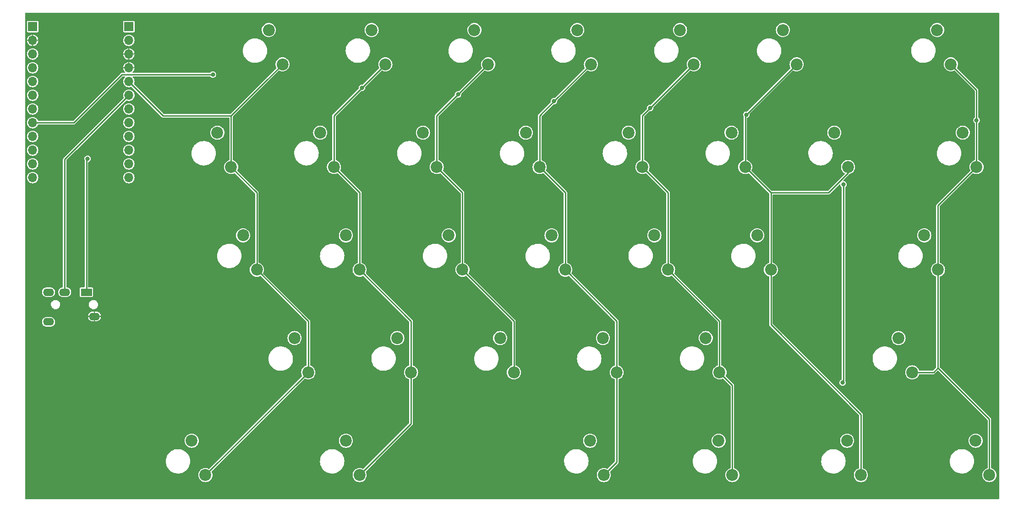
<source format=gbr>
%TF.GenerationSoftware,KiCad,Pcbnew,(6.0.4)*%
%TF.CreationDate,2022-03-31T09:00:27-07:00*%
%TF.ProjectId,hip-factor-3-r,6869702d-6661-4637-946f-722d332d722e,rev?*%
%TF.SameCoordinates,Original*%
%TF.FileFunction,Copper,L1,Top*%
%TF.FilePolarity,Positive*%
%FSLAX46Y46*%
G04 Gerber Fmt 4.6, Leading zero omitted, Abs format (unit mm)*
G04 Created by KiCad (PCBNEW (6.0.4)) date 2022-03-31 09:00:27*
%MOMM*%
%LPD*%
G01*
G04 APERTURE LIST*
%TA.AperFunction,ComponentPad*%
%ADD10C,2.200000*%
%TD*%
%TA.AperFunction,ComponentPad*%
%ADD11R,1.700000X1.700000*%
%TD*%
%TA.AperFunction,ComponentPad*%
%ADD12O,1.700000X1.700000*%
%TD*%
%TA.AperFunction,ComponentPad*%
%ADD13O,2.000000X1.400000*%
%TD*%
%TA.AperFunction,ComponentPad*%
%ADD14R,2.000000X1.400000*%
%TD*%
%TA.AperFunction,ViaPad*%
%ADD15C,0.800000*%
%TD*%
%TA.AperFunction,Conductor*%
%ADD16C,0.250000*%
%TD*%
G04 APERTURE END LIST*
D10*
%TO.P,SW9,1,1*%
%TO.N,/col2*%
X81080000Y-61540000D03*
%TO.P,SW9,2,2*%
%TO.N,Net-(D9-Pad2)*%
X78540000Y-55190000D03*
%TD*%
%TO.P,SW25,1,1*%
%TO.N,/col4*%
X133330000Y-99540000D03*
%TO.P,SW25,2,2*%
%TO.N,Net-(D25-Pad2)*%
X130790000Y-93190000D03*
%TD*%
%TO.P,SW10,1,1*%
%TO.N,/col3*%
X100080000Y-61540000D03*
%TO.P,SW10,2,2*%
%TO.N,Net-(D10-Pad2)*%
X97540000Y-55190000D03*
%TD*%
%TO.P,SW13,1,1*%
%TO.N,/col6*%
X157080000Y-61540000D03*
%TO.P,SW13,2,2*%
%TO.N,Net-(D13-Pad2)*%
X154540000Y-55190000D03*
%TD*%
%TO.P,SW5,1,1*%
%TO.N,/col5*%
X147580000Y-42540000D03*
%TO.P,SW5,2,2*%
%TO.N,Net-(D5-Pad2)*%
X145040000Y-36190000D03*
%TD*%
%TO.P,SW34,1,1*%
%TO.N,/col7*%
X202205000Y-118540000D03*
%TO.P,SW34,2,2*%
%TO.N,Net-(D34-Pad2)*%
X199665000Y-112190000D03*
%TD*%
%TO.P,SW8,1,1*%
%TO.N,/col1*%
X62080000Y-61540000D03*
%TO.P,SW8,2,2*%
%TO.N,Net-(D8-Pad2)*%
X59540000Y-55190000D03*
%TD*%
%TO.P,SW18,1,1*%
%TO.N,/col4*%
X123830000Y-80540000D03*
%TO.P,SW18,2,2*%
%TO.N,Net-(D18-Pad2)*%
X121290000Y-74190000D03*
%TD*%
%TO.P,SW32,1,1*%
%TO.N,/col5*%
X154705000Y-118540000D03*
%TO.P,SW32,2,2*%
%TO.N,Net-(D32-Pad2)*%
X152165000Y-112190000D03*
%TD*%
%TO.P,SW27,1,1*%
%TO.N,/col6*%
X176080000Y-61540000D03*
%TO.P,SW27,2,2*%
%TO.N,Net-(D27-Pad2)*%
X173540000Y-55190000D03*
%TD*%
%TO.P,SW1,1,1*%
%TO.N,/col1*%
X71580000Y-42540000D03*
%TO.P,SW1,2,2*%
%TO.N,Net-(D1-Pad2)*%
X69040000Y-36190000D03*
%TD*%
%TO.P,SW21,1,1*%
%TO.N,/col7*%
X192705000Y-80540000D03*
%TO.P,SW21,2,2*%
%TO.N,Net-(D21-Pad2)*%
X190165000Y-74190000D03*
%TD*%
%TO.P,SW17,1,1*%
%TO.N,/col3*%
X104830000Y-80540000D03*
%TO.P,SW17,2,2*%
%TO.N,Net-(D17-Pad2)*%
X102290000Y-74190000D03*
%TD*%
%TO.P,SW14,1,1*%
%TO.N,/col7*%
X199830000Y-61540000D03*
%TO.P,SW14,2,2*%
%TO.N,Net-(D14-Pad2)*%
X197290000Y-55190000D03*
%TD*%
D11*
%TO.P,J1,1,Pin_1*%
%TO.N,unconnected-(J1-Pad1)*%
X43180000Y-35560000D03*
D12*
%TO.P,J1,2,Pin_2*%
%TO.N,unconnected-(J1-Pad2)*%
X43180000Y-38100000D03*
%TO.P,J1,3,Pin_3*%
%TO.N,GND*%
X43180000Y-40640000D03*
%TO.P,J1,4,Pin_4*%
X43180000Y-43180000D03*
%TO.P,J1,5,Pin_5*%
%TO.N,/col1*%
X43180000Y-45720000D03*
%TO.P,J1,6,Pin_6*%
%TO.N,/comm*%
X43180000Y-48260000D03*
%TO.P,J1,7,Pin_7*%
%TO.N,/col2*%
X43180000Y-50800000D03*
%TO.P,J1,8,Pin_8*%
%TO.N,/col3*%
X43180000Y-53340000D03*
%TO.P,J1,9,Pin_9*%
%TO.N,/col4*%
X43180000Y-55880000D03*
%TO.P,J1,10,Pin_10*%
%TO.N,/col5*%
X43180000Y-58420000D03*
%TO.P,J1,11,Pin_11*%
%TO.N,/col6*%
X43180000Y-60960000D03*
%TO.P,J1,12,Pin_12*%
%TO.N,/col7*%
X43180000Y-63500000D03*
%TD*%
D10*
%TO.P,SW29,1,1*%
%TO.N,/col1*%
X57330000Y-118540000D03*
%TO.P,SW29,2,2*%
%TO.N,Net-(D29-Pad2)*%
X54790000Y-112190000D03*
%TD*%
%TO.P,SW31,1,1*%
%TO.N,/col4*%
X130955000Y-118540000D03*
%TO.P,SW31,2,2*%
%TO.N,Net-(D31-Pad2)*%
X128415000Y-112190000D03*
%TD*%
%TO.P,SW23,1,1*%
%TO.N,/col2*%
X95330000Y-99540000D03*
%TO.P,SW23,2,2*%
%TO.N,Net-(D23-Pad2)*%
X92790000Y-93190000D03*
%TD*%
%TO.P,SW12,1,1*%
%TO.N,/col5*%
X138080000Y-61540000D03*
%TO.P,SW12,2,2*%
%TO.N,Net-(D12-Pad2)*%
X135540000Y-55190000D03*
%TD*%
%TO.P,SW19,1,1*%
%TO.N,/col5*%
X142830000Y-80540000D03*
%TO.P,SW19,2,2*%
%TO.N,Net-(D19-Pad2)*%
X140290000Y-74190000D03*
%TD*%
%TO.P,SW2,1,1*%
%TO.N,/col2*%
X90580000Y-42540000D03*
%TO.P,SW2,2,2*%
%TO.N,Net-(D2-Pad2)*%
X88040000Y-36190000D03*
%TD*%
%TO.P,SW16,1,1*%
%TO.N,/col2*%
X85830000Y-80540000D03*
%TO.P,SW16,2,2*%
%TO.N,Net-(D16-Pad2)*%
X83290000Y-74190000D03*
%TD*%
%TO.P,SW26,1,1*%
%TO.N,/col5*%
X152330000Y-99540000D03*
%TO.P,SW26,2,2*%
%TO.N,Net-(D26-Pad2)*%
X149790000Y-93190000D03*
%TD*%
%TO.P,SW7,1,1*%
%TO.N,/col7*%
X195080000Y-42540000D03*
%TO.P,SW7,2,2*%
%TO.N,Net-(D7-Pad2)*%
X192540000Y-36190000D03*
%TD*%
%TO.P,SW20,1,1*%
%TO.N,/col6*%
X161830000Y-80540000D03*
%TO.P,SW20,2,2*%
%TO.N,Net-(D20-Pad2)*%
X159290000Y-74190000D03*
%TD*%
%TO.P,SW4,1,1*%
%TO.N,/col4*%
X128580000Y-42540000D03*
%TO.P,SW4,2,2*%
%TO.N,Net-(D4-Pad2)*%
X126040000Y-36190000D03*
%TD*%
%TO.P,SW11,1,1*%
%TO.N,/col4*%
X119080000Y-61540000D03*
%TO.P,SW11,2,2*%
%TO.N,Net-(D11-Pad2)*%
X116540000Y-55190000D03*
%TD*%
%TO.P,SW33,1,1*%
%TO.N,/col6*%
X178455000Y-118540000D03*
%TO.P,SW33,2,2*%
%TO.N,Net-(D33-Pad2)*%
X175915000Y-112190000D03*
%TD*%
%TO.P,SW3,1,1*%
%TO.N,/col3*%
X109580000Y-42540000D03*
%TO.P,SW3,2,2*%
%TO.N,Net-(D3-Pad2)*%
X107040000Y-36190000D03*
%TD*%
%TO.P,SW28,1,1*%
%TO.N,/col7*%
X187955000Y-99540000D03*
%TO.P,SW28,2,2*%
%TO.N,Net-(D28-Pad2)*%
X185415000Y-93190000D03*
%TD*%
%TO.P,SW15,1,1*%
%TO.N,/col1*%
X66830000Y-80540000D03*
%TO.P,SW15,2,2*%
%TO.N,Net-(D15-Pad2)*%
X64290000Y-74190000D03*
%TD*%
%TO.P,SW22,1,1*%
%TO.N,/col1*%
X76330000Y-99540000D03*
%TO.P,SW22,2,2*%
%TO.N,Net-(D22-Pad2)*%
X73790000Y-93190000D03*
%TD*%
%TO.P,SW6,1,1*%
%TO.N,/col6*%
X166580000Y-42540000D03*
%TO.P,SW6,2,2*%
%TO.N,Net-(D6-Pad2)*%
X164040000Y-36190000D03*
%TD*%
D11*
%TO.P,J2,1,Pin_1*%
%TO.N,unconnected-(J2-Pad1)*%
X25400000Y-35560000D03*
D12*
%TO.P,J2,2,Pin_2*%
%TO.N,GND*%
X25400000Y-38100000D03*
%TO.P,J2,3,Pin_3*%
%TO.N,/res*%
X25400000Y-40640000D03*
%TO.P,J2,4,Pin_4*%
%TO.N,+5V*%
X25400000Y-43180000D03*
%TO.P,J2,5,Pin_5*%
%TO.N,unconnected-(J2-Pad5)*%
X25400000Y-45720000D03*
%TO.P,J2,6,Pin_6*%
%TO.N,unconnected-(J2-Pad6)*%
X25400000Y-48260000D03*
%TO.P,J2,7,Pin_7*%
%TO.N,unconnected-(J2-Pad7)*%
X25400000Y-50800000D03*
%TO.P,J2,8,Pin_8*%
%TO.N,/row1*%
X25400000Y-53340000D03*
%TO.P,J2,9,Pin_9*%
%TO.N,/row2*%
X25400000Y-55880000D03*
%TO.P,J2,10,Pin_10*%
%TO.N,/row3*%
X25400000Y-58420000D03*
%TO.P,J2,11,Pin_11*%
%TO.N,/row4*%
X25400000Y-60960000D03*
%TO.P,J2,12,Pin_12*%
%TO.N,/row5*%
X25400000Y-63500000D03*
%TD*%
D10*
%TO.P,SW24,1,1*%
%TO.N,/col3*%
X114330000Y-99540000D03*
%TO.P,SW24,2,2*%
%TO.N,Net-(D24-Pad2)*%
X111790000Y-93190000D03*
%TD*%
%TO.P,SW30,1,1*%
%TO.N,/col2*%
X85830000Y-118540000D03*
%TO.P,SW30,2,2*%
%TO.N,Net-(D30-Pad2)*%
X83290000Y-112190000D03*
%TD*%
D13*
%TO.P,J3,*%
%TO.N,*%
X28330000Y-90200000D03*
%TO.P,J3,R1*%
%TO.N,/comm*%
X31330000Y-84700000D03*
%TO.P,J3,R2*%
%TO.N,unconnected-(J3-PadR2)*%
X28330000Y-84700000D03*
%TO.P,J3,S*%
%TO.N,GND*%
X36830000Y-89200000D03*
D14*
%TO.P,J3,T*%
%TO.N,+5V*%
X35330000Y-84700000D03*
%TD*%
D15*
%TO.N,/row1*%
X58700000Y-44450000D03*
%TO.N,/row4*%
X175092500Y-101432500D03*
X175260000Y-64770000D03*
%TO.N,/col6*%
X157265000Y-51855000D03*
%TO.N,/col7*%
X199830000Y-52900000D03*
%TO.N,/col5*%
X139510000Y-50610000D03*
%TO.N,/col2*%
X86245000Y-46875000D03*
%TO.N,/col3*%
X104000000Y-48120000D03*
%TO.N,/col4*%
X121755000Y-49365000D03*
%TO.N,+5V*%
X35560000Y-60000000D03*
%TD*%
D16*
%TO.N,/row1*%
X25400000Y-53340000D02*
X33020000Y-53340000D01*
X33020000Y-53340000D02*
X41910000Y-44450000D01*
X41910000Y-44450000D02*
X58700000Y-44450000D01*
%TO.N,/row4*%
X175260000Y-101265000D02*
X175092500Y-101432500D01*
X175260000Y-64770000D02*
X175260000Y-101265000D01*
%TO.N,/col6*%
X157080000Y-61540000D02*
X157080000Y-52040000D01*
X161830000Y-66290000D02*
X172470000Y-66290000D01*
X161830000Y-90710000D02*
X178455000Y-107335000D01*
X176080000Y-62680000D02*
X176080000Y-61540000D01*
X178455000Y-107335000D02*
X178455000Y-118540000D01*
X157080000Y-52040000D02*
X157265000Y-51855000D01*
X157265000Y-51855000D02*
X166580000Y-42540000D01*
X161830000Y-80540000D02*
X161830000Y-90710000D01*
X172470000Y-66290000D02*
X176080000Y-62680000D01*
X161830000Y-66290000D02*
X157080000Y-61540000D01*
X161830000Y-80540000D02*
X161830000Y-66290000D01*
%TO.N,/col7*%
X193520000Y-99540000D02*
X202205000Y-108225000D01*
X199830000Y-47290000D02*
X195080000Y-42540000D01*
X193520000Y-99540000D02*
X192705000Y-98725000D01*
X202205000Y-108225000D02*
X202205000Y-118540000D01*
X199830000Y-52900000D02*
X199830000Y-47290000D01*
X191890000Y-99540000D02*
X192705000Y-98725000D01*
X199830000Y-61540000D02*
X199830000Y-52900000D01*
X192705000Y-98725000D02*
X192705000Y-80540000D01*
X192705000Y-68665000D02*
X199830000Y-61540000D01*
X192705000Y-80540000D02*
X192705000Y-68665000D01*
X187955000Y-99540000D02*
X191890000Y-99540000D01*
%TO.N,/col5*%
X152330000Y-99540000D02*
X152330000Y-90040000D01*
X139510000Y-50610000D02*
X147580000Y-42540000D01*
X152330000Y-90040000D02*
X142830000Y-80540000D01*
X138080000Y-52040000D02*
X139510000Y-50610000D01*
X138080000Y-61540000D02*
X138080000Y-52040000D01*
X154705000Y-118540000D02*
X154705000Y-101915000D01*
X154705000Y-101915000D02*
X152330000Y-99540000D01*
X142830000Y-80540000D02*
X142830000Y-66290000D01*
X142830000Y-66290000D02*
X138080000Y-61540000D01*
%TO.N,/col1*%
X57330000Y-118540000D02*
X76330000Y-99540000D01*
X76330000Y-99540000D02*
X76330000Y-90040000D01*
X43180000Y-45720000D02*
X49530000Y-52070000D01*
X62050000Y-52070000D02*
X62140000Y-51980000D01*
X62080000Y-52040000D02*
X62140000Y-51980000D01*
X62080000Y-61540000D02*
X62080000Y-52040000D01*
X49530000Y-52070000D02*
X62050000Y-52070000D01*
X68490000Y-45630000D02*
X71580000Y-42540000D01*
X66830000Y-66290000D02*
X62080000Y-61540000D01*
X66830000Y-80540000D02*
X66830000Y-66290000D01*
X76330000Y-90040000D02*
X66830000Y-80540000D01*
X62140000Y-51980000D02*
X68490000Y-45630000D01*
%TO.N,/col2*%
X95330000Y-90040000D02*
X85830000Y-80540000D01*
X85830000Y-80540000D02*
X85830000Y-66290000D01*
X86245000Y-46875000D02*
X90580000Y-42540000D01*
X85830000Y-66290000D02*
X81080000Y-61540000D01*
X95330000Y-99540000D02*
X95330000Y-90040000D01*
X95330000Y-109040000D02*
X85830000Y-118540000D01*
X81080000Y-61540000D02*
X81080000Y-52040000D01*
X95330000Y-99540000D02*
X95330000Y-109040000D01*
X81080000Y-52040000D02*
X86245000Y-46875000D01*
%TO.N,/col3*%
X104000000Y-48120000D02*
X109580000Y-42540000D01*
X100080000Y-61540000D02*
X100080000Y-52040000D01*
X100080000Y-52040000D02*
X104000000Y-48120000D01*
X104830000Y-80540000D02*
X104830000Y-66290000D01*
X114330000Y-90040000D02*
X104830000Y-80540000D01*
X104830000Y-66290000D02*
X100080000Y-61540000D01*
X114330000Y-99540000D02*
X114330000Y-90040000D01*
%TO.N,/col4*%
X121755000Y-49365000D02*
X128580000Y-42540000D01*
X119080000Y-61540000D02*
X119080000Y-52040000D01*
X119080000Y-52040000D02*
X121755000Y-49365000D01*
X133330000Y-116165000D02*
X130955000Y-118540000D01*
X133330000Y-99540000D02*
X133330000Y-116165000D01*
X133330000Y-99540000D02*
X133330000Y-90040000D01*
X123830000Y-66290000D02*
X119080000Y-61540000D01*
X123830000Y-80540000D02*
X123830000Y-66290000D01*
X133330000Y-90040000D02*
X123830000Y-80540000D01*
%TO.N,/comm*%
X31330000Y-60110000D02*
X43180000Y-48260000D01*
X31330000Y-84700000D02*
X31330000Y-60110000D01*
%TO.N,+5V*%
X35330000Y-60230000D02*
X35330000Y-84700000D01*
X35560000Y-60000000D02*
X35330000Y-60230000D01*
%TD*%
%TA.AperFunction,Conductor*%
%TO.N,GND*%
G36*
X203959191Y-33018907D02*
G01*
X203995155Y-33068407D01*
X204000000Y-33099000D01*
X204000000Y-122901000D01*
X203981093Y-122959191D01*
X203931593Y-122995155D01*
X203901000Y-123000000D01*
X24099000Y-123000000D01*
X24040809Y-122981093D01*
X24004845Y-122931593D01*
X24000000Y-122901000D01*
X24000000Y-116047236D01*
X49994958Y-116047236D01*
X50021014Y-116345065D01*
X50062748Y-116531773D01*
X50066554Y-116548796D01*
X50086232Y-116636832D01*
X50189464Y-116917410D01*
X50190992Y-116920308D01*
X50287387Y-117103137D01*
X50328898Y-117181870D01*
X50502084Y-117425565D01*
X50705979Y-117644216D01*
X50708515Y-117646299D01*
X50708516Y-117646300D01*
X50934461Y-117831894D01*
X50934466Y-117831898D01*
X50937000Y-117833979D01*
X51029274Y-117891191D01*
X51119132Y-117946905D01*
X51191090Y-117991521D01*
X51194087Y-117992868D01*
X51194091Y-117992870D01*
X51354682Y-118065042D01*
X51463783Y-118114074D01*
X51750289Y-118199485D01*
X51753530Y-118199998D01*
X51753533Y-118199999D01*
X51841913Y-118213997D01*
X52045575Y-118246254D01*
X52116545Y-118249477D01*
X52137974Y-118250450D01*
X52137980Y-118250450D01*
X52139078Y-118250500D01*
X52325834Y-118250500D01*
X52548309Y-118235723D01*
X52732681Y-118198547D01*
X52838150Y-118177281D01*
X52838155Y-118177280D01*
X52841377Y-118176630D01*
X52884632Y-118161736D01*
X53120944Y-118080368D01*
X53120950Y-118080365D01*
X53124056Y-118079296D01*
X53391378Y-117945431D01*
X53638647Y-117777387D01*
X53861520Y-117578117D01*
X53863661Y-117575619D01*
X53863665Y-117575615D01*
X54053942Y-117353614D01*
X54053946Y-117353608D01*
X54056079Y-117351120D01*
X54101720Y-117280840D01*
X54119157Y-117253988D01*
X54218908Y-117100386D01*
X54347145Y-116830319D01*
X54438538Y-116545664D01*
X54491480Y-116251422D01*
X54505042Y-115952764D01*
X54478986Y-115654935D01*
X54434147Y-115454336D01*
X54414485Y-115366375D01*
X54414484Y-115366373D01*
X54413768Y-115363168D01*
X54310536Y-115082590D01*
X54294348Y-115051886D01*
X54172632Y-114821031D01*
X54172629Y-114821026D01*
X54171102Y-114818130D01*
X53997916Y-114574435D01*
X53794021Y-114355784D01*
X53634566Y-114224806D01*
X53565539Y-114168106D01*
X53565534Y-114168102D01*
X53563000Y-114166021D01*
X53383246Y-114054569D01*
X53311707Y-114010213D01*
X53311705Y-114010212D01*
X53308910Y-114008479D01*
X53305913Y-114007132D01*
X53305909Y-114007130D01*
X53116879Y-113922177D01*
X53036217Y-113885926D01*
X52749711Y-113800515D01*
X52746470Y-113800002D01*
X52746467Y-113800001D01*
X52658087Y-113786003D01*
X52454425Y-113753746D01*
X52383455Y-113750523D01*
X52362026Y-113749550D01*
X52362020Y-113749550D01*
X52360922Y-113749500D01*
X52174166Y-113749500D01*
X51951691Y-113764277D01*
X51803358Y-113794186D01*
X51661850Y-113822719D01*
X51661845Y-113822720D01*
X51658623Y-113823370D01*
X51655506Y-113824443D01*
X51655507Y-113824443D01*
X51379056Y-113919632D01*
X51379050Y-113919635D01*
X51375944Y-113920704D01*
X51108622Y-114054569D01*
X50861353Y-114222613D01*
X50638480Y-114421883D01*
X50636339Y-114424381D01*
X50636335Y-114424385D01*
X50446058Y-114646386D01*
X50446054Y-114646392D01*
X50443921Y-114648880D01*
X50281092Y-114899614D01*
X50152855Y-115169681D01*
X50061462Y-115454336D01*
X50008520Y-115748578D01*
X49994958Y-116047236D01*
X24000000Y-116047236D01*
X24000000Y-112190000D01*
X53484532Y-112190000D01*
X53504365Y-112416692D01*
X53563261Y-112636496D01*
X53659432Y-112842734D01*
X53789953Y-113029139D01*
X53950861Y-113190047D01*
X54137266Y-113320568D01*
X54343504Y-113416739D01*
X54432563Y-113440602D01*
X54559131Y-113474516D01*
X54559133Y-113474516D01*
X54563308Y-113475635D01*
X54790000Y-113495468D01*
X55016692Y-113475635D01*
X55020867Y-113474516D01*
X55020869Y-113474516D01*
X55147437Y-113440602D01*
X55236496Y-113416739D01*
X55442734Y-113320568D01*
X55629139Y-113190047D01*
X55790047Y-113029139D01*
X55920568Y-112842734D01*
X56016739Y-112636496D01*
X56075635Y-112416692D01*
X56095468Y-112190000D01*
X56075635Y-111963308D01*
X56016739Y-111743504D01*
X55920568Y-111537266D01*
X55790047Y-111350861D01*
X55629139Y-111189953D01*
X55442734Y-111059432D01*
X55236496Y-110963261D01*
X55147437Y-110939398D01*
X55020869Y-110905484D01*
X55020867Y-110905484D01*
X55016692Y-110904365D01*
X54790000Y-110884532D01*
X54563308Y-110904365D01*
X54559133Y-110905484D01*
X54559131Y-110905484D01*
X54432563Y-110939398D01*
X54343504Y-110963261D01*
X54137266Y-111059432D01*
X53950861Y-111189953D01*
X53789953Y-111350861D01*
X53659432Y-111537266D01*
X53563261Y-111743504D01*
X53504365Y-111963308D01*
X53484532Y-112190000D01*
X24000000Y-112190000D01*
X24000000Y-97047236D01*
X68994958Y-97047236D01*
X69021014Y-97345065D01*
X69021730Y-97348267D01*
X69066554Y-97548796D01*
X69086232Y-97636832D01*
X69189464Y-97917410D01*
X69190992Y-97920308D01*
X69287387Y-98103137D01*
X69328898Y-98181870D01*
X69502084Y-98425565D01*
X69705979Y-98644216D01*
X69708515Y-98646299D01*
X69708516Y-98646300D01*
X69934461Y-98831894D01*
X69934466Y-98831898D01*
X69937000Y-98833979D01*
X70029274Y-98891191D01*
X70119132Y-98946905D01*
X70191090Y-98991521D01*
X70194087Y-98992868D01*
X70194091Y-98992870D01*
X70354682Y-99065042D01*
X70463783Y-99114074D01*
X70750289Y-99199485D01*
X70753530Y-99199998D01*
X70753533Y-99199999D01*
X70837393Y-99213281D01*
X71045575Y-99246254D01*
X71116545Y-99249477D01*
X71137974Y-99250450D01*
X71137980Y-99250450D01*
X71139078Y-99250500D01*
X71325834Y-99250500D01*
X71548309Y-99235723D01*
X71732681Y-99198547D01*
X71838150Y-99177281D01*
X71838155Y-99177280D01*
X71841377Y-99176630D01*
X71944494Y-99141124D01*
X72120944Y-99080368D01*
X72120950Y-99080365D01*
X72124056Y-99079296D01*
X72391378Y-98945431D01*
X72638647Y-98777387D01*
X72790397Y-98641708D01*
X72859062Y-98580315D01*
X72859064Y-98580313D01*
X72861520Y-98578117D01*
X72863661Y-98575619D01*
X72863665Y-98575615D01*
X73053942Y-98353614D01*
X73053946Y-98353608D01*
X73056079Y-98351120D01*
X73101720Y-98280840D01*
X73119157Y-98253988D01*
X73218908Y-98100386D01*
X73347145Y-97830319D01*
X73438538Y-97545664D01*
X73491480Y-97251422D01*
X73505042Y-96952764D01*
X73478986Y-96654935D01*
X73434147Y-96454336D01*
X73414485Y-96366375D01*
X73414484Y-96366373D01*
X73413768Y-96363168D01*
X73310536Y-96082590D01*
X73294348Y-96051886D01*
X73172632Y-95821031D01*
X73172629Y-95821026D01*
X73171102Y-95818130D01*
X72997916Y-95574435D01*
X72794021Y-95355784D01*
X72634566Y-95224806D01*
X72565539Y-95168106D01*
X72565534Y-95168102D01*
X72563000Y-95166021D01*
X72383246Y-95054569D01*
X72311707Y-95010213D01*
X72311705Y-95010212D01*
X72308910Y-95008479D01*
X72305913Y-95007132D01*
X72305909Y-95007130D01*
X72116879Y-94922177D01*
X72036217Y-94885926D01*
X71749711Y-94800515D01*
X71746470Y-94800002D01*
X71746467Y-94800001D01*
X71658087Y-94786003D01*
X71454425Y-94753746D01*
X71383455Y-94750523D01*
X71362026Y-94749550D01*
X71362020Y-94749550D01*
X71360922Y-94749500D01*
X71174166Y-94749500D01*
X70951691Y-94764277D01*
X70803358Y-94794186D01*
X70661850Y-94822719D01*
X70661845Y-94822720D01*
X70658623Y-94823370D01*
X70655506Y-94824443D01*
X70655507Y-94824443D01*
X70379056Y-94919632D01*
X70379050Y-94919635D01*
X70375944Y-94920704D01*
X70108622Y-95054569D01*
X69861353Y-95222613D01*
X69638480Y-95421883D01*
X69636339Y-95424381D01*
X69636335Y-95424385D01*
X69446058Y-95646386D01*
X69446054Y-95646392D01*
X69443921Y-95648880D01*
X69281092Y-95899614D01*
X69152855Y-96169681D01*
X69061462Y-96454336D01*
X69008520Y-96748578D01*
X68994958Y-97047236D01*
X24000000Y-97047236D01*
X24000000Y-93190000D01*
X72484532Y-93190000D01*
X72504365Y-93416692D01*
X72563261Y-93636496D01*
X72659432Y-93842734D01*
X72789953Y-94029139D01*
X72950861Y-94190047D01*
X73137266Y-94320568D01*
X73343504Y-94416739D01*
X73432563Y-94440602D01*
X73559131Y-94474516D01*
X73559133Y-94474516D01*
X73563308Y-94475635D01*
X73790000Y-94495468D01*
X74016692Y-94475635D01*
X74020867Y-94474516D01*
X74020869Y-94474516D01*
X74147437Y-94440602D01*
X74236496Y-94416739D01*
X74442734Y-94320568D01*
X74629139Y-94190047D01*
X74790047Y-94029139D01*
X74920568Y-93842734D01*
X75016739Y-93636496D01*
X75075635Y-93416692D01*
X75095468Y-93190000D01*
X75075635Y-92963308D01*
X75016739Y-92743504D01*
X74920568Y-92537266D01*
X74790047Y-92350861D01*
X74629139Y-92189953D01*
X74442734Y-92059432D01*
X74236496Y-91963261D01*
X74147437Y-91939398D01*
X74020869Y-91905484D01*
X74020867Y-91905484D01*
X74016692Y-91904365D01*
X73790000Y-91884532D01*
X73563308Y-91904365D01*
X73559133Y-91905484D01*
X73559131Y-91905484D01*
X73432563Y-91939398D01*
X73343504Y-91963261D01*
X73137266Y-92059432D01*
X72950861Y-92189953D01*
X72789953Y-92350861D01*
X72659432Y-92537266D01*
X72563261Y-92743504D01*
X72504365Y-92963308D01*
X72484532Y-93190000D01*
X24000000Y-93190000D01*
X24000000Y-90294646D01*
X27129500Y-90294646D01*
X27168856Y-90479803D01*
X27170965Y-90484539D01*
X27170965Y-90484540D01*
X27199956Y-90549653D01*
X27245849Y-90652730D01*
X27357112Y-90805871D01*
X27360962Y-90809337D01*
X27360965Y-90809341D01*
X27441118Y-90881511D01*
X27497784Y-90932533D01*
X27502274Y-90935125D01*
X27502275Y-90935126D01*
X27657226Y-91024587D01*
X27657228Y-91024588D01*
X27661716Y-91027179D01*
X27666645Y-91028780D01*
X27666646Y-91028781D01*
X27836812Y-91084072D01*
X27836817Y-91084073D01*
X27841744Y-91085674D01*
X27982808Y-91100500D01*
X28677192Y-91100500D01*
X28818256Y-91085674D01*
X28823183Y-91084073D01*
X28823188Y-91084072D01*
X28993354Y-91028781D01*
X28993355Y-91028780D01*
X28998284Y-91027179D01*
X29002772Y-91024588D01*
X29002774Y-91024587D01*
X29157725Y-90935126D01*
X29157726Y-90935125D01*
X29162216Y-90932533D01*
X29218882Y-90881511D01*
X29299035Y-90809341D01*
X29299038Y-90809337D01*
X29302888Y-90805871D01*
X29414151Y-90652730D01*
X29460045Y-90549653D01*
X29489035Y-90484540D01*
X29489035Y-90484539D01*
X29491144Y-90479803D01*
X29530500Y-90294646D01*
X29530500Y-90105354D01*
X29492942Y-89928654D01*
X29492222Y-89925268D01*
X29492222Y-89925267D01*
X29491144Y-89920197D01*
X29468122Y-89868489D01*
X29416259Y-89752004D01*
X29416258Y-89752002D01*
X29414151Y-89747270D01*
X29302888Y-89594129D01*
X29299038Y-89590663D01*
X29299035Y-89590659D01*
X29166072Y-89470939D01*
X29162216Y-89467467D01*
X29157725Y-89464874D01*
X29002774Y-89375413D01*
X29002772Y-89375412D01*
X28998284Y-89372821D01*
X28993354Y-89371219D01*
X28823188Y-89315928D01*
X28823183Y-89315927D01*
X28818256Y-89314326D01*
X28803223Y-89312746D01*
X35633858Y-89312746D01*
X35668257Y-89474575D01*
X35671445Y-89484387D01*
X35744176Y-89647744D01*
X35749329Y-89656669D01*
X35854440Y-89801341D01*
X35861339Y-89809004D01*
X35994224Y-89928654D01*
X36002571Y-89934719D01*
X36157428Y-90024125D01*
X36166860Y-90028324D01*
X36336910Y-90083577D01*
X36347010Y-90085724D01*
X36480272Y-90099730D01*
X36485417Y-90100000D01*
X36714320Y-90100000D01*
X36727005Y-90095878D01*
X36730000Y-90091757D01*
X36730000Y-90084320D01*
X36930000Y-90084320D01*
X36934122Y-90097005D01*
X36938243Y-90100000D01*
X37174583Y-90100000D01*
X37179728Y-90099730D01*
X37312990Y-90085724D01*
X37323090Y-90083577D01*
X37493140Y-90028324D01*
X37502572Y-90024125D01*
X37657429Y-89934719D01*
X37665776Y-89928654D01*
X37798658Y-89809006D01*
X37805565Y-89801335D01*
X37910666Y-89656676D01*
X37915825Y-89647741D01*
X37988555Y-89484387D01*
X37991743Y-89474575D01*
X38025591Y-89315338D01*
X38024215Y-89302250D01*
X38015818Y-89300000D01*
X36945680Y-89300000D01*
X36932995Y-89304122D01*
X36930000Y-89308243D01*
X36930000Y-90084320D01*
X36730000Y-90084320D01*
X36730000Y-89315680D01*
X36725878Y-89302995D01*
X36721757Y-89300000D01*
X35646829Y-89300000D01*
X35634313Y-89304067D01*
X35633858Y-89312746D01*
X28803223Y-89312746D01*
X28677192Y-89299500D01*
X27982808Y-89299500D01*
X27841744Y-89314326D01*
X27836817Y-89315927D01*
X27836812Y-89315928D01*
X27666646Y-89371219D01*
X27661716Y-89372821D01*
X27657228Y-89375412D01*
X27657226Y-89375413D01*
X27502275Y-89464874D01*
X27497784Y-89467467D01*
X27493928Y-89470939D01*
X27360965Y-89590659D01*
X27360962Y-89590663D01*
X27357112Y-89594129D01*
X27245849Y-89747270D01*
X27243742Y-89752002D01*
X27243741Y-89752004D01*
X27191878Y-89868489D01*
X27168856Y-89920197D01*
X27167778Y-89925267D01*
X27167778Y-89925268D01*
X27167058Y-89928654D01*
X27129500Y-90105354D01*
X27129500Y-90294646D01*
X24000000Y-90294646D01*
X24000000Y-89084662D01*
X35634409Y-89084662D01*
X35635785Y-89097750D01*
X35644182Y-89100000D01*
X36714320Y-89100000D01*
X36727005Y-89095878D01*
X36730000Y-89091757D01*
X36730000Y-89084320D01*
X36930000Y-89084320D01*
X36934122Y-89097005D01*
X36938243Y-89100000D01*
X38013171Y-89100000D01*
X38025687Y-89095933D01*
X38026142Y-89087254D01*
X37991743Y-88925425D01*
X37988555Y-88915613D01*
X37915824Y-88752256D01*
X37910671Y-88743331D01*
X37805560Y-88598659D01*
X37798661Y-88590996D01*
X37665776Y-88471346D01*
X37657429Y-88465281D01*
X37502572Y-88375875D01*
X37493140Y-88371676D01*
X37323090Y-88316423D01*
X37312990Y-88314276D01*
X37179728Y-88300270D01*
X37174583Y-88300000D01*
X36945680Y-88300000D01*
X36932995Y-88304122D01*
X36930000Y-88308243D01*
X36930000Y-89084320D01*
X36730000Y-89084320D01*
X36730000Y-88315680D01*
X36725878Y-88302995D01*
X36721757Y-88300000D01*
X36485417Y-88300000D01*
X36480272Y-88300270D01*
X36347010Y-88314276D01*
X36336910Y-88316423D01*
X36166860Y-88371676D01*
X36157428Y-88375875D01*
X36002571Y-88465281D01*
X35994224Y-88471346D01*
X35861342Y-88590994D01*
X35854435Y-88598665D01*
X35749334Y-88743324D01*
X35744175Y-88752259D01*
X35671445Y-88915613D01*
X35668257Y-88925425D01*
X35634409Y-89084662D01*
X24000000Y-89084662D01*
X24000000Y-86952244D01*
X28775819Y-86952244D01*
X28785490Y-87136781D01*
X28834562Y-87314936D01*
X28920746Y-87478398D01*
X28924205Y-87482492D01*
X28924207Y-87482494D01*
X28988147Y-87558157D01*
X29040020Y-87619540D01*
X29186820Y-87731777D01*
X29354297Y-87809873D01*
X29359524Y-87811041D01*
X29359526Y-87811042D01*
X29461561Y-87833849D01*
X29534637Y-87850183D01*
X29538788Y-87850415D01*
X29538921Y-87850423D01*
X29538938Y-87850423D01*
X29540307Y-87850500D01*
X29676164Y-87850500D01*
X29706564Y-87847198D01*
X29808384Y-87836137D01*
X29808389Y-87836136D01*
X29813709Y-87835558D01*
X29988848Y-87776617D01*
X30147244Y-87681443D01*
X30151138Y-87677761D01*
X30277615Y-87558157D01*
X30277617Y-87558154D01*
X30281507Y-87554476D01*
X30330427Y-87482494D01*
X30382364Y-87406071D01*
X30382365Y-87406069D01*
X30385375Y-87401640D01*
X30454000Y-87230065D01*
X30484181Y-87047756D01*
X30479176Y-86952244D01*
X35775819Y-86952244D01*
X35785490Y-87136781D01*
X35834562Y-87314936D01*
X35920746Y-87478398D01*
X35924205Y-87482492D01*
X35924207Y-87482494D01*
X35988147Y-87558157D01*
X36040020Y-87619540D01*
X36186820Y-87731777D01*
X36354297Y-87809873D01*
X36359524Y-87811041D01*
X36359526Y-87811042D01*
X36461561Y-87833849D01*
X36534637Y-87850183D01*
X36538788Y-87850415D01*
X36538921Y-87850423D01*
X36538938Y-87850423D01*
X36540307Y-87850500D01*
X36676164Y-87850500D01*
X36706564Y-87847198D01*
X36808384Y-87836137D01*
X36808389Y-87836136D01*
X36813709Y-87835558D01*
X36988848Y-87776617D01*
X37147244Y-87681443D01*
X37151138Y-87677761D01*
X37277615Y-87558157D01*
X37277617Y-87558154D01*
X37281507Y-87554476D01*
X37330427Y-87482494D01*
X37382364Y-87406071D01*
X37382365Y-87406069D01*
X37385375Y-87401640D01*
X37454000Y-87230065D01*
X37484181Y-87047756D01*
X37474510Y-86863219D01*
X37425438Y-86685064D01*
X37339254Y-86521602D01*
X37274964Y-86445524D01*
X37223440Y-86384554D01*
X37223438Y-86384552D01*
X37219980Y-86380460D01*
X37073180Y-86268223D01*
X36905703Y-86190127D01*
X36900476Y-86188959D01*
X36900474Y-86188958D01*
X36729322Y-86150702D01*
X36729323Y-86150702D01*
X36725363Y-86149817D01*
X36721212Y-86149585D01*
X36721079Y-86149577D01*
X36721062Y-86149577D01*
X36719693Y-86149500D01*
X36583836Y-86149500D01*
X36553436Y-86152802D01*
X36451616Y-86163863D01*
X36451611Y-86163864D01*
X36446291Y-86164442D01*
X36271152Y-86223383D01*
X36112756Y-86318557D01*
X36108864Y-86322237D01*
X36108862Y-86322239D01*
X35982385Y-86441843D01*
X35982383Y-86441846D01*
X35978493Y-86445524D01*
X35975484Y-86449952D01*
X35975482Y-86449954D01*
X35877636Y-86593929D01*
X35874625Y-86598360D01*
X35806000Y-86769935D01*
X35775819Y-86952244D01*
X30479176Y-86952244D01*
X30474510Y-86863219D01*
X30425438Y-86685064D01*
X30339254Y-86521602D01*
X30274964Y-86445524D01*
X30223440Y-86384554D01*
X30223438Y-86384552D01*
X30219980Y-86380460D01*
X30073180Y-86268223D01*
X29905703Y-86190127D01*
X29900476Y-86188959D01*
X29900474Y-86188958D01*
X29729322Y-86150702D01*
X29729323Y-86150702D01*
X29725363Y-86149817D01*
X29721212Y-86149585D01*
X29721079Y-86149577D01*
X29721062Y-86149577D01*
X29719693Y-86149500D01*
X29583836Y-86149500D01*
X29553436Y-86152802D01*
X29451616Y-86163863D01*
X29451611Y-86163864D01*
X29446291Y-86164442D01*
X29271152Y-86223383D01*
X29112756Y-86318557D01*
X29108864Y-86322237D01*
X29108862Y-86322239D01*
X28982385Y-86441843D01*
X28982383Y-86441846D01*
X28978493Y-86445524D01*
X28975484Y-86449952D01*
X28975482Y-86449954D01*
X28877636Y-86593929D01*
X28874625Y-86598360D01*
X28806000Y-86769935D01*
X28775819Y-86952244D01*
X24000000Y-86952244D01*
X24000000Y-84794646D01*
X27129500Y-84794646D01*
X27168856Y-84979803D01*
X27245849Y-85152730D01*
X27357112Y-85305871D01*
X27360962Y-85309337D01*
X27360965Y-85309341D01*
X27483585Y-85419748D01*
X27497784Y-85432533D01*
X27502274Y-85435125D01*
X27502275Y-85435126D01*
X27657226Y-85524587D01*
X27657228Y-85524588D01*
X27661716Y-85527179D01*
X27666645Y-85528780D01*
X27666646Y-85528781D01*
X27836812Y-85584072D01*
X27836817Y-85584073D01*
X27841744Y-85585674D01*
X27982808Y-85600500D01*
X28677192Y-85600500D01*
X28818256Y-85585674D01*
X28823183Y-85584073D01*
X28823188Y-85584072D01*
X28993354Y-85528781D01*
X28993355Y-85528780D01*
X28998284Y-85527179D01*
X29002772Y-85524588D01*
X29002774Y-85524587D01*
X29157725Y-85435126D01*
X29157726Y-85435125D01*
X29162216Y-85432533D01*
X29176415Y-85419748D01*
X29299035Y-85309341D01*
X29299038Y-85309337D01*
X29302888Y-85305871D01*
X29414151Y-85152730D01*
X29491144Y-84979803D01*
X29530500Y-84794646D01*
X30129500Y-84794646D01*
X30168856Y-84979803D01*
X30245849Y-85152730D01*
X30357112Y-85305871D01*
X30360962Y-85309337D01*
X30360965Y-85309341D01*
X30483585Y-85419748D01*
X30497784Y-85432533D01*
X30502274Y-85435125D01*
X30502275Y-85435126D01*
X30657226Y-85524587D01*
X30657228Y-85524588D01*
X30661716Y-85527179D01*
X30666645Y-85528780D01*
X30666646Y-85528781D01*
X30836812Y-85584072D01*
X30836817Y-85584073D01*
X30841744Y-85585674D01*
X30982808Y-85600500D01*
X31677192Y-85600500D01*
X31818256Y-85585674D01*
X31823183Y-85584073D01*
X31823188Y-85584072D01*
X31993354Y-85528781D01*
X31993355Y-85528780D01*
X31998284Y-85527179D01*
X32002772Y-85524588D01*
X32002774Y-85524587D01*
X32157725Y-85435126D01*
X32157726Y-85435125D01*
X32162216Y-85432533D01*
X32176415Y-85419748D01*
X34129500Y-85419748D01*
X34141133Y-85478231D01*
X34185448Y-85544552D01*
X34251769Y-85588867D01*
X34261332Y-85590769D01*
X34261334Y-85590770D01*
X34284005Y-85595279D01*
X34310252Y-85600500D01*
X36349748Y-85600500D01*
X36375995Y-85595279D01*
X36398666Y-85590770D01*
X36398668Y-85590769D01*
X36408231Y-85588867D01*
X36474552Y-85544552D01*
X36518867Y-85478231D01*
X36530500Y-85419748D01*
X36530500Y-83980252D01*
X36518867Y-83921769D01*
X36474552Y-83855448D01*
X36408231Y-83811133D01*
X36398668Y-83809231D01*
X36398666Y-83809230D01*
X36375995Y-83804721D01*
X36349748Y-83799500D01*
X35754500Y-83799500D01*
X35696309Y-83780593D01*
X35660345Y-83731093D01*
X35655500Y-83700500D01*
X35655500Y-78047236D01*
X59494958Y-78047236D01*
X59521014Y-78345065D01*
X59521730Y-78348267D01*
X59566554Y-78548796D01*
X59586232Y-78636832D01*
X59689464Y-78917410D01*
X59690992Y-78920308D01*
X59787387Y-79103137D01*
X59828898Y-79181870D01*
X60002084Y-79425565D01*
X60205979Y-79644216D01*
X60208515Y-79646299D01*
X60208516Y-79646300D01*
X60434461Y-79831894D01*
X60434466Y-79831898D01*
X60437000Y-79833979D01*
X60529274Y-79891191D01*
X60619132Y-79946905D01*
X60691090Y-79991521D01*
X60694087Y-79992868D01*
X60694091Y-79992870D01*
X60854682Y-80065042D01*
X60963783Y-80114074D01*
X61250289Y-80199485D01*
X61253530Y-80199998D01*
X61253533Y-80199999D01*
X61341913Y-80213997D01*
X61545575Y-80246254D01*
X61616545Y-80249477D01*
X61637974Y-80250450D01*
X61637980Y-80250450D01*
X61639078Y-80250500D01*
X61825834Y-80250500D01*
X62048309Y-80235723D01*
X62232681Y-80198547D01*
X62338150Y-80177281D01*
X62338155Y-80177280D01*
X62341377Y-80176630D01*
X62384632Y-80161736D01*
X62620944Y-80080368D01*
X62620950Y-80080365D01*
X62624056Y-80079296D01*
X62891378Y-79945431D01*
X63138647Y-79777387D01*
X63361520Y-79578117D01*
X63363661Y-79575619D01*
X63363665Y-79575615D01*
X63553942Y-79353614D01*
X63553946Y-79353608D01*
X63556079Y-79351120D01*
X63601720Y-79280840D01*
X63613263Y-79263065D01*
X63718908Y-79100386D01*
X63847145Y-78830319D01*
X63938538Y-78545664D01*
X63991480Y-78251422D01*
X64005042Y-77952764D01*
X63978986Y-77654935D01*
X63934147Y-77454336D01*
X63914485Y-77366375D01*
X63914484Y-77366373D01*
X63913768Y-77363168D01*
X63810536Y-77082590D01*
X63794348Y-77051886D01*
X63672632Y-76821031D01*
X63672629Y-76821026D01*
X63671102Y-76818130D01*
X63497916Y-76574435D01*
X63294021Y-76355784D01*
X63134566Y-76224806D01*
X63065539Y-76168106D01*
X63065534Y-76168102D01*
X63063000Y-76166021D01*
X62883246Y-76054569D01*
X62811707Y-76010213D01*
X62811705Y-76010212D01*
X62808910Y-76008479D01*
X62805913Y-76007132D01*
X62805909Y-76007130D01*
X62616879Y-75922177D01*
X62536217Y-75885926D01*
X62249711Y-75800515D01*
X62246470Y-75800002D01*
X62246467Y-75800001D01*
X62158087Y-75786003D01*
X61954425Y-75753746D01*
X61883455Y-75750523D01*
X61862026Y-75749550D01*
X61862020Y-75749550D01*
X61860922Y-75749500D01*
X61674166Y-75749500D01*
X61451691Y-75764277D01*
X61303358Y-75794186D01*
X61161850Y-75822719D01*
X61161845Y-75822720D01*
X61158623Y-75823370D01*
X61155506Y-75824443D01*
X61155507Y-75824443D01*
X60879056Y-75919632D01*
X60879050Y-75919635D01*
X60875944Y-75920704D01*
X60608622Y-76054569D01*
X60361353Y-76222613D01*
X60138480Y-76421883D01*
X60136339Y-76424381D01*
X60136335Y-76424385D01*
X59946058Y-76646386D01*
X59946054Y-76646392D01*
X59943921Y-76648880D01*
X59781092Y-76899614D01*
X59652855Y-77169681D01*
X59561462Y-77454336D01*
X59508520Y-77748578D01*
X59494958Y-78047236D01*
X35655500Y-78047236D01*
X35655500Y-74190000D01*
X62984532Y-74190000D01*
X63004365Y-74416692D01*
X63063261Y-74636496D01*
X63159432Y-74842734D01*
X63289953Y-75029139D01*
X63450861Y-75190047D01*
X63637266Y-75320568D01*
X63843504Y-75416739D01*
X63932563Y-75440602D01*
X64059131Y-75474516D01*
X64059133Y-75474516D01*
X64063308Y-75475635D01*
X64290000Y-75495468D01*
X64516692Y-75475635D01*
X64520867Y-75474516D01*
X64520869Y-75474516D01*
X64647437Y-75440602D01*
X64736496Y-75416739D01*
X64942734Y-75320568D01*
X65129139Y-75190047D01*
X65290047Y-75029139D01*
X65420568Y-74842734D01*
X65516739Y-74636496D01*
X65575635Y-74416692D01*
X65595468Y-74190000D01*
X65575635Y-73963308D01*
X65516739Y-73743504D01*
X65420568Y-73537266D01*
X65290047Y-73350861D01*
X65129139Y-73189953D01*
X64942734Y-73059432D01*
X64736496Y-72963261D01*
X64647437Y-72939398D01*
X64520869Y-72905484D01*
X64520867Y-72905484D01*
X64516692Y-72904365D01*
X64290000Y-72884532D01*
X64063308Y-72904365D01*
X64059133Y-72905484D01*
X64059131Y-72905484D01*
X63932563Y-72939398D01*
X63843504Y-72963261D01*
X63637266Y-73059432D01*
X63450861Y-73189953D01*
X63289953Y-73350861D01*
X63159432Y-73537266D01*
X63063261Y-73743504D01*
X63004365Y-73963308D01*
X62984532Y-74190000D01*
X35655500Y-74190000D01*
X35655500Y-63485262D01*
X42124520Y-63485262D01*
X42141759Y-63690553D01*
X42198544Y-63888586D01*
X42292712Y-64071818D01*
X42420677Y-64233270D01*
X42424357Y-64236402D01*
X42424359Y-64236404D01*
X42537017Y-64332283D01*
X42577564Y-64366791D01*
X42581787Y-64369151D01*
X42581791Y-64369154D01*
X42621342Y-64391258D01*
X42757398Y-64467297D01*
X42761996Y-64468791D01*
X42948724Y-64529463D01*
X42948726Y-64529464D01*
X42953329Y-64530959D01*
X43157894Y-64555351D01*
X43162716Y-64554980D01*
X43162719Y-64554980D01*
X43230541Y-64549761D01*
X43363300Y-64539546D01*
X43561725Y-64484145D01*
X43566038Y-64481966D01*
X43566044Y-64481964D01*
X43741289Y-64393441D01*
X43741291Y-64393440D01*
X43745610Y-64391258D01*
X43814080Y-64337764D01*
X43904135Y-64267406D01*
X43904139Y-64267402D01*
X43907951Y-64264424D01*
X43920907Y-64249415D01*
X43977276Y-64184109D01*
X44042564Y-64108472D01*
X44061231Y-64075613D01*
X44141934Y-63933550D01*
X44141935Y-63933547D01*
X44144323Y-63929344D01*
X44157882Y-63888586D01*
X44207824Y-63738454D01*
X44207824Y-63738452D01*
X44209351Y-63733863D01*
X44235171Y-63529474D01*
X44235583Y-63500000D01*
X44215480Y-63294970D01*
X44155935Y-63097749D01*
X44059218Y-62915849D01*
X43929011Y-62756200D01*
X43822500Y-62668086D01*
X43774002Y-62627965D01*
X43774000Y-62627964D01*
X43770275Y-62624882D01*
X43617960Y-62542526D01*
X43593309Y-62529197D01*
X43593308Y-62529197D01*
X43589055Y-62526897D01*
X43525855Y-62507333D01*
X43396875Y-62467407D01*
X43396871Y-62467406D01*
X43392254Y-62465977D01*
X43387446Y-62465472D01*
X43387443Y-62465471D01*
X43192185Y-62444949D01*
X43192183Y-62444949D01*
X43187369Y-62444443D01*
X43127354Y-62449905D01*
X42987022Y-62462675D01*
X42987017Y-62462676D01*
X42982203Y-62463114D01*
X42784572Y-62521280D01*
X42780288Y-62523519D01*
X42780287Y-62523520D01*
X42769428Y-62529197D01*
X42602002Y-62616726D01*
X42598231Y-62619758D01*
X42445220Y-62742781D01*
X42445217Y-62742783D01*
X42441447Y-62745815D01*
X42438333Y-62749526D01*
X42438332Y-62749527D01*
X42313731Y-62898021D01*
X42309024Y-62903630D01*
X42306689Y-62907878D01*
X42306688Y-62907879D01*
X42301435Y-62917434D01*
X42209776Y-63084162D01*
X42147484Y-63280532D01*
X42146944Y-63285344D01*
X42146944Y-63285345D01*
X42145865Y-63294970D01*
X42124520Y-63485262D01*
X35655500Y-63485262D01*
X35655500Y-60945262D01*
X42124520Y-60945262D01*
X42124925Y-60950082D01*
X42138775Y-61115013D01*
X42141759Y-61150553D01*
X42143092Y-61155201D01*
X42143092Y-61155202D01*
X42169237Y-61246379D01*
X42198544Y-61348586D01*
X42292712Y-61531818D01*
X42420677Y-61693270D01*
X42424357Y-61696402D01*
X42424359Y-61696404D01*
X42501882Y-61762381D01*
X42577564Y-61826791D01*
X42581787Y-61829151D01*
X42581791Y-61829154D01*
X42621342Y-61851258D01*
X42757398Y-61927297D01*
X42761996Y-61928791D01*
X42948724Y-61989463D01*
X42948726Y-61989464D01*
X42953329Y-61990959D01*
X43157894Y-62015351D01*
X43162716Y-62014980D01*
X43162719Y-62014980D01*
X43230541Y-62009761D01*
X43363300Y-61999546D01*
X43561725Y-61944145D01*
X43566038Y-61941966D01*
X43566044Y-61941964D01*
X43741289Y-61853441D01*
X43741291Y-61853440D01*
X43745610Y-61851258D01*
X43848504Y-61770869D01*
X43904135Y-61727406D01*
X43904139Y-61727402D01*
X43907951Y-61724424D01*
X44042564Y-61568472D01*
X44056291Y-61544309D01*
X44141934Y-61393550D01*
X44141935Y-61393547D01*
X44144323Y-61389344D01*
X44157882Y-61348586D01*
X44207824Y-61198454D01*
X44207824Y-61198452D01*
X44209351Y-61193863D01*
X44235171Y-60989474D01*
X44235583Y-60960000D01*
X44233667Y-60940454D01*
X44215952Y-60759780D01*
X44215951Y-60759776D01*
X44215480Y-60754970D01*
X44199144Y-60700861D01*
X44162748Y-60580315D01*
X44155935Y-60557749D01*
X44059218Y-60375849D01*
X43929011Y-60216200D01*
X43912790Y-60202781D01*
X43774002Y-60087965D01*
X43774000Y-60087964D01*
X43770275Y-60084882D01*
X43589055Y-59986897D01*
X43512570Y-59963221D01*
X43396875Y-59927407D01*
X43396871Y-59927406D01*
X43392254Y-59925977D01*
X43387446Y-59925472D01*
X43387443Y-59925471D01*
X43192185Y-59904949D01*
X43192183Y-59904949D01*
X43187369Y-59904443D01*
X43127354Y-59909905D01*
X42987022Y-59922675D01*
X42987017Y-59922676D01*
X42982203Y-59923114D01*
X42784572Y-59981280D01*
X42780288Y-59983519D01*
X42780287Y-59983520D01*
X42769428Y-59989197D01*
X42602002Y-60076726D01*
X42598231Y-60079758D01*
X42445220Y-60202781D01*
X42445217Y-60202783D01*
X42441447Y-60205815D01*
X42438333Y-60209526D01*
X42438332Y-60209527D01*
X42321834Y-60348364D01*
X42309024Y-60363630D01*
X42306689Y-60367878D01*
X42306688Y-60367879D01*
X42299955Y-60380126D01*
X42209776Y-60544162D01*
X42208313Y-60548775D01*
X42208311Y-60548779D01*
X42194249Y-60593109D01*
X42147484Y-60740532D01*
X42146944Y-60745344D01*
X42146944Y-60745345D01*
X42145865Y-60754970D01*
X42124520Y-60945262D01*
X35655500Y-60945262D01*
X35655500Y-60676548D01*
X35674407Y-60618357D01*
X35718095Y-60588262D01*
X35716762Y-60585044D01*
X35733485Y-60578117D01*
X35862841Y-60524536D01*
X35988282Y-60428282D01*
X36084536Y-60302841D01*
X36145044Y-60156762D01*
X36165682Y-60000000D01*
X36145044Y-59843238D01*
X36140921Y-59833283D01*
X36087019Y-59703154D01*
X36084536Y-59697159D01*
X35988282Y-59571718D01*
X35862841Y-59475464D01*
X35716762Y-59414956D01*
X35560000Y-59394318D01*
X35403238Y-59414956D01*
X35257159Y-59475464D01*
X35131718Y-59571718D01*
X35035464Y-59697159D01*
X35032981Y-59703154D01*
X34979080Y-59833283D01*
X34974956Y-59843238D01*
X34954318Y-60000000D01*
X34955165Y-60006434D01*
X34974109Y-60150326D01*
X34974956Y-60156762D01*
X34977439Y-60162756D01*
X34996880Y-60209692D01*
X35004038Y-60238939D01*
X35004122Y-60239898D01*
X35004500Y-60248536D01*
X35004500Y-83700500D01*
X34985593Y-83758691D01*
X34936093Y-83794655D01*
X34905500Y-83799500D01*
X34310252Y-83799500D01*
X34284005Y-83804721D01*
X34261334Y-83809230D01*
X34261332Y-83809231D01*
X34251769Y-83811133D01*
X34185448Y-83855448D01*
X34141133Y-83921769D01*
X34129500Y-83980252D01*
X34129500Y-85419748D01*
X32176415Y-85419748D01*
X32299035Y-85309341D01*
X32299038Y-85309337D01*
X32302888Y-85305871D01*
X32414151Y-85152730D01*
X32491144Y-84979803D01*
X32530500Y-84794646D01*
X32530500Y-84605354D01*
X32491144Y-84420197D01*
X32414151Y-84247270D01*
X32302888Y-84094129D01*
X32299038Y-84090663D01*
X32299035Y-84090659D01*
X32166072Y-83970939D01*
X32162216Y-83967467D01*
X32083065Y-83921769D01*
X32002774Y-83875413D01*
X32002772Y-83875412D01*
X31998284Y-83872821D01*
X31944816Y-83855448D01*
X31823188Y-83815928D01*
X31823183Y-83815927D01*
X31818256Y-83814326D01*
X31744152Y-83806538D01*
X31688257Y-83781652D01*
X31657664Y-83728664D01*
X31655500Y-83708080D01*
X31655500Y-60285834D01*
X31674407Y-60227643D01*
X31684496Y-60215830D01*
X33495064Y-58405262D01*
X42124520Y-58405262D01*
X42141759Y-58610553D01*
X42143092Y-58615201D01*
X42143092Y-58615202D01*
X42182280Y-58751865D01*
X42198544Y-58808586D01*
X42292712Y-58991818D01*
X42420677Y-59153270D01*
X42424357Y-59156402D01*
X42424359Y-59156404D01*
X42532143Y-59248135D01*
X42577564Y-59286791D01*
X42581787Y-59289151D01*
X42581791Y-59289154D01*
X42621342Y-59311258D01*
X42757398Y-59387297D01*
X42761996Y-59388791D01*
X42948724Y-59449463D01*
X42948726Y-59449464D01*
X42953329Y-59450959D01*
X43157894Y-59475351D01*
X43162716Y-59474980D01*
X43162719Y-59474980D01*
X43230541Y-59469761D01*
X43363300Y-59459546D01*
X43561725Y-59404145D01*
X43566038Y-59401966D01*
X43566044Y-59401964D01*
X43741289Y-59313441D01*
X43741291Y-59313440D01*
X43745610Y-59311258D01*
X43822197Y-59251422D01*
X43904135Y-59187406D01*
X43904139Y-59187402D01*
X43907951Y-59184424D01*
X44026367Y-59047236D01*
X54744958Y-59047236D01*
X54745244Y-59050504D01*
X54745244Y-59050508D01*
X54754509Y-59156404D01*
X54771014Y-59345065D01*
X54800054Y-59474980D01*
X54816554Y-59548796D01*
X54836232Y-59636832D01*
X54939464Y-59917410D01*
X54940992Y-59920308D01*
X55068822Y-60162759D01*
X55078898Y-60181870D01*
X55080800Y-60184546D01*
X55080801Y-60184548D01*
X55123204Y-60244214D01*
X55252084Y-60425565D01*
X55455979Y-60644216D01*
X55458515Y-60646299D01*
X55458516Y-60646300D01*
X55684461Y-60831894D01*
X55684466Y-60831898D01*
X55687000Y-60833979D01*
X55779274Y-60891191D01*
X55937789Y-60989474D01*
X55941090Y-60991521D01*
X55944087Y-60992868D01*
X55944091Y-60992870D01*
X56104682Y-61065042D01*
X56213783Y-61114074D01*
X56500289Y-61199485D01*
X56503530Y-61199998D01*
X56503533Y-61199999D01*
X56591913Y-61213997D01*
X56795575Y-61246254D01*
X56866545Y-61249477D01*
X56887974Y-61250450D01*
X56887980Y-61250450D01*
X56889078Y-61250500D01*
X57075834Y-61250500D01*
X57298309Y-61235723D01*
X57482681Y-61198547D01*
X57588150Y-61177281D01*
X57588155Y-61177280D01*
X57591377Y-61176630D01*
X57681106Y-61145734D01*
X57870944Y-61080368D01*
X57870950Y-61080365D01*
X57874056Y-61079296D01*
X58141378Y-60945431D01*
X58388647Y-60777387D01*
X58566514Y-60618357D01*
X58609062Y-60580315D01*
X58609064Y-60580313D01*
X58611520Y-60578117D01*
X58613661Y-60575619D01*
X58613665Y-60575615D01*
X58803942Y-60353614D01*
X58803946Y-60353608D01*
X58806079Y-60351120D01*
X58851720Y-60280840D01*
X58878930Y-60238939D01*
X58968908Y-60100386D01*
X59061740Y-59904882D01*
X59095738Y-59833283D01*
X59095740Y-59833278D01*
X59097145Y-59830319D01*
X59188538Y-59545664D01*
X59230714Y-59311258D01*
X59240897Y-59254663D01*
X59240897Y-59254661D01*
X59241480Y-59251422D01*
X59255042Y-58952764D01*
X59228986Y-58654935D01*
X59183675Y-58452228D01*
X59164485Y-58366375D01*
X59164484Y-58366373D01*
X59163768Y-58363168D01*
X59060536Y-58082590D01*
X59019186Y-58004162D01*
X58922632Y-57821031D01*
X58922629Y-57821026D01*
X58921102Y-57818130D01*
X58822904Y-57679952D01*
X58749822Y-57577117D01*
X58747916Y-57574435D01*
X58544021Y-57355784D01*
X58384566Y-57224806D01*
X58315539Y-57168106D01*
X58315534Y-57168102D01*
X58313000Y-57166021D01*
X58133246Y-57054569D01*
X58061707Y-57010213D01*
X58061705Y-57010212D01*
X58058910Y-57008479D01*
X58055913Y-57007132D01*
X58055909Y-57007130D01*
X57866879Y-56922177D01*
X57786217Y-56885926D01*
X57499711Y-56800515D01*
X57496470Y-56800002D01*
X57496467Y-56800001D01*
X57408087Y-56786003D01*
X57204425Y-56753746D01*
X57133455Y-56750523D01*
X57112026Y-56749550D01*
X57112020Y-56749550D01*
X57110922Y-56749500D01*
X56924166Y-56749500D01*
X56701691Y-56764277D01*
X56553358Y-56794186D01*
X56411850Y-56822719D01*
X56411845Y-56822720D01*
X56408623Y-56823370D01*
X56405506Y-56824443D01*
X56405507Y-56824443D01*
X56129056Y-56919632D01*
X56129050Y-56919635D01*
X56125944Y-56920704D01*
X56123005Y-56922176D01*
X56123002Y-56922177D01*
X55992690Y-56987433D01*
X55858622Y-57054569D01*
X55611353Y-57222613D01*
X55464739Y-57353700D01*
X55427040Y-57387407D01*
X55388480Y-57421883D01*
X55386339Y-57424381D01*
X55386335Y-57424385D01*
X55196058Y-57646386D01*
X55196054Y-57646392D01*
X55193921Y-57648880D01*
X55192133Y-57651634D01*
X55192131Y-57651636D01*
X55140495Y-57731148D01*
X55031092Y-57899614D01*
X54902855Y-58169681D01*
X54811462Y-58454336D01*
X54758520Y-58748578D01*
X54744958Y-59047236D01*
X44026367Y-59047236D01*
X44042564Y-59028472D01*
X44061231Y-58995613D01*
X44141934Y-58853550D01*
X44141935Y-58853547D01*
X44144323Y-58849344D01*
X44157882Y-58808586D01*
X44207824Y-58658454D01*
X44207824Y-58658452D01*
X44209351Y-58653863D01*
X44235171Y-58449474D01*
X44235583Y-58420000D01*
X44215480Y-58214970D01*
X44201807Y-58169681D01*
X44157333Y-58022380D01*
X44155935Y-58017749D01*
X44059218Y-57835849D01*
X43929011Y-57676200D01*
X43892972Y-57646386D01*
X43774002Y-57547965D01*
X43774000Y-57547964D01*
X43770275Y-57544882D01*
X43589055Y-57446897D01*
X43501147Y-57419685D01*
X43396875Y-57387407D01*
X43396871Y-57387406D01*
X43392254Y-57385977D01*
X43387446Y-57385472D01*
X43387443Y-57385471D01*
X43192185Y-57364949D01*
X43192183Y-57364949D01*
X43187369Y-57364443D01*
X43127354Y-57369905D01*
X42987022Y-57382675D01*
X42987017Y-57382676D01*
X42982203Y-57383114D01*
X42784572Y-57441280D01*
X42780288Y-57443519D01*
X42780287Y-57443520D01*
X42769428Y-57449197D01*
X42602002Y-57536726D01*
X42598231Y-57539758D01*
X42445220Y-57662781D01*
X42445217Y-57662783D01*
X42441447Y-57665815D01*
X42438333Y-57669526D01*
X42438332Y-57669527D01*
X42429585Y-57679952D01*
X42309024Y-57823630D01*
X42306689Y-57827878D01*
X42306688Y-57827879D01*
X42299955Y-57840126D01*
X42209776Y-58004162D01*
X42208313Y-58008775D01*
X42208311Y-58008779D01*
X42184897Y-58082590D01*
X42147484Y-58200532D01*
X42146944Y-58205344D01*
X42146944Y-58205345D01*
X42129242Y-58363168D01*
X42124520Y-58405262D01*
X33495064Y-58405262D01*
X36035064Y-55865262D01*
X42124520Y-55865262D01*
X42141759Y-56070553D01*
X42143092Y-56075201D01*
X42143092Y-56075202D01*
X42175148Y-56186993D01*
X42198544Y-56268586D01*
X42292712Y-56451818D01*
X42420677Y-56613270D01*
X42424357Y-56616402D01*
X42424359Y-56616404D01*
X42537017Y-56712283D01*
X42577564Y-56746791D01*
X42581787Y-56749151D01*
X42581791Y-56749154D01*
X42675370Y-56801453D01*
X42757398Y-56847297D01*
X42761996Y-56848791D01*
X42948724Y-56909463D01*
X42948726Y-56909464D01*
X42953329Y-56910959D01*
X43157894Y-56935351D01*
X43162716Y-56934980D01*
X43162719Y-56934980D01*
X43230541Y-56929761D01*
X43363300Y-56919546D01*
X43561725Y-56864145D01*
X43566038Y-56861966D01*
X43566044Y-56861964D01*
X43741289Y-56773441D01*
X43741291Y-56773440D01*
X43745610Y-56771258D01*
X43749427Y-56768276D01*
X43904135Y-56647406D01*
X43904139Y-56647402D01*
X43907951Y-56644424D01*
X44042564Y-56488472D01*
X44044957Y-56484260D01*
X44141934Y-56313550D01*
X44141935Y-56313547D01*
X44144323Y-56309344D01*
X44157882Y-56268586D01*
X44207824Y-56118454D01*
X44207824Y-56118452D01*
X44209351Y-56113863D01*
X44235171Y-55909474D01*
X44235583Y-55880000D01*
X44231929Y-55842734D01*
X44215952Y-55679780D01*
X44215951Y-55679776D01*
X44215480Y-55674970D01*
X44155935Y-55477749D01*
X44059218Y-55295849D01*
X43972889Y-55190000D01*
X58234532Y-55190000D01*
X58254365Y-55416692D01*
X58255484Y-55420867D01*
X58255484Y-55420869D01*
X58269580Y-55473476D01*
X58313261Y-55636496D01*
X58409432Y-55842734D01*
X58411913Y-55846277D01*
X58411914Y-55846279D01*
X58435526Y-55880000D01*
X58539953Y-56029139D01*
X58700861Y-56190047D01*
X58704399Y-56192524D01*
X58704401Y-56192526D01*
X58864682Y-56304755D01*
X58887266Y-56320568D01*
X59093504Y-56416739D01*
X59182563Y-56440602D01*
X59309131Y-56474516D01*
X59309133Y-56474516D01*
X59313308Y-56475635D01*
X59540000Y-56495468D01*
X59766692Y-56475635D01*
X59770867Y-56474516D01*
X59770869Y-56474516D01*
X59897437Y-56440602D01*
X59986496Y-56416739D01*
X60192734Y-56320568D01*
X60215318Y-56304755D01*
X60375599Y-56192526D01*
X60375601Y-56192524D01*
X60379139Y-56190047D01*
X60540047Y-56029139D01*
X60644475Y-55880000D01*
X60668086Y-55846279D01*
X60668087Y-55846277D01*
X60670568Y-55842734D01*
X60766739Y-55636496D01*
X60810420Y-55473476D01*
X60824516Y-55420869D01*
X60824516Y-55420867D01*
X60825635Y-55416692D01*
X60845468Y-55190000D01*
X60825635Y-54963308D01*
X60766739Y-54743504D01*
X60670568Y-54537266D01*
X60560392Y-54379917D01*
X60542526Y-54354401D01*
X60542524Y-54354399D01*
X60540047Y-54350861D01*
X60379139Y-54189953D01*
X60207089Y-54069483D01*
X60196279Y-54061914D01*
X60196277Y-54061913D01*
X60192734Y-54059432D01*
X59986496Y-53963261D01*
X59897437Y-53939398D01*
X59770869Y-53905484D01*
X59770867Y-53905484D01*
X59766692Y-53904365D01*
X59540000Y-53884532D01*
X59313308Y-53904365D01*
X59309133Y-53905484D01*
X59309131Y-53905484D01*
X59182563Y-53939398D01*
X59093504Y-53963261D01*
X58887266Y-54059432D01*
X58883723Y-54061913D01*
X58883721Y-54061914D01*
X58872912Y-54069483D01*
X58700861Y-54189953D01*
X58539953Y-54350861D01*
X58537476Y-54354399D01*
X58537474Y-54354401D01*
X58519608Y-54379917D01*
X58409432Y-54537266D01*
X58313261Y-54743504D01*
X58254365Y-54963308D01*
X58234532Y-55190000D01*
X43972889Y-55190000D01*
X43929011Y-55136200D01*
X43770275Y-55004882D01*
X43589055Y-54906897D01*
X43525855Y-54887333D01*
X43396875Y-54847407D01*
X43396871Y-54847406D01*
X43392254Y-54845977D01*
X43387446Y-54845472D01*
X43387443Y-54845471D01*
X43192185Y-54824949D01*
X43192183Y-54824949D01*
X43187369Y-54824443D01*
X43127354Y-54829905D01*
X42987022Y-54842675D01*
X42987017Y-54842676D01*
X42982203Y-54843114D01*
X42784572Y-54901280D01*
X42780288Y-54903519D01*
X42780287Y-54903520D01*
X42769428Y-54909197D01*
X42602002Y-54996726D01*
X42598231Y-54999758D01*
X42445220Y-55122781D01*
X42445217Y-55122783D01*
X42441447Y-55125815D01*
X42438333Y-55129526D01*
X42438332Y-55129527D01*
X42429585Y-55139952D01*
X42309024Y-55283630D01*
X42306689Y-55287878D01*
X42306688Y-55287879D01*
X42299955Y-55300126D01*
X42209776Y-55464162D01*
X42147484Y-55660532D01*
X42146944Y-55665344D01*
X42146944Y-55665345D01*
X42145865Y-55674970D01*
X42124520Y-55865262D01*
X36035064Y-55865262D01*
X38575064Y-53325262D01*
X42124520Y-53325262D01*
X42141759Y-53530553D01*
X42143092Y-53535201D01*
X42143092Y-53535202D01*
X42181534Y-53669264D01*
X42198544Y-53728586D01*
X42292712Y-53911818D01*
X42420677Y-54073270D01*
X42424357Y-54076402D01*
X42424359Y-54076404D01*
X42537017Y-54172283D01*
X42577564Y-54206791D01*
X42581787Y-54209151D01*
X42581791Y-54209154D01*
X42621342Y-54231258D01*
X42757398Y-54307297D01*
X42761996Y-54308791D01*
X42948724Y-54369463D01*
X42948726Y-54369464D01*
X42953329Y-54370959D01*
X43157894Y-54395351D01*
X43162716Y-54394980D01*
X43162719Y-54394980D01*
X43230541Y-54389761D01*
X43363300Y-54379546D01*
X43561725Y-54324145D01*
X43566038Y-54321966D01*
X43566044Y-54321964D01*
X43741289Y-54233441D01*
X43741291Y-54233440D01*
X43745610Y-54231258D01*
X43780943Y-54203653D01*
X43904135Y-54107406D01*
X43904139Y-54107402D01*
X43907951Y-54104424D01*
X43944645Y-54061914D01*
X43967313Y-54035651D01*
X44042564Y-53948472D01*
X44061231Y-53915613D01*
X44141934Y-53773550D01*
X44141935Y-53773547D01*
X44144323Y-53769344D01*
X44145851Y-53764753D01*
X44207824Y-53578454D01*
X44207824Y-53578452D01*
X44209351Y-53573863D01*
X44211089Y-53560110D01*
X44234823Y-53372228D01*
X44235171Y-53369474D01*
X44235583Y-53340000D01*
X44215480Y-53134970D01*
X44191868Y-53056762D01*
X44158625Y-52946659D01*
X44155935Y-52937749D01*
X44059218Y-52755849D01*
X43929011Y-52596200D01*
X43784767Y-52476871D01*
X43774002Y-52467965D01*
X43774000Y-52467964D01*
X43770275Y-52464882D01*
X43648915Y-52399263D01*
X43593309Y-52369197D01*
X43593308Y-52369197D01*
X43589055Y-52366897D01*
X43510651Y-52342627D01*
X43396875Y-52307407D01*
X43396871Y-52307406D01*
X43392254Y-52305977D01*
X43387446Y-52305472D01*
X43387443Y-52305471D01*
X43192185Y-52284949D01*
X43192183Y-52284949D01*
X43187369Y-52284443D01*
X43127354Y-52289905D01*
X42987022Y-52302675D01*
X42987017Y-52302676D01*
X42982203Y-52303114D01*
X42784572Y-52361280D01*
X42780288Y-52363519D01*
X42780287Y-52363520D01*
X42734730Y-52387337D01*
X42602002Y-52456726D01*
X42598231Y-52459758D01*
X42445220Y-52582781D01*
X42445217Y-52582783D01*
X42441447Y-52585815D01*
X42438333Y-52589526D01*
X42438332Y-52589527D01*
X42429585Y-52599952D01*
X42309024Y-52743630D01*
X42306689Y-52747878D01*
X42306688Y-52747879D01*
X42299955Y-52760126D01*
X42209776Y-52924162D01*
X42208313Y-52928775D01*
X42208311Y-52928779D01*
X42167713Y-53056762D01*
X42147484Y-53120532D01*
X42146944Y-53125344D01*
X42146944Y-53125345D01*
X42138252Y-53202841D01*
X42124520Y-53325262D01*
X38575064Y-53325262D01*
X41115064Y-50785262D01*
X42124520Y-50785262D01*
X42141759Y-50990553D01*
X42198544Y-51188586D01*
X42292712Y-51371818D01*
X42420677Y-51533270D01*
X42424357Y-51536402D01*
X42424359Y-51536404D01*
X42537017Y-51632283D01*
X42577564Y-51666791D01*
X42581787Y-51669151D01*
X42581791Y-51669154D01*
X42684497Y-51726554D01*
X42757398Y-51767297D01*
X42761996Y-51768791D01*
X42948724Y-51829463D01*
X42948726Y-51829464D01*
X42953329Y-51830959D01*
X43157894Y-51855351D01*
X43162716Y-51854980D01*
X43162719Y-51854980D01*
X43230541Y-51849761D01*
X43363300Y-51839546D01*
X43561725Y-51784145D01*
X43566038Y-51781966D01*
X43566044Y-51781964D01*
X43741289Y-51693441D01*
X43741291Y-51693440D01*
X43745610Y-51691258D01*
X43780943Y-51663653D01*
X43904135Y-51567406D01*
X43904139Y-51567402D01*
X43907951Y-51564424D01*
X43913364Y-51558154D01*
X43967313Y-51495651D01*
X44042564Y-51408472D01*
X44061231Y-51375613D01*
X44141934Y-51233550D01*
X44141935Y-51233547D01*
X44144323Y-51229344D01*
X44152250Y-51205517D01*
X44207824Y-51038454D01*
X44207824Y-51038452D01*
X44209351Y-51033863D01*
X44235171Y-50829474D01*
X44235583Y-50800000D01*
X44233667Y-50780454D01*
X44215952Y-50599780D01*
X44215951Y-50599776D01*
X44215480Y-50594970D01*
X44155935Y-50397749D01*
X44059218Y-50215849D01*
X43929011Y-50056200D01*
X43878585Y-50014484D01*
X43774002Y-49927965D01*
X43774000Y-49927964D01*
X43770275Y-49924882D01*
X43589055Y-49826897D01*
X43493236Y-49797236D01*
X43396875Y-49767407D01*
X43396871Y-49767406D01*
X43392254Y-49765977D01*
X43387446Y-49765472D01*
X43387443Y-49765471D01*
X43192185Y-49744949D01*
X43192183Y-49744949D01*
X43187369Y-49744443D01*
X43127354Y-49749905D01*
X42987022Y-49762675D01*
X42987017Y-49762676D01*
X42982203Y-49763114D01*
X42784572Y-49821280D01*
X42780288Y-49823519D01*
X42780287Y-49823520D01*
X42769428Y-49829197D01*
X42602002Y-49916726D01*
X42598231Y-49919758D01*
X42445220Y-50042781D01*
X42445217Y-50042783D01*
X42441447Y-50045815D01*
X42438333Y-50049526D01*
X42438332Y-50049527D01*
X42323087Y-50186871D01*
X42309024Y-50203630D01*
X42306689Y-50207878D01*
X42306688Y-50207879D01*
X42299955Y-50220126D01*
X42209776Y-50384162D01*
X42208313Y-50388775D01*
X42208311Y-50388779D01*
X42163526Y-50529960D01*
X42147484Y-50580532D01*
X42146944Y-50585344D01*
X42146944Y-50585345D01*
X42128453Y-50750202D01*
X42124520Y-50785262D01*
X41115064Y-50785262D01*
X42651287Y-49249039D01*
X42705804Y-49221262D01*
X42757219Y-49227848D01*
X42757398Y-49227297D01*
X42760315Y-49228245D01*
X42760316Y-49228245D01*
X42809251Y-49244145D01*
X42948724Y-49289463D01*
X42948726Y-49289464D01*
X42953329Y-49290959D01*
X43157894Y-49315351D01*
X43162716Y-49314980D01*
X43162719Y-49314980D01*
X43230541Y-49309761D01*
X43363300Y-49299546D01*
X43561725Y-49244145D01*
X43566038Y-49241966D01*
X43566044Y-49241964D01*
X43741289Y-49153441D01*
X43741291Y-49153440D01*
X43745610Y-49151258D01*
X43851979Y-49068154D01*
X43904135Y-49027406D01*
X43904139Y-49027402D01*
X43907951Y-49024424D01*
X44042564Y-48868472D01*
X44044957Y-48864260D01*
X44141934Y-48693550D01*
X44141935Y-48693547D01*
X44144323Y-48689344D01*
X44156449Y-48652894D01*
X44207824Y-48498454D01*
X44207824Y-48498452D01*
X44209351Y-48493863D01*
X44219081Y-48416846D01*
X44234823Y-48292228D01*
X44235171Y-48289474D01*
X44235583Y-48260000D01*
X44221856Y-48120000D01*
X44215952Y-48059780D01*
X44215951Y-48059776D01*
X44215480Y-48054970D01*
X44196334Y-47991554D01*
X44157333Y-47862380D01*
X44155935Y-47857749D01*
X44059218Y-47675849D01*
X43929011Y-47516200D01*
X43770275Y-47384882D01*
X43589055Y-47286897D01*
X43478999Y-47252829D01*
X43396875Y-47227407D01*
X43396871Y-47227406D01*
X43392254Y-47225977D01*
X43387446Y-47225472D01*
X43387443Y-47225471D01*
X43192185Y-47204949D01*
X43192183Y-47204949D01*
X43187369Y-47204443D01*
X43127354Y-47209905D01*
X42987022Y-47222675D01*
X42987017Y-47222676D01*
X42982203Y-47223114D01*
X42784572Y-47281280D01*
X42780288Y-47283519D01*
X42780287Y-47283520D01*
X42734923Y-47307236D01*
X42602002Y-47376726D01*
X42598231Y-47379758D01*
X42445220Y-47502781D01*
X42445217Y-47502783D01*
X42441447Y-47505815D01*
X42438333Y-47509526D01*
X42438332Y-47509527D01*
X42416995Y-47534956D01*
X42309024Y-47663630D01*
X42306689Y-47667878D01*
X42306688Y-47667879D01*
X42290750Y-47696871D01*
X42209776Y-47844162D01*
X42208313Y-47848775D01*
X42208311Y-47848779D01*
X42163021Y-47991554D01*
X42147484Y-48040532D01*
X42146944Y-48045344D01*
X42146944Y-48045345D01*
X42137849Y-48126434D01*
X42124520Y-48245262D01*
X42124925Y-48250082D01*
X42138929Y-48416846D01*
X42141759Y-48450553D01*
X42198544Y-48648586D01*
X42200758Y-48652894D01*
X42210540Y-48671928D01*
X42220321Y-48732327D01*
X42192491Y-48787183D01*
X31112943Y-59866731D01*
X31106576Y-59872565D01*
X31076806Y-59897545D01*
X31060391Y-59925977D01*
X31057373Y-59931205D01*
X31052732Y-59938489D01*
X31030446Y-59970316D01*
X31028204Y-59978684D01*
X31025738Y-59983971D01*
X31023742Y-59989456D01*
X31019412Y-59996955D01*
X31017909Y-60005481D01*
X31017908Y-60005483D01*
X31012666Y-60035216D01*
X31010796Y-60043650D01*
X31000736Y-60081193D01*
X31001491Y-60089822D01*
X31004123Y-60119905D01*
X31004500Y-60128534D01*
X31004500Y-83708080D01*
X30985593Y-83766271D01*
X30936093Y-83802235D01*
X30915850Y-83806537D01*
X30841744Y-83814326D01*
X30836817Y-83815927D01*
X30836812Y-83815928D01*
X30715184Y-83855448D01*
X30661716Y-83872821D01*
X30657228Y-83875412D01*
X30657226Y-83875413D01*
X30576935Y-83921769D01*
X30497784Y-83967467D01*
X30493928Y-83970939D01*
X30360965Y-84090659D01*
X30360962Y-84090663D01*
X30357112Y-84094129D01*
X30245849Y-84247270D01*
X30168856Y-84420197D01*
X30129500Y-84605354D01*
X30129500Y-84794646D01*
X29530500Y-84794646D01*
X29530500Y-84605354D01*
X29491144Y-84420197D01*
X29414151Y-84247270D01*
X29302888Y-84094129D01*
X29299038Y-84090663D01*
X29299035Y-84090659D01*
X29166072Y-83970939D01*
X29162216Y-83967467D01*
X29083065Y-83921769D01*
X29002774Y-83875413D01*
X29002772Y-83875412D01*
X28998284Y-83872821D01*
X28944816Y-83855448D01*
X28823188Y-83815928D01*
X28823183Y-83815927D01*
X28818256Y-83814326D01*
X28677192Y-83799500D01*
X27982808Y-83799500D01*
X27841744Y-83814326D01*
X27836817Y-83815927D01*
X27836812Y-83815928D01*
X27715184Y-83855448D01*
X27661716Y-83872821D01*
X27657228Y-83875412D01*
X27657226Y-83875413D01*
X27576935Y-83921769D01*
X27497784Y-83967467D01*
X27493928Y-83970939D01*
X27360965Y-84090659D01*
X27360962Y-84090663D01*
X27357112Y-84094129D01*
X27245849Y-84247270D01*
X27168856Y-84420197D01*
X27129500Y-84605354D01*
X27129500Y-84794646D01*
X24000000Y-84794646D01*
X24000000Y-63485262D01*
X24344520Y-63485262D01*
X24361759Y-63690553D01*
X24418544Y-63888586D01*
X24512712Y-64071818D01*
X24640677Y-64233270D01*
X24644357Y-64236402D01*
X24644359Y-64236404D01*
X24757017Y-64332283D01*
X24797564Y-64366791D01*
X24801787Y-64369151D01*
X24801791Y-64369154D01*
X24841342Y-64391258D01*
X24977398Y-64467297D01*
X24981996Y-64468791D01*
X25168724Y-64529463D01*
X25168726Y-64529464D01*
X25173329Y-64530959D01*
X25377894Y-64555351D01*
X25382716Y-64554980D01*
X25382719Y-64554980D01*
X25450541Y-64549761D01*
X25583300Y-64539546D01*
X25781725Y-64484145D01*
X25786038Y-64481966D01*
X25786044Y-64481964D01*
X25961289Y-64393441D01*
X25961291Y-64393440D01*
X25965610Y-64391258D01*
X26034080Y-64337764D01*
X26124135Y-64267406D01*
X26124139Y-64267402D01*
X26127951Y-64264424D01*
X26140907Y-64249415D01*
X26197276Y-64184109D01*
X26262564Y-64108472D01*
X26281231Y-64075613D01*
X26361934Y-63933550D01*
X26361935Y-63933547D01*
X26364323Y-63929344D01*
X26377882Y-63888586D01*
X26427824Y-63738454D01*
X26427824Y-63738452D01*
X26429351Y-63733863D01*
X26455171Y-63529474D01*
X26455583Y-63500000D01*
X26435480Y-63294970D01*
X26375935Y-63097749D01*
X26279218Y-62915849D01*
X26149011Y-62756200D01*
X26042500Y-62668086D01*
X25994002Y-62627965D01*
X25994000Y-62627964D01*
X25990275Y-62624882D01*
X25837960Y-62542526D01*
X25813309Y-62529197D01*
X25813308Y-62529197D01*
X25809055Y-62526897D01*
X25745855Y-62507333D01*
X25616875Y-62467407D01*
X25616871Y-62467406D01*
X25612254Y-62465977D01*
X25607446Y-62465472D01*
X25607443Y-62465471D01*
X25412185Y-62444949D01*
X25412183Y-62444949D01*
X25407369Y-62444443D01*
X25347354Y-62449905D01*
X25207022Y-62462675D01*
X25207017Y-62462676D01*
X25202203Y-62463114D01*
X25004572Y-62521280D01*
X25000288Y-62523519D01*
X25000287Y-62523520D01*
X24989428Y-62529197D01*
X24822002Y-62616726D01*
X24818231Y-62619758D01*
X24665220Y-62742781D01*
X24665217Y-62742783D01*
X24661447Y-62745815D01*
X24658333Y-62749526D01*
X24658332Y-62749527D01*
X24533731Y-62898021D01*
X24529024Y-62903630D01*
X24526689Y-62907878D01*
X24526688Y-62907879D01*
X24521435Y-62917434D01*
X24429776Y-63084162D01*
X24367484Y-63280532D01*
X24366944Y-63285344D01*
X24366944Y-63285345D01*
X24365865Y-63294970D01*
X24344520Y-63485262D01*
X24000000Y-63485262D01*
X24000000Y-60945262D01*
X24344520Y-60945262D01*
X24344925Y-60950082D01*
X24358775Y-61115013D01*
X24361759Y-61150553D01*
X24363092Y-61155201D01*
X24363092Y-61155202D01*
X24389237Y-61246379D01*
X24418544Y-61348586D01*
X24512712Y-61531818D01*
X24640677Y-61693270D01*
X24644357Y-61696402D01*
X24644359Y-61696404D01*
X24721882Y-61762381D01*
X24797564Y-61826791D01*
X24801787Y-61829151D01*
X24801791Y-61829154D01*
X24841342Y-61851258D01*
X24977398Y-61927297D01*
X24981996Y-61928791D01*
X25168724Y-61989463D01*
X25168726Y-61989464D01*
X25173329Y-61990959D01*
X25377894Y-62015351D01*
X25382716Y-62014980D01*
X25382719Y-62014980D01*
X25450541Y-62009761D01*
X25583300Y-61999546D01*
X25781725Y-61944145D01*
X25786038Y-61941966D01*
X25786044Y-61941964D01*
X25961289Y-61853441D01*
X25961291Y-61853440D01*
X25965610Y-61851258D01*
X26068504Y-61770869D01*
X26124135Y-61727406D01*
X26124139Y-61727402D01*
X26127951Y-61724424D01*
X26262564Y-61568472D01*
X26276291Y-61544309D01*
X26361934Y-61393550D01*
X26361935Y-61393547D01*
X26364323Y-61389344D01*
X26377882Y-61348586D01*
X26427824Y-61198454D01*
X26427824Y-61198452D01*
X26429351Y-61193863D01*
X26455171Y-60989474D01*
X26455583Y-60960000D01*
X26453667Y-60940454D01*
X26435952Y-60759780D01*
X26435951Y-60759776D01*
X26435480Y-60754970D01*
X26419144Y-60700861D01*
X26382748Y-60580315D01*
X26375935Y-60557749D01*
X26279218Y-60375849D01*
X26149011Y-60216200D01*
X26132790Y-60202781D01*
X25994002Y-60087965D01*
X25994000Y-60087964D01*
X25990275Y-60084882D01*
X25809055Y-59986897D01*
X25732570Y-59963221D01*
X25616875Y-59927407D01*
X25616871Y-59927406D01*
X25612254Y-59925977D01*
X25607446Y-59925472D01*
X25607443Y-59925471D01*
X25412185Y-59904949D01*
X25412183Y-59904949D01*
X25407369Y-59904443D01*
X25347354Y-59909905D01*
X25207022Y-59922675D01*
X25207017Y-59922676D01*
X25202203Y-59923114D01*
X25004572Y-59981280D01*
X25000288Y-59983519D01*
X25000287Y-59983520D01*
X24989428Y-59989197D01*
X24822002Y-60076726D01*
X24818231Y-60079758D01*
X24665220Y-60202781D01*
X24665217Y-60202783D01*
X24661447Y-60205815D01*
X24658333Y-60209526D01*
X24658332Y-60209527D01*
X24541834Y-60348364D01*
X24529024Y-60363630D01*
X24526689Y-60367878D01*
X24526688Y-60367879D01*
X24519955Y-60380126D01*
X24429776Y-60544162D01*
X24428313Y-60548775D01*
X24428311Y-60548779D01*
X24414249Y-60593109D01*
X24367484Y-60740532D01*
X24366944Y-60745344D01*
X24366944Y-60745345D01*
X24365865Y-60754970D01*
X24344520Y-60945262D01*
X24000000Y-60945262D01*
X24000000Y-58405262D01*
X24344520Y-58405262D01*
X24361759Y-58610553D01*
X24363092Y-58615201D01*
X24363092Y-58615202D01*
X24402280Y-58751865D01*
X24418544Y-58808586D01*
X24512712Y-58991818D01*
X24640677Y-59153270D01*
X24644357Y-59156402D01*
X24644359Y-59156404D01*
X24752143Y-59248135D01*
X24797564Y-59286791D01*
X24801787Y-59289151D01*
X24801791Y-59289154D01*
X24841342Y-59311258D01*
X24977398Y-59387297D01*
X24981996Y-59388791D01*
X25168724Y-59449463D01*
X25168726Y-59449464D01*
X25173329Y-59450959D01*
X25377894Y-59475351D01*
X25382716Y-59474980D01*
X25382719Y-59474980D01*
X25450541Y-59469761D01*
X25583300Y-59459546D01*
X25781725Y-59404145D01*
X25786038Y-59401966D01*
X25786044Y-59401964D01*
X25961289Y-59313441D01*
X25961291Y-59313440D01*
X25965610Y-59311258D01*
X26042197Y-59251422D01*
X26124135Y-59187406D01*
X26124139Y-59187402D01*
X26127951Y-59184424D01*
X26262564Y-59028472D01*
X26281231Y-58995613D01*
X26361934Y-58853550D01*
X26361935Y-58853547D01*
X26364323Y-58849344D01*
X26377882Y-58808586D01*
X26427824Y-58658454D01*
X26427824Y-58658452D01*
X26429351Y-58653863D01*
X26455171Y-58449474D01*
X26455583Y-58420000D01*
X26435480Y-58214970D01*
X26421807Y-58169681D01*
X26377333Y-58022380D01*
X26375935Y-58017749D01*
X26279218Y-57835849D01*
X26149011Y-57676200D01*
X26112972Y-57646386D01*
X25994002Y-57547965D01*
X25994000Y-57547964D01*
X25990275Y-57544882D01*
X25809055Y-57446897D01*
X25721147Y-57419685D01*
X25616875Y-57387407D01*
X25616871Y-57387406D01*
X25612254Y-57385977D01*
X25607446Y-57385472D01*
X25607443Y-57385471D01*
X25412185Y-57364949D01*
X25412183Y-57364949D01*
X25407369Y-57364443D01*
X25347354Y-57369905D01*
X25207022Y-57382675D01*
X25207017Y-57382676D01*
X25202203Y-57383114D01*
X25004572Y-57441280D01*
X25000288Y-57443519D01*
X25000287Y-57443520D01*
X24989428Y-57449197D01*
X24822002Y-57536726D01*
X24818231Y-57539758D01*
X24665220Y-57662781D01*
X24665217Y-57662783D01*
X24661447Y-57665815D01*
X24658333Y-57669526D01*
X24658332Y-57669527D01*
X24649585Y-57679952D01*
X24529024Y-57823630D01*
X24526689Y-57827878D01*
X24526688Y-57827879D01*
X24519955Y-57840126D01*
X24429776Y-58004162D01*
X24428313Y-58008775D01*
X24428311Y-58008779D01*
X24404897Y-58082590D01*
X24367484Y-58200532D01*
X24366944Y-58205344D01*
X24366944Y-58205345D01*
X24349242Y-58363168D01*
X24344520Y-58405262D01*
X24000000Y-58405262D01*
X24000000Y-55865262D01*
X24344520Y-55865262D01*
X24361759Y-56070553D01*
X24363092Y-56075201D01*
X24363092Y-56075202D01*
X24395148Y-56186993D01*
X24418544Y-56268586D01*
X24512712Y-56451818D01*
X24640677Y-56613270D01*
X24644357Y-56616402D01*
X24644359Y-56616404D01*
X24757017Y-56712283D01*
X24797564Y-56746791D01*
X24801787Y-56749151D01*
X24801791Y-56749154D01*
X24895370Y-56801453D01*
X24977398Y-56847297D01*
X24981996Y-56848791D01*
X25168724Y-56909463D01*
X25168726Y-56909464D01*
X25173329Y-56910959D01*
X25377894Y-56935351D01*
X25382716Y-56934980D01*
X25382719Y-56934980D01*
X25450541Y-56929761D01*
X25583300Y-56919546D01*
X25781725Y-56864145D01*
X25786038Y-56861966D01*
X25786044Y-56861964D01*
X25961289Y-56773441D01*
X25961291Y-56773440D01*
X25965610Y-56771258D01*
X25969427Y-56768276D01*
X26124135Y-56647406D01*
X26124139Y-56647402D01*
X26127951Y-56644424D01*
X26262564Y-56488472D01*
X26264957Y-56484260D01*
X26361934Y-56313550D01*
X26361935Y-56313547D01*
X26364323Y-56309344D01*
X26377882Y-56268586D01*
X26427824Y-56118454D01*
X26427824Y-56118452D01*
X26429351Y-56113863D01*
X26455171Y-55909474D01*
X26455583Y-55880000D01*
X26451929Y-55842734D01*
X26435952Y-55679780D01*
X26435951Y-55679776D01*
X26435480Y-55674970D01*
X26375935Y-55477749D01*
X26279218Y-55295849D01*
X26149011Y-55136200D01*
X25990275Y-55004882D01*
X25809055Y-54906897D01*
X25745855Y-54887333D01*
X25616875Y-54847407D01*
X25616871Y-54847406D01*
X25612254Y-54845977D01*
X25607446Y-54845472D01*
X25607443Y-54845471D01*
X25412185Y-54824949D01*
X25412183Y-54824949D01*
X25407369Y-54824443D01*
X25347354Y-54829905D01*
X25207022Y-54842675D01*
X25207017Y-54842676D01*
X25202203Y-54843114D01*
X25004572Y-54901280D01*
X25000288Y-54903519D01*
X25000287Y-54903520D01*
X24989428Y-54909197D01*
X24822002Y-54996726D01*
X24818231Y-54999758D01*
X24665220Y-55122781D01*
X24665217Y-55122783D01*
X24661447Y-55125815D01*
X24658333Y-55129526D01*
X24658332Y-55129527D01*
X24649585Y-55139952D01*
X24529024Y-55283630D01*
X24526689Y-55287878D01*
X24526688Y-55287879D01*
X24519955Y-55300126D01*
X24429776Y-55464162D01*
X24367484Y-55660532D01*
X24366944Y-55665344D01*
X24366944Y-55665345D01*
X24365865Y-55674970D01*
X24344520Y-55865262D01*
X24000000Y-55865262D01*
X24000000Y-53325262D01*
X24344520Y-53325262D01*
X24361759Y-53530553D01*
X24363092Y-53535201D01*
X24363092Y-53535202D01*
X24401534Y-53669264D01*
X24418544Y-53728586D01*
X24512712Y-53911818D01*
X24640677Y-54073270D01*
X24644357Y-54076402D01*
X24644359Y-54076404D01*
X24757017Y-54172283D01*
X24797564Y-54206791D01*
X24801787Y-54209151D01*
X24801791Y-54209154D01*
X24841342Y-54231258D01*
X24977398Y-54307297D01*
X24981996Y-54308791D01*
X25168724Y-54369463D01*
X25168726Y-54369464D01*
X25173329Y-54370959D01*
X25377894Y-54395351D01*
X25382716Y-54394980D01*
X25382719Y-54394980D01*
X25450541Y-54389761D01*
X25583300Y-54379546D01*
X25781725Y-54324145D01*
X25786038Y-54321966D01*
X25786044Y-54321964D01*
X25961289Y-54233441D01*
X25961291Y-54233440D01*
X25965610Y-54231258D01*
X26000943Y-54203653D01*
X26124135Y-54107406D01*
X26124139Y-54107402D01*
X26127951Y-54104424D01*
X26164645Y-54061914D01*
X26187313Y-54035651D01*
X26262564Y-53948472D01*
X26281231Y-53915613D01*
X26361934Y-53773550D01*
X26361935Y-53773547D01*
X26364323Y-53769344D01*
X26365850Y-53764755D01*
X26365851Y-53764753D01*
X26376329Y-53733252D01*
X26412637Y-53684004D01*
X26470268Y-53665500D01*
X33001466Y-53665500D01*
X33010095Y-53665877D01*
X33048807Y-53669264D01*
X33086350Y-53659204D01*
X33094784Y-53657334D01*
X33124517Y-53652092D01*
X33124519Y-53652091D01*
X33133045Y-53650588D01*
X33140544Y-53646258D01*
X33146029Y-53644262D01*
X33151316Y-53641796D01*
X33159684Y-53639554D01*
X33191511Y-53617268D01*
X33198795Y-53612627D01*
X33232455Y-53593194D01*
X33257431Y-53563429D01*
X33263265Y-53557061D01*
X42015830Y-44804496D01*
X42070347Y-44776719D01*
X42085834Y-44775500D01*
X42397025Y-44775500D01*
X42455216Y-44794407D01*
X42491180Y-44843907D01*
X42491180Y-44905093D01*
X42459058Y-44951655D01*
X42445224Y-44962777D01*
X42445217Y-44962784D01*
X42441447Y-44965815D01*
X42438333Y-44969526D01*
X42438332Y-44969527D01*
X42383357Y-45035044D01*
X42309024Y-45123630D01*
X42306689Y-45127878D01*
X42306688Y-45127879D01*
X42299955Y-45140126D01*
X42209776Y-45304162D01*
X42147484Y-45500532D01*
X42146944Y-45505344D01*
X42146944Y-45505345D01*
X42145865Y-45514970D01*
X42124520Y-45705262D01*
X42141759Y-45910553D01*
X42198544Y-46108586D01*
X42292712Y-46291818D01*
X42420677Y-46453270D01*
X42424357Y-46456402D01*
X42424359Y-46456404D01*
X42537017Y-46552283D01*
X42577564Y-46586791D01*
X42581787Y-46589151D01*
X42581791Y-46589154D01*
X42621342Y-46611258D01*
X42757398Y-46687297D01*
X42761996Y-46688791D01*
X42948724Y-46749463D01*
X42948726Y-46749464D01*
X42953329Y-46750959D01*
X43157894Y-46775351D01*
X43162716Y-46774980D01*
X43162719Y-46774980D01*
X43230541Y-46769761D01*
X43363300Y-46759546D01*
X43561725Y-46704145D01*
X43592164Y-46688769D01*
X43652629Y-46679408D01*
X43706805Y-46707131D01*
X49286731Y-52287057D01*
X49292565Y-52293424D01*
X49317545Y-52323194D01*
X49351205Y-52342627D01*
X49358489Y-52347268D01*
X49390316Y-52369554D01*
X49398681Y-52371796D01*
X49403961Y-52374258D01*
X49409452Y-52376257D01*
X49416955Y-52380588D01*
X49455228Y-52387337D01*
X49463656Y-52389206D01*
X49492827Y-52397022D01*
X49492830Y-52397022D01*
X49501193Y-52399263D01*
X49539896Y-52395877D01*
X49548525Y-52395500D01*
X61655500Y-52395500D01*
X61713691Y-52414407D01*
X61749655Y-52463907D01*
X61754500Y-52494500D01*
X61754500Y-60204874D01*
X61735593Y-60263065D01*
X61681124Y-60300500D01*
X61637685Y-60312140D01*
X61637678Y-60312143D01*
X61633504Y-60313261D01*
X61427266Y-60409432D01*
X61423723Y-60411913D01*
X61423721Y-60411914D01*
X61259333Y-60527019D01*
X61240861Y-60539953D01*
X61079953Y-60700861D01*
X61077476Y-60704399D01*
X61077474Y-60704401D01*
X60985531Y-60835711D01*
X60949432Y-60887266D01*
X60853261Y-61093504D01*
X60794365Y-61313308D01*
X60774532Y-61540000D01*
X60794365Y-61766692D01*
X60795484Y-61770867D01*
X60795484Y-61770869D01*
X60816225Y-61848276D01*
X60853261Y-61986496D01*
X60949432Y-62192734D01*
X60951913Y-62196277D01*
X60951914Y-62196279D01*
X60956643Y-62203032D01*
X61079953Y-62379139D01*
X61240861Y-62540047D01*
X61244399Y-62542524D01*
X61244401Y-62542526D01*
X61362019Y-62624882D01*
X61427266Y-62670568D01*
X61633504Y-62766739D01*
X61722563Y-62790602D01*
X61849131Y-62824516D01*
X61849133Y-62824516D01*
X61853308Y-62825635D01*
X62080000Y-62845468D01*
X62306692Y-62825635D01*
X62310867Y-62824516D01*
X62310869Y-62824516D01*
X62437437Y-62790602D01*
X62526496Y-62766739D01*
X62681848Y-62694297D01*
X62742576Y-62686840D01*
X62793690Y-62714017D01*
X66475504Y-66395831D01*
X66503281Y-66450348D01*
X66504500Y-66465835D01*
X66504500Y-79204874D01*
X66485593Y-79263065D01*
X66431124Y-79300500D01*
X66387685Y-79312140D01*
X66387678Y-79312143D01*
X66383504Y-79313261D01*
X66177266Y-79409432D01*
X66173723Y-79411913D01*
X66173721Y-79411914D01*
X66150794Y-79427968D01*
X65990861Y-79539953D01*
X65829953Y-79700861D01*
X65827476Y-79704399D01*
X65827474Y-79704401D01*
X65735531Y-79835711D01*
X65699432Y-79887266D01*
X65603261Y-80093504D01*
X65544365Y-80313308D01*
X65524532Y-80540000D01*
X65544365Y-80766692D01*
X65603261Y-80986496D01*
X65699432Y-81192734D01*
X65701913Y-81196277D01*
X65701914Y-81196279D01*
X65706643Y-81203032D01*
X65829953Y-81379139D01*
X65990861Y-81540047D01*
X66177266Y-81670568D01*
X66383504Y-81766739D01*
X66387688Y-81767860D01*
X66599131Y-81824516D01*
X66599133Y-81824516D01*
X66603308Y-81825635D01*
X66830000Y-81845468D01*
X67056692Y-81825635D01*
X67060867Y-81824516D01*
X67060869Y-81824516D01*
X67272312Y-81767860D01*
X67276496Y-81766739D01*
X67389558Y-81714017D01*
X67431848Y-81694297D01*
X67492577Y-81686840D01*
X67543691Y-81714017D01*
X75975504Y-90145830D01*
X76003281Y-90200347D01*
X76004500Y-90215834D01*
X76004500Y-98204874D01*
X75985593Y-98263065D01*
X75931124Y-98300500D01*
X75887685Y-98312140D01*
X75887678Y-98312143D01*
X75883504Y-98313261D01*
X75677266Y-98409432D01*
X75673723Y-98411913D01*
X75673721Y-98411914D01*
X75650794Y-98427968D01*
X75490861Y-98539953D01*
X75329953Y-98700861D01*
X75327476Y-98704399D01*
X75327474Y-98704401D01*
X75235531Y-98835711D01*
X75199432Y-98887266D01*
X75103261Y-99093504D01*
X75044365Y-99313308D01*
X75024532Y-99540000D01*
X75044365Y-99766692D01*
X75045484Y-99770867D01*
X75045484Y-99770869D01*
X75069153Y-99859204D01*
X75103261Y-99986496D01*
X75105089Y-99990416D01*
X75175703Y-100141848D01*
X75183160Y-100202577D01*
X75155983Y-100253691D01*
X58043691Y-117365983D01*
X57989174Y-117393760D01*
X57931848Y-117385703D01*
X57780416Y-117315089D01*
X57780417Y-117315089D01*
X57776496Y-117313261D01*
X57604504Y-117267176D01*
X57560869Y-117255484D01*
X57560867Y-117255484D01*
X57556692Y-117254365D01*
X57330000Y-117234532D01*
X57103308Y-117254365D01*
X57099133Y-117255484D01*
X57099131Y-117255484D01*
X57055496Y-117267176D01*
X56883504Y-117313261D01*
X56677266Y-117409432D01*
X56673723Y-117411913D01*
X56673721Y-117411914D01*
X56650794Y-117427968D01*
X56490861Y-117539953D01*
X56329953Y-117700861D01*
X56327476Y-117704399D01*
X56327474Y-117704401D01*
X56206642Y-117876969D01*
X56199432Y-117887266D01*
X56103261Y-118093504D01*
X56044365Y-118313308D01*
X56024532Y-118540000D01*
X56044365Y-118766692D01*
X56103261Y-118986496D01*
X56199432Y-119192734D01*
X56329953Y-119379139D01*
X56490861Y-119540047D01*
X56677266Y-119670568D01*
X56883504Y-119766739D01*
X56972563Y-119790602D01*
X57099131Y-119824516D01*
X57099133Y-119824516D01*
X57103308Y-119825635D01*
X57330000Y-119845468D01*
X57556692Y-119825635D01*
X57560867Y-119824516D01*
X57560869Y-119824516D01*
X57687437Y-119790602D01*
X57776496Y-119766739D01*
X57982734Y-119670568D01*
X58169139Y-119540047D01*
X58330047Y-119379139D01*
X58460568Y-119192734D01*
X58556739Y-118986496D01*
X58615635Y-118766692D01*
X58635468Y-118540000D01*
X58615635Y-118313308D01*
X58556739Y-118093504D01*
X58508375Y-117989787D01*
X58484297Y-117938152D01*
X58476840Y-117877423D01*
X58504017Y-117826309D01*
X60283090Y-116047236D01*
X78494958Y-116047236D01*
X78521014Y-116345065D01*
X78562748Y-116531773D01*
X78566554Y-116548796D01*
X78586232Y-116636832D01*
X78689464Y-116917410D01*
X78690992Y-116920308D01*
X78787387Y-117103137D01*
X78828898Y-117181870D01*
X79002084Y-117425565D01*
X79205979Y-117644216D01*
X79208515Y-117646299D01*
X79208516Y-117646300D01*
X79434461Y-117831894D01*
X79434466Y-117831898D01*
X79437000Y-117833979D01*
X79529274Y-117891191D01*
X79619132Y-117946905D01*
X79691090Y-117991521D01*
X79694087Y-117992868D01*
X79694091Y-117992870D01*
X79854682Y-118065042D01*
X79963783Y-118114074D01*
X80250289Y-118199485D01*
X80253530Y-118199998D01*
X80253533Y-118199999D01*
X80341913Y-118213997D01*
X80545575Y-118246254D01*
X80616545Y-118249477D01*
X80637974Y-118250450D01*
X80637980Y-118250450D01*
X80639078Y-118250500D01*
X80825834Y-118250500D01*
X81048309Y-118235723D01*
X81232681Y-118198547D01*
X81338150Y-118177281D01*
X81338155Y-118177280D01*
X81341377Y-118176630D01*
X81384632Y-118161736D01*
X81620944Y-118080368D01*
X81620950Y-118080365D01*
X81624056Y-118079296D01*
X81891378Y-117945431D01*
X82138647Y-117777387D01*
X82361520Y-117578117D01*
X82363661Y-117575619D01*
X82363665Y-117575615D01*
X82553942Y-117353614D01*
X82553946Y-117353608D01*
X82556079Y-117351120D01*
X82601720Y-117280840D01*
X82619157Y-117253988D01*
X82718908Y-117100386D01*
X82847145Y-116830319D01*
X82938538Y-116545664D01*
X82991480Y-116251422D01*
X83005042Y-115952764D01*
X82978986Y-115654935D01*
X82934147Y-115454336D01*
X82914485Y-115366375D01*
X82914484Y-115366373D01*
X82913768Y-115363168D01*
X82810536Y-115082590D01*
X82794348Y-115051886D01*
X82672632Y-114821031D01*
X82672629Y-114821026D01*
X82671102Y-114818130D01*
X82497916Y-114574435D01*
X82294021Y-114355784D01*
X82134566Y-114224806D01*
X82065539Y-114168106D01*
X82065534Y-114168102D01*
X82063000Y-114166021D01*
X81883246Y-114054569D01*
X81811707Y-114010213D01*
X81811705Y-114010212D01*
X81808910Y-114008479D01*
X81805913Y-114007132D01*
X81805909Y-114007130D01*
X81616879Y-113922177D01*
X81536217Y-113885926D01*
X81249711Y-113800515D01*
X81246470Y-113800002D01*
X81246467Y-113800001D01*
X81158087Y-113786003D01*
X80954425Y-113753746D01*
X80883455Y-113750523D01*
X80862026Y-113749550D01*
X80862020Y-113749550D01*
X80860922Y-113749500D01*
X80674166Y-113749500D01*
X80451691Y-113764277D01*
X80303358Y-113794186D01*
X80161850Y-113822719D01*
X80161845Y-113822720D01*
X80158623Y-113823370D01*
X80155506Y-113824443D01*
X80155507Y-113824443D01*
X79879056Y-113919632D01*
X79879050Y-113919635D01*
X79875944Y-113920704D01*
X79608622Y-114054569D01*
X79361353Y-114222613D01*
X79138480Y-114421883D01*
X79136339Y-114424381D01*
X79136335Y-114424385D01*
X78946058Y-114646386D01*
X78946054Y-114646392D01*
X78943921Y-114648880D01*
X78781092Y-114899614D01*
X78652855Y-115169681D01*
X78561462Y-115454336D01*
X78508520Y-115748578D01*
X78494958Y-116047236D01*
X60283090Y-116047236D01*
X64140326Y-112190000D01*
X81984532Y-112190000D01*
X82004365Y-112416692D01*
X82063261Y-112636496D01*
X82159432Y-112842734D01*
X82289953Y-113029139D01*
X82450861Y-113190047D01*
X82637266Y-113320568D01*
X82843504Y-113416739D01*
X82932563Y-113440602D01*
X83059131Y-113474516D01*
X83059133Y-113474516D01*
X83063308Y-113475635D01*
X83290000Y-113495468D01*
X83516692Y-113475635D01*
X83520867Y-113474516D01*
X83520869Y-113474516D01*
X83647437Y-113440602D01*
X83736496Y-113416739D01*
X83942734Y-113320568D01*
X84129139Y-113190047D01*
X84290047Y-113029139D01*
X84420568Y-112842734D01*
X84516739Y-112636496D01*
X84575635Y-112416692D01*
X84595468Y-112190000D01*
X84575635Y-111963308D01*
X84516739Y-111743504D01*
X84420568Y-111537266D01*
X84290047Y-111350861D01*
X84129139Y-111189953D01*
X83942734Y-111059432D01*
X83736496Y-110963261D01*
X83647437Y-110939398D01*
X83520869Y-110905484D01*
X83520867Y-110905484D01*
X83516692Y-110904365D01*
X83290000Y-110884532D01*
X83063308Y-110904365D01*
X83059133Y-110905484D01*
X83059131Y-110905484D01*
X82932563Y-110939398D01*
X82843504Y-110963261D01*
X82637266Y-111059432D01*
X82450861Y-111189953D01*
X82289953Y-111350861D01*
X82159432Y-111537266D01*
X82063261Y-111743504D01*
X82004365Y-111963308D01*
X81984532Y-112190000D01*
X64140326Y-112190000D01*
X75616309Y-100714017D01*
X75670826Y-100686240D01*
X75728152Y-100694297D01*
X75770442Y-100714017D01*
X75883504Y-100766739D01*
X75887688Y-100767860D01*
X76099131Y-100824516D01*
X76099133Y-100824516D01*
X76103308Y-100825635D01*
X76330000Y-100845468D01*
X76556692Y-100825635D01*
X76560867Y-100824516D01*
X76560869Y-100824516D01*
X76772312Y-100767860D01*
X76776496Y-100766739D01*
X76982734Y-100670568D01*
X77169139Y-100540047D01*
X77330047Y-100379139D01*
X77453358Y-100203032D01*
X77458086Y-100196279D01*
X77458087Y-100196277D01*
X77460568Y-100192734D01*
X77556739Y-99986496D01*
X77590847Y-99859204D01*
X77614516Y-99770869D01*
X77614516Y-99770867D01*
X77615635Y-99766692D01*
X77635468Y-99540000D01*
X77615635Y-99313308D01*
X77556739Y-99093504D01*
X77460568Y-98887266D01*
X77424469Y-98835711D01*
X77332526Y-98704401D01*
X77332524Y-98704399D01*
X77330047Y-98700861D01*
X77169139Y-98539953D01*
X77009207Y-98427968D01*
X76986279Y-98411914D01*
X76986277Y-98411913D01*
X76982734Y-98409432D01*
X76776496Y-98313261D01*
X76772322Y-98312143D01*
X76772315Y-98312140D01*
X76728876Y-98300500D01*
X76677562Y-98267176D01*
X76655500Y-98204874D01*
X76655500Y-97047236D01*
X87994958Y-97047236D01*
X88021014Y-97345065D01*
X88021730Y-97348267D01*
X88066554Y-97548796D01*
X88086232Y-97636832D01*
X88189464Y-97917410D01*
X88190992Y-97920308D01*
X88287387Y-98103137D01*
X88328898Y-98181870D01*
X88502084Y-98425565D01*
X88705979Y-98644216D01*
X88708515Y-98646299D01*
X88708516Y-98646300D01*
X88934461Y-98831894D01*
X88934466Y-98831898D01*
X88937000Y-98833979D01*
X89029274Y-98891191D01*
X89119132Y-98946905D01*
X89191090Y-98991521D01*
X89194087Y-98992868D01*
X89194091Y-98992870D01*
X89354682Y-99065042D01*
X89463783Y-99114074D01*
X89750289Y-99199485D01*
X89753530Y-99199998D01*
X89753533Y-99199999D01*
X89837393Y-99213281D01*
X90045575Y-99246254D01*
X90116545Y-99249477D01*
X90137974Y-99250450D01*
X90137980Y-99250450D01*
X90139078Y-99250500D01*
X90325834Y-99250500D01*
X90548309Y-99235723D01*
X90732681Y-99198547D01*
X90838150Y-99177281D01*
X90838155Y-99177280D01*
X90841377Y-99176630D01*
X90944494Y-99141124D01*
X91120944Y-99080368D01*
X91120950Y-99080365D01*
X91124056Y-99079296D01*
X91391378Y-98945431D01*
X91638647Y-98777387D01*
X91790397Y-98641708D01*
X91859062Y-98580315D01*
X91859064Y-98580313D01*
X91861520Y-98578117D01*
X91863661Y-98575619D01*
X91863665Y-98575615D01*
X92053942Y-98353614D01*
X92053946Y-98353608D01*
X92056079Y-98351120D01*
X92101720Y-98280840D01*
X92119157Y-98253988D01*
X92218908Y-98100386D01*
X92347145Y-97830319D01*
X92438538Y-97545664D01*
X92491480Y-97251422D01*
X92505042Y-96952764D01*
X92478986Y-96654935D01*
X92434147Y-96454336D01*
X92414485Y-96366375D01*
X92414484Y-96366373D01*
X92413768Y-96363168D01*
X92310536Y-96082590D01*
X92294348Y-96051886D01*
X92172632Y-95821031D01*
X92172629Y-95821026D01*
X92171102Y-95818130D01*
X91997916Y-95574435D01*
X91794021Y-95355784D01*
X91634566Y-95224806D01*
X91565539Y-95168106D01*
X91565534Y-95168102D01*
X91563000Y-95166021D01*
X91383246Y-95054569D01*
X91311707Y-95010213D01*
X91311705Y-95010212D01*
X91308910Y-95008479D01*
X91305913Y-95007132D01*
X91305909Y-95007130D01*
X91116879Y-94922177D01*
X91036217Y-94885926D01*
X90749711Y-94800515D01*
X90746470Y-94800002D01*
X90746467Y-94800001D01*
X90658087Y-94786003D01*
X90454425Y-94753746D01*
X90383455Y-94750523D01*
X90362026Y-94749550D01*
X90362020Y-94749550D01*
X90360922Y-94749500D01*
X90174166Y-94749500D01*
X89951691Y-94764277D01*
X89803358Y-94794186D01*
X89661850Y-94822719D01*
X89661845Y-94822720D01*
X89658623Y-94823370D01*
X89655506Y-94824443D01*
X89655507Y-94824443D01*
X89379056Y-94919632D01*
X89379050Y-94919635D01*
X89375944Y-94920704D01*
X89108622Y-95054569D01*
X88861353Y-95222613D01*
X88638480Y-95421883D01*
X88636339Y-95424381D01*
X88636335Y-95424385D01*
X88446058Y-95646386D01*
X88446054Y-95646392D01*
X88443921Y-95648880D01*
X88281092Y-95899614D01*
X88152855Y-96169681D01*
X88061462Y-96454336D01*
X88008520Y-96748578D01*
X87994958Y-97047236D01*
X76655500Y-97047236D01*
X76655500Y-93190000D01*
X91484532Y-93190000D01*
X91504365Y-93416692D01*
X91563261Y-93636496D01*
X91659432Y-93842734D01*
X91789953Y-94029139D01*
X91950861Y-94190047D01*
X92137266Y-94320568D01*
X92343504Y-94416739D01*
X92432563Y-94440602D01*
X92559131Y-94474516D01*
X92559133Y-94474516D01*
X92563308Y-94475635D01*
X92790000Y-94495468D01*
X93016692Y-94475635D01*
X93020867Y-94474516D01*
X93020869Y-94474516D01*
X93147437Y-94440602D01*
X93236496Y-94416739D01*
X93442734Y-94320568D01*
X93629139Y-94190047D01*
X93790047Y-94029139D01*
X93920568Y-93842734D01*
X94016739Y-93636496D01*
X94075635Y-93416692D01*
X94095468Y-93190000D01*
X94075635Y-92963308D01*
X94016739Y-92743504D01*
X93920568Y-92537266D01*
X93790047Y-92350861D01*
X93629139Y-92189953D01*
X93442734Y-92059432D01*
X93236496Y-91963261D01*
X93147437Y-91939398D01*
X93020869Y-91905484D01*
X93020867Y-91905484D01*
X93016692Y-91904365D01*
X92790000Y-91884532D01*
X92563308Y-91904365D01*
X92559133Y-91905484D01*
X92559131Y-91905484D01*
X92432563Y-91939398D01*
X92343504Y-91963261D01*
X92137266Y-92059432D01*
X91950861Y-92189953D01*
X91789953Y-92350861D01*
X91659432Y-92537266D01*
X91563261Y-92743504D01*
X91504365Y-92963308D01*
X91484532Y-93190000D01*
X76655500Y-93190000D01*
X76655500Y-90058534D01*
X76655877Y-90049905D01*
X76658509Y-90019822D01*
X76659264Y-90011193D01*
X76649204Y-89973650D01*
X76647334Y-89965216D01*
X76642092Y-89935483D01*
X76642091Y-89935481D01*
X76640588Y-89926955D01*
X76636258Y-89919456D01*
X76634262Y-89913971D01*
X76631796Y-89908684D01*
X76629554Y-89900316D01*
X76607268Y-89868489D01*
X76602627Y-89861205D01*
X76587523Y-89835044D01*
X76583194Y-89827545D01*
X76553429Y-89802569D01*
X76547061Y-89796735D01*
X68004017Y-81253691D01*
X67976240Y-81199174D01*
X67984297Y-81141848D01*
X68054911Y-80990416D01*
X68056739Y-80986496D01*
X68115635Y-80766692D01*
X68135468Y-80540000D01*
X68115635Y-80313308D01*
X68056739Y-80093504D01*
X67960568Y-79887266D01*
X67924469Y-79835711D01*
X67832526Y-79704401D01*
X67832524Y-79704399D01*
X67830047Y-79700861D01*
X67669139Y-79539953D01*
X67509207Y-79427968D01*
X67486279Y-79411914D01*
X67486277Y-79411913D01*
X67482734Y-79409432D01*
X67276496Y-79313261D01*
X67272322Y-79312143D01*
X67272315Y-79312140D01*
X67228876Y-79300500D01*
X67177562Y-79267176D01*
X67155500Y-79204874D01*
X67155500Y-78047236D01*
X78494958Y-78047236D01*
X78521014Y-78345065D01*
X78521730Y-78348267D01*
X78566554Y-78548796D01*
X78586232Y-78636832D01*
X78689464Y-78917410D01*
X78690992Y-78920308D01*
X78787387Y-79103137D01*
X78828898Y-79181870D01*
X79002084Y-79425565D01*
X79205979Y-79644216D01*
X79208515Y-79646299D01*
X79208516Y-79646300D01*
X79434461Y-79831894D01*
X79434466Y-79831898D01*
X79437000Y-79833979D01*
X79529274Y-79891191D01*
X79619132Y-79946905D01*
X79691090Y-79991521D01*
X79694087Y-79992868D01*
X79694091Y-79992870D01*
X79854682Y-80065042D01*
X79963783Y-80114074D01*
X80250289Y-80199485D01*
X80253530Y-80199998D01*
X80253533Y-80199999D01*
X80341913Y-80213997D01*
X80545575Y-80246254D01*
X80616545Y-80249477D01*
X80637974Y-80250450D01*
X80637980Y-80250450D01*
X80639078Y-80250500D01*
X80825834Y-80250500D01*
X81048309Y-80235723D01*
X81232681Y-80198547D01*
X81338150Y-80177281D01*
X81338155Y-80177280D01*
X81341377Y-80176630D01*
X81384632Y-80161736D01*
X81620944Y-80080368D01*
X81620950Y-80080365D01*
X81624056Y-80079296D01*
X81891378Y-79945431D01*
X82138647Y-79777387D01*
X82361520Y-79578117D01*
X82363661Y-79575619D01*
X82363665Y-79575615D01*
X82553942Y-79353614D01*
X82553946Y-79353608D01*
X82556079Y-79351120D01*
X82601720Y-79280840D01*
X82613263Y-79263065D01*
X82718908Y-79100386D01*
X82847145Y-78830319D01*
X82938538Y-78545664D01*
X82991480Y-78251422D01*
X83005042Y-77952764D01*
X82978986Y-77654935D01*
X82934147Y-77454336D01*
X82914485Y-77366375D01*
X82914484Y-77366373D01*
X82913768Y-77363168D01*
X82810536Y-77082590D01*
X82794348Y-77051886D01*
X82672632Y-76821031D01*
X82672629Y-76821026D01*
X82671102Y-76818130D01*
X82497916Y-76574435D01*
X82294021Y-76355784D01*
X82134566Y-76224806D01*
X82065539Y-76168106D01*
X82065534Y-76168102D01*
X82063000Y-76166021D01*
X81883246Y-76054569D01*
X81811707Y-76010213D01*
X81811705Y-76010212D01*
X81808910Y-76008479D01*
X81805913Y-76007132D01*
X81805909Y-76007130D01*
X81616879Y-75922177D01*
X81536217Y-75885926D01*
X81249711Y-75800515D01*
X81246470Y-75800002D01*
X81246467Y-75800001D01*
X81158087Y-75786003D01*
X80954425Y-75753746D01*
X80883455Y-75750523D01*
X80862026Y-75749550D01*
X80862020Y-75749550D01*
X80860922Y-75749500D01*
X80674166Y-75749500D01*
X80451691Y-75764277D01*
X80303358Y-75794186D01*
X80161850Y-75822719D01*
X80161845Y-75822720D01*
X80158623Y-75823370D01*
X80155506Y-75824443D01*
X80155507Y-75824443D01*
X79879056Y-75919632D01*
X79879050Y-75919635D01*
X79875944Y-75920704D01*
X79608622Y-76054569D01*
X79361353Y-76222613D01*
X79138480Y-76421883D01*
X79136339Y-76424381D01*
X79136335Y-76424385D01*
X78946058Y-76646386D01*
X78946054Y-76646392D01*
X78943921Y-76648880D01*
X78781092Y-76899614D01*
X78652855Y-77169681D01*
X78561462Y-77454336D01*
X78508520Y-77748578D01*
X78494958Y-78047236D01*
X67155500Y-78047236D01*
X67155500Y-74190000D01*
X81984532Y-74190000D01*
X82004365Y-74416692D01*
X82063261Y-74636496D01*
X82159432Y-74842734D01*
X82289953Y-75029139D01*
X82450861Y-75190047D01*
X82637266Y-75320568D01*
X82843504Y-75416739D01*
X82932563Y-75440602D01*
X83059131Y-75474516D01*
X83059133Y-75474516D01*
X83063308Y-75475635D01*
X83290000Y-75495468D01*
X83516692Y-75475635D01*
X83520867Y-75474516D01*
X83520869Y-75474516D01*
X83647437Y-75440602D01*
X83736496Y-75416739D01*
X83942734Y-75320568D01*
X84129139Y-75190047D01*
X84290047Y-75029139D01*
X84420568Y-74842734D01*
X84516739Y-74636496D01*
X84575635Y-74416692D01*
X84595468Y-74190000D01*
X84575635Y-73963308D01*
X84516739Y-73743504D01*
X84420568Y-73537266D01*
X84290047Y-73350861D01*
X84129139Y-73189953D01*
X83942734Y-73059432D01*
X83736496Y-72963261D01*
X83647437Y-72939398D01*
X83520869Y-72905484D01*
X83520867Y-72905484D01*
X83516692Y-72904365D01*
X83290000Y-72884532D01*
X83063308Y-72904365D01*
X83059133Y-72905484D01*
X83059131Y-72905484D01*
X82932563Y-72939398D01*
X82843504Y-72963261D01*
X82637266Y-73059432D01*
X82450861Y-73189953D01*
X82289953Y-73350861D01*
X82159432Y-73537266D01*
X82063261Y-73743504D01*
X82004365Y-73963308D01*
X81984532Y-74190000D01*
X67155500Y-74190000D01*
X67155500Y-66308522D01*
X67155877Y-66299893D01*
X67158508Y-66269822D01*
X67159263Y-66261193D01*
X67149205Y-66223657D01*
X67147337Y-66215231D01*
X67145716Y-66206038D01*
X67140588Y-66176955D01*
X67136255Y-66169450D01*
X67134262Y-66163973D01*
X67131795Y-66158682D01*
X67129553Y-66150316D01*
X67107264Y-66118484D01*
X67102628Y-66111206D01*
X67087524Y-66085044D01*
X67087523Y-66085042D01*
X67083194Y-66077545D01*
X67053436Y-66052575D01*
X67047068Y-66046741D01*
X63254017Y-62253690D01*
X63226240Y-62199173D01*
X63234297Y-62141848D01*
X63306739Y-61986496D01*
X63343775Y-61848276D01*
X63364516Y-61770869D01*
X63364516Y-61770867D01*
X63365635Y-61766692D01*
X63385468Y-61540000D01*
X79774532Y-61540000D01*
X79794365Y-61766692D01*
X79795484Y-61770867D01*
X79795484Y-61770869D01*
X79816225Y-61848276D01*
X79853261Y-61986496D01*
X79949432Y-62192734D01*
X79951913Y-62196277D01*
X79951914Y-62196279D01*
X79956643Y-62203032D01*
X80079953Y-62379139D01*
X80240861Y-62540047D01*
X80244399Y-62542524D01*
X80244401Y-62542526D01*
X80362019Y-62624882D01*
X80427266Y-62670568D01*
X80633504Y-62766739D01*
X80722563Y-62790602D01*
X80849131Y-62824516D01*
X80849133Y-62824516D01*
X80853308Y-62825635D01*
X81080000Y-62845468D01*
X81306692Y-62825635D01*
X81310867Y-62824516D01*
X81310869Y-62824516D01*
X81437437Y-62790602D01*
X81526496Y-62766739D01*
X81681848Y-62694297D01*
X81742576Y-62686840D01*
X81793690Y-62714017D01*
X85475504Y-66395831D01*
X85503281Y-66450348D01*
X85504500Y-66465835D01*
X85504500Y-79204874D01*
X85485593Y-79263065D01*
X85431124Y-79300500D01*
X85387685Y-79312140D01*
X85387678Y-79312143D01*
X85383504Y-79313261D01*
X85177266Y-79409432D01*
X85173723Y-79411913D01*
X85173721Y-79411914D01*
X85150794Y-79427968D01*
X84990861Y-79539953D01*
X84829953Y-79700861D01*
X84827476Y-79704399D01*
X84827474Y-79704401D01*
X84735531Y-79835711D01*
X84699432Y-79887266D01*
X84603261Y-80093504D01*
X84544365Y-80313308D01*
X84524532Y-80540000D01*
X84544365Y-80766692D01*
X84603261Y-80986496D01*
X84699432Y-81192734D01*
X84701913Y-81196277D01*
X84701914Y-81196279D01*
X84706643Y-81203032D01*
X84829953Y-81379139D01*
X84990861Y-81540047D01*
X85177266Y-81670568D01*
X85383504Y-81766739D01*
X85387688Y-81767860D01*
X85599131Y-81824516D01*
X85599133Y-81824516D01*
X85603308Y-81825635D01*
X85830000Y-81845468D01*
X86056692Y-81825635D01*
X86060867Y-81824516D01*
X86060869Y-81824516D01*
X86272312Y-81767860D01*
X86276496Y-81766739D01*
X86389558Y-81714017D01*
X86431848Y-81694297D01*
X86492577Y-81686840D01*
X86543691Y-81714017D01*
X94975504Y-90145830D01*
X95003281Y-90200347D01*
X95004500Y-90215834D01*
X95004500Y-98204874D01*
X94985593Y-98263065D01*
X94931124Y-98300500D01*
X94887685Y-98312140D01*
X94887678Y-98312143D01*
X94883504Y-98313261D01*
X94677266Y-98409432D01*
X94673723Y-98411913D01*
X94673721Y-98411914D01*
X94650794Y-98427968D01*
X94490861Y-98539953D01*
X94329953Y-98700861D01*
X94327476Y-98704399D01*
X94327474Y-98704401D01*
X94235531Y-98835711D01*
X94199432Y-98887266D01*
X94103261Y-99093504D01*
X94044365Y-99313308D01*
X94024532Y-99540000D01*
X94044365Y-99766692D01*
X94045484Y-99770867D01*
X94045484Y-99770869D01*
X94069153Y-99859204D01*
X94103261Y-99986496D01*
X94199432Y-100192734D01*
X94201913Y-100196277D01*
X94201914Y-100196279D01*
X94206643Y-100203032D01*
X94329953Y-100379139D01*
X94490861Y-100540047D01*
X94677266Y-100670568D01*
X94883504Y-100766739D01*
X94887678Y-100767857D01*
X94887685Y-100767860D01*
X94931124Y-100779500D01*
X94982438Y-100812824D01*
X95004500Y-100875126D01*
X95004500Y-108864166D01*
X94985593Y-108922357D01*
X94975504Y-108934170D01*
X86543691Y-117365983D01*
X86489174Y-117393760D01*
X86431848Y-117385703D01*
X86280416Y-117315089D01*
X86280417Y-117315089D01*
X86276496Y-117313261D01*
X86104504Y-117267176D01*
X86060869Y-117255484D01*
X86060867Y-117255484D01*
X86056692Y-117254365D01*
X85830000Y-117234532D01*
X85603308Y-117254365D01*
X85599133Y-117255484D01*
X85599131Y-117255484D01*
X85555496Y-117267176D01*
X85383504Y-117313261D01*
X85177266Y-117409432D01*
X85173723Y-117411913D01*
X85173721Y-117411914D01*
X85150794Y-117427968D01*
X84990861Y-117539953D01*
X84829953Y-117700861D01*
X84827476Y-117704399D01*
X84827474Y-117704401D01*
X84706642Y-117876969D01*
X84699432Y-117887266D01*
X84603261Y-118093504D01*
X84544365Y-118313308D01*
X84524532Y-118540000D01*
X84544365Y-118766692D01*
X84603261Y-118986496D01*
X84699432Y-119192734D01*
X84829953Y-119379139D01*
X84990861Y-119540047D01*
X85177266Y-119670568D01*
X85383504Y-119766739D01*
X85472563Y-119790602D01*
X85599131Y-119824516D01*
X85599133Y-119824516D01*
X85603308Y-119825635D01*
X85830000Y-119845468D01*
X86056692Y-119825635D01*
X86060867Y-119824516D01*
X86060869Y-119824516D01*
X86187437Y-119790602D01*
X86276496Y-119766739D01*
X86482734Y-119670568D01*
X86669139Y-119540047D01*
X86830047Y-119379139D01*
X86960568Y-119192734D01*
X87056739Y-118986496D01*
X87115635Y-118766692D01*
X87135468Y-118540000D01*
X87115635Y-118313308D01*
X87056739Y-118093504D01*
X87008375Y-117989787D01*
X86984297Y-117938152D01*
X86976840Y-117877423D01*
X87004017Y-117826309D01*
X88783090Y-116047236D01*
X123619958Y-116047236D01*
X123646014Y-116345065D01*
X123687748Y-116531773D01*
X123691554Y-116548796D01*
X123711232Y-116636832D01*
X123814464Y-116917410D01*
X123815992Y-116920308D01*
X123912387Y-117103137D01*
X123953898Y-117181870D01*
X124127084Y-117425565D01*
X124330979Y-117644216D01*
X124333515Y-117646299D01*
X124333516Y-117646300D01*
X124559461Y-117831894D01*
X124559466Y-117831898D01*
X124562000Y-117833979D01*
X124654274Y-117891191D01*
X124744132Y-117946905D01*
X124816090Y-117991521D01*
X124819087Y-117992868D01*
X124819091Y-117992870D01*
X124979682Y-118065042D01*
X125088783Y-118114074D01*
X125375289Y-118199485D01*
X125378530Y-118199998D01*
X125378533Y-118199999D01*
X125466913Y-118213997D01*
X125670575Y-118246254D01*
X125741545Y-118249477D01*
X125762974Y-118250450D01*
X125762980Y-118250450D01*
X125764078Y-118250500D01*
X125950834Y-118250500D01*
X126173309Y-118235723D01*
X126357681Y-118198547D01*
X126463150Y-118177281D01*
X126463155Y-118177280D01*
X126466377Y-118176630D01*
X126509632Y-118161736D01*
X126745944Y-118080368D01*
X126745950Y-118080365D01*
X126749056Y-118079296D01*
X127016378Y-117945431D01*
X127263647Y-117777387D01*
X127486520Y-117578117D01*
X127488661Y-117575619D01*
X127488665Y-117575615D01*
X127678942Y-117353614D01*
X127678946Y-117353608D01*
X127681079Y-117351120D01*
X127726720Y-117280840D01*
X127744157Y-117253988D01*
X127843908Y-117100386D01*
X127972145Y-116830319D01*
X128063538Y-116545664D01*
X128116480Y-116251422D01*
X128130042Y-115952764D01*
X128103986Y-115654935D01*
X128059147Y-115454336D01*
X128039485Y-115366375D01*
X128039484Y-115366373D01*
X128038768Y-115363168D01*
X127935536Y-115082590D01*
X127919348Y-115051886D01*
X127797632Y-114821031D01*
X127797629Y-114821026D01*
X127796102Y-114818130D01*
X127622916Y-114574435D01*
X127419021Y-114355784D01*
X127259566Y-114224806D01*
X127190539Y-114168106D01*
X127190534Y-114168102D01*
X127188000Y-114166021D01*
X127008246Y-114054569D01*
X126936707Y-114010213D01*
X126936705Y-114010212D01*
X126933910Y-114008479D01*
X126930913Y-114007132D01*
X126930909Y-114007130D01*
X126741879Y-113922177D01*
X126661217Y-113885926D01*
X126374711Y-113800515D01*
X126371470Y-113800002D01*
X126371467Y-113800001D01*
X126283087Y-113786003D01*
X126079425Y-113753746D01*
X126008455Y-113750523D01*
X125987026Y-113749550D01*
X125987020Y-113749550D01*
X125985922Y-113749500D01*
X125799166Y-113749500D01*
X125576691Y-113764277D01*
X125428358Y-113794186D01*
X125286850Y-113822719D01*
X125286845Y-113822720D01*
X125283623Y-113823370D01*
X125280506Y-113824443D01*
X125280507Y-113824443D01*
X125004056Y-113919632D01*
X125004050Y-113919635D01*
X125000944Y-113920704D01*
X124733622Y-114054569D01*
X124486353Y-114222613D01*
X124263480Y-114421883D01*
X124261339Y-114424381D01*
X124261335Y-114424385D01*
X124071058Y-114646386D01*
X124071054Y-114646392D01*
X124068921Y-114648880D01*
X123906092Y-114899614D01*
X123777855Y-115169681D01*
X123686462Y-115454336D01*
X123633520Y-115748578D01*
X123619958Y-116047236D01*
X88783090Y-116047236D01*
X92640326Y-112190000D01*
X127109532Y-112190000D01*
X127129365Y-112416692D01*
X127188261Y-112636496D01*
X127284432Y-112842734D01*
X127414953Y-113029139D01*
X127575861Y-113190047D01*
X127762266Y-113320568D01*
X127968504Y-113416739D01*
X128057563Y-113440602D01*
X128184131Y-113474516D01*
X128184133Y-113474516D01*
X128188308Y-113475635D01*
X128415000Y-113495468D01*
X128641692Y-113475635D01*
X128645867Y-113474516D01*
X128645869Y-113474516D01*
X128772437Y-113440602D01*
X128861496Y-113416739D01*
X129067734Y-113320568D01*
X129254139Y-113190047D01*
X129415047Y-113029139D01*
X129545568Y-112842734D01*
X129641739Y-112636496D01*
X129700635Y-112416692D01*
X129720468Y-112190000D01*
X129700635Y-111963308D01*
X129641739Y-111743504D01*
X129545568Y-111537266D01*
X129415047Y-111350861D01*
X129254139Y-111189953D01*
X129067734Y-111059432D01*
X128861496Y-110963261D01*
X128772437Y-110939398D01*
X128645869Y-110905484D01*
X128645867Y-110905484D01*
X128641692Y-110904365D01*
X128415000Y-110884532D01*
X128188308Y-110904365D01*
X128184133Y-110905484D01*
X128184131Y-110905484D01*
X128057563Y-110939398D01*
X127968504Y-110963261D01*
X127762266Y-111059432D01*
X127575861Y-111189953D01*
X127414953Y-111350861D01*
X127284432Y-111537266D01*
X127188261Y-111743504D01*
X127129365Y-111963308D01*
X127109532Y-112190000D01*
X92640326Y-112190000D01*
X95547057Y-109283269D01*
X95553425Y-109277434D01*
X95583194Y-109252455D01*
X95602629Y-109218792D01*
X95607268Y-109211511D01*
X95608987Y-109209056D01*
X95629554Y-109179684D01*
X95631796Y-109171316D01*
X95634262Y-109166029D01*
X95636258Y-109160544D01*
X95640588Y-109153045D01*
X95647334Y-109114783D01*
X95649204Y-109106349D01*
X95657022Y-109077174D01*
X95659264Y-109068807D01*
X95655877Y-109030091D01*
X95655500Y-109021463D01*
X95655500Y-100875126D01*
X95674407Y-100816935D01*
X95728876Y-100779500D01*
X95772315Y-100767860D01*
X95772322Y-100767857D01*
X95776496Y-100766739D01*
X95982734Y-100670568D01*
X96169139Y-100540047D01*
X96330047Y-100379139D01*
X96453358Y-100203032D01*
X96458086Y-100196279D01*
X96458087Y-100196277D01*
X96460568Y-100192734D01*
X96556739Y-99986496D01*
X96590847Y-99859204D01*
X96614516Y-99770869D01*
X96614516Y-99770867D01*
X96615635Y-99766692D01*
X96635468Y-99540000D01*
X96615635Y-99313308D01*
X96556739Y-99093504D01*
X96460568Y-98887266D01*
X96424469Y-98835711D01*
X96332526Y-98704401D01*
X96332524Y-98704399D01*
X96330047Y-98700861D01*
X96169139Y-98539953D01*
X96009207Y-98427968D01*
X95986279Y-98411914D01*
X95986277Y-98411913D01*
X95982734Y-98409432D01*
X95776496Y-98313261D01*
X95772322Y-98312143D01*
X95772315Y-98312140D01*
X95728876Y-98300500D01*
X95677562Y-98267176D01*
X95655500Y-98204874D01*
X95655500Y-97047236D01*
X106994958Y-97047236D01*
X107021014Y-97345065D01*
X107021730Y-97348267D01*
X107066554Y-97548796D01*
X107086232Y-97636832D01*
X107189464Y-97917410D01*
X107190992Y-97920308D01*
X107287387Y-98103137D01*
X107328898Y-98181870D01*
X107502084Y-98425565D01*
X107705979Y-98644216D01*
X107708515Y-98646299D01*
X107708516Y-98646300D01*
X107934461Y-98831894D01*
X107934466Y-98831898D01*
X107937000Y-98833979D01*
X108029274Y-98891191D01*
X108119132Y-98946905D01*
X108191090Y-98991521D01*
X108194087Y-98992868D01*
X108194091Y-98992870D01*
X108354682Y-99065042D01*
X108463783Y-99114074D01*
X108750289Y-99199485D01*
X108753530Y-99199998D01*
X108753533Y-99199999D01*
X108837393Y-99213281D01*
X109045575Y-99246254D01*
X109116545Y-99249477D01*
X109137974Y-99250450D01*
X109137980Y-99250450D01*
X109139078Y-99250500D01*
X109325834Y-99250500D01*
X109548309Y-99235723D01*
X109732681Y-99198547D01*
X109838150Y-99177281D01*
X109838155Y-99177280D01*
X109841377Y-99176630D01*
X109944494Y-99141124D01*
X110120944Y-99080368D01*
X110120950Y-99080365D01*
X110124056Y-99079296D01*
X110391378Y-98945431D01*
X110638647Y-98777387D01*
X110790397Y-98641708D01*
X110859062Y-98580315D01*
X110859064Y-98580313D01*
X110861520Y-98578117D01*
X110863661Y-98575619D01*
X110863665Y-98575615D01*
X111053942Y-98353614D01*
X111053946Y-98353608D01*
X111056079Y-98351120D01*
X111101720Y-98280840D01*
X111119157Y-98253988D01*
X111218908Y-98100386D01*
X111347145Y-97830319D01*
X111438538Y-97545664D01*
X111491480Y-97251422D01*
X111505042Y-96952764D01*
X111478986Y-96654935D01*
X111434147Y-96454336D01*
X111414485Y-96366375D01*
X111414484Y-96366373D01*
X111413768Y-96363168D01*
X111310536Y-96082590D01*
X111294348Y-96051886D01*
X111172632Y-95821031D01*
X111172629Y-95821026D01*
X111171102Y-95818130D01*
X110997916Y-95574435D01*
X110794021Y-95355784D01*
X110634566Y-95224806D01*
X110565539Y-95168106D01*
X110565534Y-95168102D01*
X110563000Y-95166021D01*
X110383246Y-95054569D01*
X110311707Y-95010213D01*
X110311705Y-95010212D01*
X110308910Y-95008479D01*
X110305913Y-95007132D01*
X110305909Y-95007130D01*
X110116879Y-94922177D01*
X110036217Y-94885926D01*
X109749711Y-94800515D01*
X109746470Y-94800002D01*
X109746467Y-94800001D01*
X109658087Y-94786003D01*
X109454425Y-94753746D01*
X109383455Y-94750523D01*
X109362026Y-94749550D01*
X109362020Y-94749550D01*
X109360922Y-94749500D01*
X109174166Y-94749500D01*
X108951691Y-94764277D01*
X108803358Y-94794186D01*
X108661850Y-94822719D01*
X108661845Y-94822720D01*
X108658623Y-94823370D01*
X108655506Y-94824443D01*
X108655507Y-94824443D01*
X108379056Y-94919632D01*
X108379050Y-94919635D01*
X108375944Y-94920704D01*
X108108622Y-95054569D01*
X107861353Y-95222613D01*
X107638480Y-95421883D01*
X107636339Y-95424381D01*
X107636335Y-95424385D01*
X107446058Y-95646386D01*
X107446054Y-95646392D01*
X107443921Y-95648880D01*
X107281092Y-95899614D01*
X107152855Y-96169681D01*
X107061462Y-96454336D01*
X107008520Y-96748578D01*
X106994958Y-97047236D01*
X95655500Y-97047236D01*
X95655500Y-93190000D01*
X110484532Y-93190000D01*
X110504365Y-93416692D01*
X110563261Y-93636496D01*
X110659432Y-93842734D01*
X110789953Y-94029139D01*
X110950861Y-94190047D01*
X111137266Y-94320568D01*
X111343504Y-94416739D01*
X111432563Y-94440602D01*
X111559131Y-94474516D01*
X111559133Y-94474516D01*
X111563308Y-94475635D01*
X111790000Y-94495468D01*
X112016692Y-94475635D01*
X112020867Y-94474516D01*
X112020869Y-94474516D01*
X112147437Y-94440602D01*
X112236496Y-94416739D01*
X112442734Y-94320568D01*
X112629139Y-94190047D01*
X112790047Y-94029139D01*
X112920568Y-93842734D01*
X113016739Y-93636496D01*
X113075635Y-93416692D01*
X113095468Y-93190000D01*
X113075635Y-92963308D01*
X113016739Y-92743504D01*
X112920568Y-92537266D01*
X112790047Y-92350861D01*
X112629139Y-92189953D01*
X112442734Y-92059432D01*
X112236496Y-91963261D01*
X112147437Y-91939398D01*
X112020869Y-91905484D01*
X112020867Y-91905484D01*
X112016692Y-91904365D01*
X111790000Y-91884532D01*
X111563308Y-91904365D01*
X111559133Y-91905484D01*
X111559131Y-91905484D01*
X111432563Y-91939398D01*
X111343504Y-91963261D01*
X111137266Y-92059432D01*
X110950861Y-92189953D01*
X110789953Y-92350861D01*
X110659432Y-92537266D01*
X110563261Y-92743504D01*
X110504365Y-92963308D01*
X110484532Y-93190000D01*
X95655500Y-93190000D01*
X95655500Y-90058534D01*
X95655877Y-90049905D01*
X95658509Y-90019822D01*
X95659264Y-90011193D01*
X95649204Y-89973650D01*
X95647334Y-89965216D01*
X95642092Y-89935483D01*
X95642091Y-89935481D01*
X95640588Y-89926955D01*
X95636258Y-89919456D01*
X95634262Y-89913971D01*
X95631796Y-89908684D01*
X95629554Y-89900316D01*
X95607268Y-89868489D01*
X95602627Y-89861205D01*
X95587523Y-89835044D01*
X95583194Y-89827545D01*
X95553429Y-89802569D01*
X95547061Y-89796735D01*
X87004017Y-81253691D01*
X86976240Y-81199174D01*
X86984297Y-81141848D01*
X87054911Y-80990416D01*
X87056739Y-80986496D01*
X87115635Y-80766692D01*
X87135468Y-80540000D01*
X87115635Y-80313308D01*
X87056739Y-80093504D01*
X86960568Y-79887266D01*
X86924469Y-79835711D01*
X86832526Y-79704401D01*
X86832524Y-79704399D01*
X86830047Y-79700861D01*
X86669139Y-79539953D01*
X86509207Y-79427968D01*
X86486279Y-79411914D01*
X86486277Y-79411913D01*
X86482734Y-79409432D01*
X86276496Y-79313261D01*
X86272322Y-79312143D01*
X86272315Y-79312140D01*
X86228876Y-79300500D01*
X86177562Y-79267176D01*
X86155500Y-79204874D01*
X86155500Y-78047236D01*
X97494958Y-78047236D01*
X97521014Y-78345065D01*
X97521730Y-78348267D01*
X97566554Y-78548796D01*
X97586232Y-78636832D01*
X97689464Y-78917410D01*
X97690992Y-78920308D01*
X97787387Y-79103137D01*
X97828898Y-79181870D01*
X98002084Y-79425565D01*
X98205979Y-79644216D01*
X98208515Y-79646299D01*
X98208516Y-79646300D01*
X98434461Y-79831894D01*
X98434466Y-79831898D01*
X98437000Y-79833979D01*
X98529274Y-79891191D01*
X98619132Y-79946905D01*
X98691090Y-79991521D01*
X98694087Y-79992868D01*
X98694091Y-79992870D01*
X98854682Y-80065042D01*
X98963783Y-80114074D01*
X99250289Y-80199485D01*
X99253530Y-80199998D01*
X99253533Y-80199999D01*
X99341913Y-80213997D01*
X99545575Y-80246254D01*
X99616545Y-80249477D01*
X99637974Y-80250450D01*
X99637980Y-80250450D01*
X99639078Y-80250500D01*
X99825834Y-80250500D01*
X100048309Y-80235723D01*
X100232681Y-80198547D01*
X100338150Y-80177281D01*
X100338155Y-80177280D01*
X100341377Y-80176630D01*
X100384632Y-80161736D01*
X100620944Y-80080368D01*
X100620950Y-80080365D01*
X100624056Y-80079296D01*
X100891378Y-79945431D01*
X101138647Y-79777387D01*
X101361520Y-79578117D01*
X101363661Y-79575619D01*
X101363665Y-79575615D01*
X101553942Y-79353614D01*
X101553946Y-79353608D01*
X101556079Y-79351120D01*
X101601720Y-79280840D01*
X101613263Y-79263065D01*
X101718908Y-79100386D01*
X101847145Y-78830319D01*
X101938538Y-78545664D01*
X101991480Y-78251422D01*
X102005042Y-77952764D01*
X101978986Y-77654935D01*
X101934147Y-77454336D01*
X101914485Y-77366375D01*
X101914484Y-77366373D01*
X101913768Y-77363168D01*
X101810536Y-77082590D01*
X101794348Y-77051886D01*
X101672632Y-76821031D01*
X101672629Y-76821026D01*
X101671102Y-76818130D01*
X101497916Y-76574435D01*
X101294021Y-76355784D01*
X101134566Y-76224806D01*
X101065539Y-76168106D01*
X101065534Y-76168102D01*
X101063000Y-76166021D01*
X100883246Y-76054569D01*
X100811707Y-76010213D01*
X100811705Y-76010212D01*
X100808910Y-76008479D01*
X100805913Y-76007132D01*
X100805909Y-76007130D01*
X100616879Y-75922177D01*
X100536217Y-75885926D01*
X100249711Y-75800515D01*
X100246470Y-75800002D01*
X100246467Y-75800001D01*
X100158087Y-75786003D01*
X99954425Y-75753746D01*
X99883455Y-75750523D01*
X99862026Y-75749550D01*
X99862020Y-75749550D01*
X99860922Y-75749500D01*
X99674166Y-75749500D01*
X99451691Y-75764277D01*
X99303358Y-75794186D01*
X99161850Y-75822719D01*
X99161845Y-75822720D01*
X99158623Y-75823370D01*
X99155506Y-75824443D01*
X99155507Y-75824443D01*
X98879056Y-75919632D01*
X98879050Y-75919635D01*
X98875944Y-75920704D01*
X98608622Y-76054569D01*
X98361353Y-76222613D01*
X98138480Y-76421883D01*
X98136339Y-76424381D01*
X98136335Y-76424385D01*
X97946058Y-76646386D01*
X97946054Y-76646392D01*
X97943921Y-76648880D01*
X97781092Y-76899614D01*
X97652855Y-77169681D01*
X97561462Y-77454336D01*
X97508520Y-77748578D01*
X97494958Y-78047236D01*
X86155500Y-78047236D01*
X86155500Y-74190000D01*
X100984532Y-74190000D01*
X101004365Y-74416692D01*
X101063261Y-74636496D01*
X101159432Y-74842734D01*
X101289953Y-75029139D01*
X101450861Y-75190047D01*
X101637266Y-75320568D01*
X101843504Y-75416739D01*
X101932563Y-75440602D01*
X102059131Y-75474516D01*
X102059133Y-75474516D01*
X102063308Y-75475635D01*
X102290000Y-75495468D01*
X102516692Y-75475635D01*
X102520867Y-75474516D01*
X102520869Y-75474516D01*
X102647437Y-75440602D01*
X102736496Y-75416739D01*
X102942734Y-75320568D01*
X103129139Y-75190047D01*
X103290047Y-75029139D01*
X103420568Y-74842734D01*
X103516739Y-74636496D01*
X103575635Y-74416692D01*
X103595468Y-74190000D01*
X103575635Y-73963308D01*
X103516739Y-73743504D01*
X103420568Y-73537266D01*
X103290047Y-73350861D01*
X103129139Y-73189953D01*
X102942734Y-73059432D01*
X102736496Y-72963261D01*
X102647437Y-72939398D01*
X102520869Y-72905484D01*
X102520867Y-72905484D01*
X102516692Y-72904365D01*
X102290000Y-72884532D01*
X102063308Y-72904365D01*
X102059133Y-72905484D01*
X102059131Y-72905484D01*
X101932563Y-72939398D01*
X101843504Y-72963261D01*
X101637266Y-73059432D01*
X101450861Y-73189953D01*
X101289953Y-73350861D01*
X101159432Y-73537266D01*
X101063261Y-73743504D01*
X101004365Y-73963308D01*
X100984532Y-74190000D01*
X86155500Y-74190000D01*
X86155500Y-66308522D01*
X86155877Y-66299893D01*
X86158508Y-66269822D01*
X86159263Y-66261193D01*
X86149205Y-66223657D01*
X86147337Y-66215231D01*
X86145716Y-66206038D01*
X86140588Y-66176955D01*
X86136255Y-66169450D01*
X86134262Y-66163973D01*
X86131795Y-66158682D01*
X86129553Y-66150316D01*
X86107264Y-66118484D01*
X86102628Y-66111206D01*
X86087524Y-66085044D01*
X86087523Y-66085042D01*
X86083194Y-66077545D01*
X86053436Y-66052575D01*
X86047068Y-66046741D01*
X82254017Y-62253690D01*
X82226240Y-62199173D01*
X82234297Y-62141848D01*
X82306739Y-61986496D01*
X82343775Y-61848276D01*
X82364516Y-61770869D01*
X82364516Y-61770867D01*
X82365635Y-61766692D01*
X82385468Y-61540000D01*
X98774532Y-61540000D01*
X98794365Y-61766692D01*
X98795484Y-61770867D01*
X98795484Y-61770869D01*
X98816225Y-61848276D01*
X98853261Y-61986496D01*
X98949432Y-62192734D01*
X98951913Y-62196277D01*
X98951914Y-62196279D01*
X98956643Y-62203032D01*
X99079953Y-62379139D01*
X99240861Y-62540047D01*
X99244399Y-62542524D01*
X99244401Y-62542526D01*
X99362019Y-62624882D01*
X99427266Y-62670568D01*
X99633504Y-62766739D01*
X99722563Y-62790602D01*
X99849131Y-62824516D01*
X99849133Y-62824516D01*
X99853308Y-62825635D01*
X100080000Y-62845468D01*
X100306692Y-62825635D01*
X100310867Y-62824516D01*
X100310869Y-62824516D01*
X100437437Y-62790602D01*
X100526496Y-62766739D01*
X100681848Y-62694297D01*
X100742576Y-62686840D01*
X100793690Y-62714017D01*
X104475504Y-66395831D01*
X104503281Y-66450348D01*
X104504500Y-66465835D01*
X104504500Y-79204874D01*
X104485593Y-79263065D01*
X104431124Y-79300500D01*
X104387685Y-79312140D01*
X104387678Y-79312143D01*
X104383504Y-79313261D01*
X104177266Y-79409432D01*
X104173723Y-79411913D01*
X104173721Y-79411914D01*
X104150794Y-79427968D01*
X103990861Y-79539953D01*
X103829953Y-79700861D01*
X103827476Y-79704399D01*
X103827474Y-79704401D01*
X103735531Y-79835711D01*
X103699432Y-79887266D01*
X103603261Y-80093504D01*
X103544365Y-80313308D01*
X103524532Y-80540000D01*
X103544365Y-80766692D01*
X103603261Y-80986496D01*
X103699432Y-81192734D01*
X103701913Y-81196277D01*
X103701914Y-81196279D01*
X103706643Y-81203032D01*
X103829953Y-81379139D01*
X103990861Y-81540047D01*
X104177266Y-81670568D01*
X104383504Y-81766739D01*
X104387688Y-81767860D01*
X104599131Y-81824516D01*
X104599133Y-81824516D01*
X104603308Y-81825635D01*
X104830000Y-81845468D01*
X105056692Y-81825635D01*
X105060867Y-81824516D01*
X105060869Y-81824516D01*
X105272312Y-81767860D01*
X105276496Y-81766739D01*
X105389558Y-81714017D01*
X105431848Y-81694297D01*
X105492577Y-81686840D01*
X105543691Y-81714017D01*
X113975504Y-90145830D01*
X114003281Y-90200347D01*
X114004500Y-90215834D01*
X114004500Y-98204874D01*
X113985593Y-98263065D01*
X113931124Y-98300500D01*
X113887685Y-98312140D01*
X113887678Y-98312143D01*
X113883504Y-98313261D01*
X113677266Y-98409432D01*
X113673723Y-98411913D01*
X113673721Y-98411914D01*
X113650794Y-98427968D01*
X113490861Y-98539953D01*
X113329953Y-98700861D01*
X113327476Y-98704399D01*
X113327474Y-98704401D01*
X113235531Y-98835711D01*
X113199432Y-98887266D01*
X113103261Y-99093504D01*
X113044365Y-99313308D01*
X113024532Y-99540000D01*
X113044365Y-99766692D01*
X113045484Y-99770867D01*
X113045484Y-99770869D01*
X113069153Y-99859204D01*
X113103261Y-99986496D01*
X113199432Y-100192734D01*
X113201913Y-100196277D01*
X113201914Y-100196279D01*
X113206643Y-100203032D01*
X113329953Y-100379139D01*
X113490861Y-100540047D01*
X113677266Y-100670568D01*
X113883504Y-100766739D01*
X113887688Y-100767860D01*
X114099131Y-100824516D01*
X114099133Y-100824516D01*
X114103308Y-100825635D01*
X114330000Y-100845468D01*
X114556692Y-100825635D01*
X114560867Y-100824516D01*
X114560869Y-100824516D01*
X114772312Y-100767860D01*
X114776496Y-100766739D01*
X114982734Y-100670568D01*
X115169139Y-100540047D01*
X115330047Y-100379139D01*
X115453358Y-100203032D01*
X115458086Y-100196279D01*
X115458087Y-100196277D01*
X115460568Y-100192734D01*
X115556739Y-99986496D01*
X115590847Y-99859204D01*
X115614516Y-99770869D01*
X115614516Y-99770867D01*
X115615635Y-99766692D01*
X115635468Y-99540000D01*
X115615635Y-99313308D01*
X115556739Y-99093504D01*
X115460568Y-98887266D01*
X115424469Y-98835711D01*
X115332526Y-98704401D01*
X115332524Y-98704399D01*
X115330047Y-98700861D01*
X115169139Y-98539953D01*
X115009207Y-98427968D01*
X114986279Y-98411914D01*
X114986277Y-98411913D01*
X114982734Y-98409432D01*
X114776496Y-98313261D01*
X114772322Y-98312143D01*
X114772315Y-98312140D01*
X114728876Y-98300500D01*
X114677562Y-98267176D01*
X114655500Y-98204874D01*
X114655500Y-97047236D01*
X125994958Y-97047236D01*
X126021014Y-97345065D01*
X126021730Y-97348267D01*
X126066554Y-97548796D01*
X126086232Y-97636832D01*
X126189464Y-97917410D01*
X126190992Y-97920308D01*
X126287387Y-98103137D01*
X126328898Y-98181870D01*
X126502084Y-98425565D01*
X126705979Y-98644216D01*
X126708515Y-98646299D01*
X126708516Y-98646300D01*
X126934461Y-98831894D01*
X126934466Y-98831898D01*
X126937000Y-98833979D01*
X127029274Y-98891191D01*
X127119132Y-98946905D01*
X127191090Y-98991521D01*
X127194087Y-98992868D01*
X127194091Y-98992870D01*
X127354682Y-99065042D01*
X127463783Y-99114074D01*
X127750289Y-99199485D01*
X127753530Y-99199998D01*
X127753533Y-99199999D01*
X127837393Y-99213281D01*
X128045575Y-99246254D01*
X128116545Y-99249477D01*
X128137974Y-99250450D01*
X128137980Y-99250450D01*
X128139078Y-99250500D01*
X128325834Y-99250500D01*
X128548309Y-99235723D01*
X128732681Y-99198547D01*
X128838150Y-99177281D01*
X128838155Y-99177280D01*
X128841377Y-99176630D01*
X128944494Y-99141124D01*
X129120944Y-99080368D01*
X129120950Y-99080365D01*
X129124056Y-99079296D01*
X129391378Y-98945431D01*
X129638647Y-98777387D01*
X129790397Y-98641708D01*
X129859062Y-98580315D01*
X129859064Y-98580313D01*
X129861520Y-98578117D01*
X129863661Y-98575619D01*
X129863665Y-98575615D01*
X130053942Y-98353614D01*
X130053946Y-98353608D01*
X130056079Y-98351120D01*
X130101720Y-98280840D01*
X130119157Y-98253988D01*
X130218908Y-98100386D01*
X130347145Y-97830319D01*
X130438538Y-97545664D01*
X130491480Y-97251422D01*
X130505042Y-96952764D01*
X130478986Y-96654935D01*
X130434147Y-96454336D01*
X130414485Y-96366375D01*
X130414484Y-96366373D01*
X130413768Y-96363168D01*
X130310536Y-96082590D01*
X130294348Y-96051886D01*
X130172632Y-95821031D01*
X130172629Y-95821026D01*
X130171102Y-95818130D01*
X129997916Y-95574435D01*
X129794021Y-95355784D01*
X129634566Y-95224806D01*
X129565539Y-95168106D01*
X129565534Y-95168102D01*
X129563000Y-95166021D01*
X129383246Y-95054569D01*
X129311707Y-95010213D01*
X129311705Y-95010212D01*
X129308910Y-95008479D01*
X129305913Y-95007132D01*
X129305909Y-95007130D01*
X129116879Y-94922177D01*
X129036217Y-94885926D01*
X128749711Y-94800515D01*
X128746470Y-94800002D01*
X128746467Y-94800001D01*
X128658087Y-94786003D01*
X128454425Y-94753746D01*
X128383455Y-94750523D01*
X128362026Y-94749550D01*
X128362020Y-94749550D01*
X128360922Y-94749500D01*
X128174166Y-94749500D01*
X127951691Y-94764277D01*
X127803358Y-94794186D01*
X127661850Y-94822719D01*
X127661845Y-94822720D01*
X127658623Y-94823370D01*
X127655506Y-94824443D01*
X127655507Y-94824443D01*
X127379056Y-94919632D01*
X127379050Y-94919635D01*
X127375944Y-94920704D01*
X127108622Y-95054569D01*
X126861353Y-95222613D01*
X126638480Y-95421883D01*
X126636339Y-95424381D01*
X126636335Y-95424385D01*
X126446058Y-95646386D01*
X126446054Y-95646392D01*
X126443921Y-95648880D01*
X126281092Y-95899614D01*
X126152855Y-96169681D01*
X126061462Y-96454336D01*
X126008520Y-96748578D01*
X125994958Y-97047236D01*
X114655500Y-97047236D01*
X114655500Y-93190000D01*
X129484532Y-93190000D01*
X129504365Y-93416692D01*
X129563261Y-93636496D01*
X129659432Y-93842734D01*
X129789953Y-94029139D01*
X129950861Y-94190047D01*
X130137266Y-94320568D01*
X130343504Y-94416739D01*
X130432563Y-94440602D01*
X130559131Y-94474516D01*
X130559133Y-94474516D01*
X130563308Y-94475635D01*
X130790000Y-94495468D01*
X131016692Y-94475635D01*
X131020867Y-94474516D01*
X131020869Y-94474516D01*
X131147437Y-94440602D01*
X131236496Y-94416739D01*
X131442734Y-94320568D01*
X131629139Y-94190047D01*
X131790047Y-94029139D01*
X131920568Y-93842734D01*
X132016739Y-93636496D01*
X132075635Y-93416692D01*
X132095468Y-93190000D01*
X132075635Y-92963308D01*
X132016739Y-92743504D01*
X131920568Y-92537266D01*
X131790047Y-92350861D01*
X131629139Y-92189953D01*
X131442734Y-92059432D01*
X131236496Y-91963261D01*
X131147437Y-91939398D01*
X131020869Y-91905484D01*
X131020867Y-91905484D01*
X131016692Y-91904365D01*
X130790000Y-91884532D01*
X130563308Y-91904365D01*
X130559133Y-91905484D01*
X130559131Y-91905484D01*
X130432563Y-91939398D01*
X130343504Y-91963261D01*
X130137266Y-92059432D01*
X129950861Y-92189953D01*
X129789953Y-92350861D01*
X129659432Y-92537266D01*
X129563261Y-92743504D01*
X129504365Y-92963308D01*
X129484532Y-93190000D01*
X114655500Y-93190000D01*
X114655500Y-90058534D01*
X114655877Y-90049905D01*
X114658509Y-90019822D01*
X114659264Y-90011193D01*
X114649204Y-89973650D01*
X114647334Y-89965216D01*
X114642092Y-89935483D01*
X114642091Y-89935481D01*
X114640588Y-89926955D01*
X114636258Y-89919456D01*
X114634262Y-89913971D01*
X114631796Y-89908684D01*
X114629554Y-89900316D01*
X114607268Y-89868489D01*
X114602627Y-89861205D01*
X114587523Y-89835044D01*
X114583194Y-89827545D01*
X114553429Y-89802569D01*
X114547061Y-89796735D01*
X106004017Y-81253691D01*
X105976240Y-81199174D01*
X105984297Y-81141848D01*
X106054911Y-80990416D01*
X106056739Y-80986496D01*
X106115635Y-80766692D01*
X106135468Y-80540000D01*
X106115635Y-80313308D01*
X106056739Y-80093504D01*
X105960568Y-79887266D01*
X105924469Y-79835711D01*
X105832526Y-79704401D01*
X105832524Y-79704399D01*
X105830047Y-79700861D01*
X105669139Y-79539953D01*
X105509207Y-79427968D01*
X105486279Y-79411914D01*
X105486277Y-79411913D01*
X105482734Y-79409432D01*
X105276496Y-79313261D01*
X105272322Y-79312143D01*
X105272315Y-79312140D01*
X105228876Y-79300500D01*
X105177562Y-79267176D01*
X105155500Y-79204874D01*
X105155500Y-78047236D01*
X116494958Y-78047236D01*
X116521014Y-78345065D01*
X116521730Y-78348267D01*
X116566554Y-78548796D01*
X116586232Y-78636832D01*
X116689464Y-78917410D01*
X116690992Y-78920308D01*
X116787387Y-79103137D01*
X116828898Y-79181870D01*
X117002084Y-79425565D01*
X117205979Y-79644216D01*
X117208515Y-79646299D01*
X117208516Y-79646300D01*
X117434461Y-79831894D01*
X117434466Y-79831898D01*
X117437000Y-79833979D01*
X117529274Y-79891191D01*
X117619132Y-79946905D01*
X117691090Y-79991521D01*
X117694087Y-79992868D01*
X117694091Y-79992870D01*
X117854682Y-80065042D01*
X117963783Y-80114074D01*
X118250289Y-80199485D01*
X118253530Y-80199998D01*
X118253533Y-80199999D01*
X118341913Y-80213997D01*
X118545575Y-80246254D01*
X118616545Y-80249477D01*
X118637974Y-80250450D01*
X118637980Y-80250450D01*
X118639078Y-80250500D01*
X118825834Y-80250500D01*
X119048309Y-80235723D01*
X119232681Y-80198547D01*
X119338150Y-80177281D01*
X119338155Y-80177280D01*
X119341377Y-80176630D01*
X119384632Y-80161736D01*
X119620944Y-80080368D01*
X119620950Y-80080365D01*
X119624056Y-80079296D01*
X119891378Y-79945431D01*
X120138647Y-79777387D01*
X120361520Y-79578117D01*
X120363661Y-79575619D01*
X120363665Y-79575615D01*
X120553942Y-79353614D01*
X120553946Y-79353608D01*
X120556079Y-79351120D01*
X120601720Y-79280840D01*
X120613263Y-79263065D01*
X120718908Y-79100386D01*
X120847145Y-78830319D01*
X120938538Y-78545664D01*
X120991480Y-78251422D01*
X121005042Y-77952764D01*
X120978986Y-77654935D01*
X120934147Y-77454336D01*
X120914485Y-77366375D01*
X120914484Y-77366373D01*
X120913768Y-77363168D01*
X120810536Y-77082590D01*
X120794348Y-77051886D01*
X120672632Y-76821031D01*
X120672629Y-76821026D01*
X120671102Y-76818130D01*
X120497916Y-76574435D01*
X120294021Y-76355784D01*
X120134566Y-76224806D01*
X120065539Y-76168106D01*
X120065534Y-76168102D01*
X120063000Y-76166021D01*
X119883246Y-76054569D01*
X119811707Y-76010213D01*
X119811705Y-76010212D01*
X119808910Y-76008479D01*
X119805913Y-76007132D01*
X119805909Y-76007130D01*
X119616879Y-75922177D01*
X119536217Y-75885926D01*
X119249711Y-75800515D01*
X119246470Y-75800002D01*
X119246467Y-75800001D01*
X119158087Y-75786003D01*
X118954425Y-75753746D01*
X118883455Y-75750523D01*
X118862026Y-75749550D01*
X118862020Y-75749550D01*
X118860922Y-75749500D01*
X118674166Y-75749500D01*
X118451691Y-75764277D01*
X118303358Y-75794186D01*
X118161850Y-75822719D01*
X118161845Y-75822720D01*
X118158623Y-75823370D01*
X118155506Y-75824443D01*
X118155507Y-75824443D01*
X117879056Y-75919632D01*
X117879050Y-75919635D01*
X117875944Y-75920704D01*
X117608622Y-76054569D01*
X117361353Y-76222613D01*
X117138480Y-76421883D01*
X117136339Y-76424381D01*
X117136335Y-76424385D01*
X116946058Y-76646386D01*
X116946054Y-76646392D01*
X116943921Y-76648880D01*
X116781092Y-76899614D01*
X116652855Y-77169681D01*
X116561462Y-77454336D01*
X116508520Y-77748578D01*
X116494958Y-78047236D01*
X105155500Y-78047236D01*
X105155500Y-74190000D01*
X119984532Y-74190000D01*
X120004365Y-74416692D01*
X120063261Y-74636496D01*
X120159432Y-74842734D01*
X120289953Y-75029139D01*
X120450861Y-75190047D01*
X120637266Y-75320568D01*
X120843504Y-75416739D01*
X120932563Y-75440602D01*
X121059131Y-75474516D01*
X121059133Y-75474516D01*
X121063308Y-75475635D01*
X121290000Y-75495468D01*
X121516692Y-75475635D01*
X121520867Y-75474516D01*
X121520869Y-75474516D01*
X121647437Y-75440602D01*
X121736496Y-75416739D01*
X121942734Y-75320568D01*
X122129139Y-75190047D01*
X122290047Y-75029139D01*
X122420568Y-74842734D01*
X122516739Y-74636496D01*
X122575635Y-74416692D01*
X122595468Y-74190000D01*
X122575635Y-73963308D01*
X122516739Y-73743504D01*
X122420568Y-73537266D01*
X122290047Y-73350861D01*
X122129139Y-73189953D01*
X121942734Y-73059432D01*
X121736496Y-72963261D01*
X121647437Y-72939398D01*
X121520869Y-72905484D01*
X121520867Y-72905484D01*
X121516692Y-72904365D01*
X121290000Y-72884532D01*
X121063308Y-72904365D01*
X121059133Y-72905484D01*
X121059131Y-72905484D01*
X120932563Y-72939398D01*
X120843504Y-72963261D01*
X120637266Y-73059432D01*
X120450861Y-73189953D01*
X120289953Y-73350861D01*
X120159432Y-73537266D01*
X120063261Y-73743504D01*
X120004365Y-73963308D01*
X119984532Y-74190000D01*
X105155500Y-74190000D01*
X105155500Y-66308522D01*
X105155877Y-66299893D01*
X105158508Y-66269822D01*
X105159263Y-66261193D01*
X105149205Y-66223657D01*
X105147337Y-66215231D01*
X105145716Y-66206038D01*
X105140588Y-66176955D01*
X105136255Y-66169450D01*
X105134262Y-66163973D01*
X105131795Y-66158682D01*
X105129553Y-66150316D01*
X105107264Y-66118484D01*
X105102628Y-66111206D01*
X105087524Y-66085044D01*
X105087523Y-66085042D01*
X105083194Y-66077545D01*
X105053436Y-66052575D01*
X105047068Y-66046741D01*
X101254017Y-62253690D01*
X101226240Y-62199173D01*
X101234297Y-62141848D01*
X101306739Y-61986496D01*
X101343775Y-61848276D01*
X101364516Y-61770869D01*
X101364516Y-61770867D01*
X101365635Y-61766692D01*
X101385468Y-61540000D01*
X117774532Y-61540000D01*
X117794365Y-61766692D01*
X117795484Y-61770867D01*
X117795484Y-61770869D01*
X117816225Y-61848276D01*
X117853261Y-61986496D01*
X117949432Y-62192734D01*
X117951913Y-62196277D01*
X117951914Y-62196279D01*
X117956643Y-62203032D01*
X118079953Y-62379139D01*
X118240861Y-62540047D01*
X118244399Y-62542524D01*
X118244401Y-62542526D01*
X118362019Y-62624882D01*
X118427266Y-62670568D01*
X118633504Y-62766739D01*
X118722563Y-62790602D01*
X118849131Y-62824516D01*
X118849133Y-62824516D01*
X118853308Y-62825635D01*
X119080000Y-62845468D01*
X119306692Y-62825635D01*
X119310867Y-62824516D01*
X119310869Y-62824516D01*
X119437437Y-62790602D01*
X119526496Y-62766739D01*
X119681848Y-62694297D01*
X119742576Y-62686840D01*
X119793690Y-62714017D01*
X123475504Y-66395831D01*
X123503281Y-66450348D01*
X123504500Y-66465835D01*
X123504500Y-79204874D01*
X123485593Y-79263065D01*
X123431124Y-79300500D01*
X123387685Y-79312140D01*
X123387678Y-79312143D01*
X123383504Y-79313261D01*
X123177266Y-79409432D01*
X123173723Y-79411913D01*
X123173721Y-79411914D01*
X123150794Y-79427968D01*
X122990861Y-79539953D01*
X122829953Y-79700861D01*
X122827476Y-79704399D01*
X122827474Y-79704401D01*
X122735531Y-79835711D01*
X122699432Y-79887266D01*
X122603261Y-80093504D01*
X122544365Y-80313308D01*
X122524532Y-80540000D01*
X122544365Y-80766692D01*
X122603261Y-80986496D01*
X122699432Y-81192734D01*
X122701913Y-81196277D01*
X122701914Y-81196279D01*
X122706643Y-81203032D01*
X122829953Y-81379139D01*
X122990861Y-81540047D01*
X123177266Y-81670568D01*
X123383504Y-81766739D01*
X123387688Y-81767860D01*
X123599131Y-81824516D01*
X123599133Y-81824516D01*
X123603308Y-81825635D01*
X123830000Y-81845468D01*
X124056692Y-81825635D01*
X124060867Y-81824516D01*
X124060869Y-81824516D01*
X124272312Y-81767860D01*
X124276496Y-81766739D01*
X124389558Y-81714017D01*
X124431848Y-81694297D01*
X124492577Y-81686840D01*
X124543691Y-81714017D01*
X132975504Y-90145830D01*
X133003281Y-90200347D01*
X133004500Y-90215834D01*
X133004500Y-98204874D01*
X132985593Y-98263065D01*
X132931124Y-98300500D01*
X132887685Y-98312140D01*
X132887678Y-98312143D01*
X132883504Y-98313261D01*
X132677266Y-98409432D01*
X132673723Y-98411913D01*
X132673721Y-98411914D01*
X132650794Y-98427968D01*
X132490861Y-98539953D01*
X132329953Y-98700861D01*
X132327476Y-98704399D01*
X132327474Y-98704401D01*
X132235531Y-98835711D01*
X132199432Y-98887266D01*
X132103261Y-99093504D01*
X132044365Y-99313308D01*
X132024532Y-99540000D01*
X132044365Y-99766692D01*
X132045484Y-99770867D01*
X132045484Y-99770869D01*
X132069153Y-99859204D01*
X132103261Y-99986496D01*
X132199432Y-100192734D01*
X132201913Y-100196277D01*
X132201914Y-100196279D01*
X132206643Y-100203032D01*
X132329953Y-100379139D01*
X132490861Y-100540047D01*
X132677266Y-100670568D01*
X132883504Y-100766739D01*
X132887678Y-100767857D01*
X132887685Y-100767860D01*
X132931124Y-100779500D01*
X132982438Y-100812824D01*
X133004500Y-100875126D01*
X133004500Y-115989165D01*
X132985593Y-116047356D01*
X132975504Y-116059169D01*
X131668690Y-117365983D01*
X131614173Y-117393760D01*
X131556848Y-117385703D01*
X131401496Y-117313261D01*
X131229504Y-117267176D01*
X131185869Y-117255484D01*
X131185867Y-117255484D01*
X131181692Y-117254365D01*
X130955000Y-117234532D01*
X130728308Y-117254365D01*
X130724133Y-117255484D01*
X130724131Y-117255484D01*
X130680496Y-117267176D01*
X130508504Y-117313261D01*
X130302266Y-117409432D01*
X130298723Y-117411913D01*
X130298721Y-117411914D01*
X130275794Y-117427968D01*
X130115861Y-117539953D01*
X129954953Y-117700861D01*
X129952476Y-117704399D01*
X129952474Y-117704401D01*
X129831642Y-117876969D01*
X129824432Y-117887266D01*
X129728261Y-118093504D01*
X129669365Y-118313308D01*
X129649532Y-118540000D01*
X129669365Y-118766692D01*
X129728261Y-118986496D01*
X129824432Y-119192734D01*
X129954953Y-119379139D01*
X130115861Y-119540047D01*
X130302266Y-119670568D01*
X130508504Y-119766739D01*
X130597563Y-119790602D01*
X130724131Y-119824516D01*
X130724133Y-119824516D01*
X130728308Y-119825635D01*
X130955000Y-119845468D01*
X131181692Y-119825635D01*
X131185867Y-119824516D01*
X131185869Y-119824516D01*
X131312437Y-119790602D01*
X131401496Y-119766739D01*
X131607734Y-119670568D01*
X131794139Y-119540047D01*
X131955047Y-119379139D01*
X132085568Y-119192734D01*
X132181739Y-118986496D01*
X132240635Y-118766692D01*
X132260468Y-118540000D01*
X132240635Y-118313308D01*
X132181739Y-118093504D01*
X132109297Y-117938152D01*
X132101840Y-117877424D01*
X132129017Y-117826310D01*
X133547069Y-116408258D01*
X133553424Y-116402435D01*
X133583194Y-116377455D01*
X133602636Y-116343781D01*
X133607261Y-116336522D01*
X133624587Y-116311778D01*
X133624587Y-116311777D01*
X133629554Y-116304684D01*
X133631795Y-116296322D01*
X133634258Y-116291040D01*
X133636257Y-116285546D01*
X133640588Y-116278045D01*
X133647337Y-116239771D01*
X133649206Y-116231344D01*
X133657022Y-116202173D01*
X133657022Y-116202170D01*
X133659263Y-116193807D01*
X133655877Y-116155103D01*
X133655500Y-116146475D01*
X133655500Y-116047236D01*
X147369958Y-116047236D01*
X147396014Y-116345065D01*
X147437748Y-116531773D01*
X147441554Y-116548796D01*
X147461232Y-116636832D01*
X147564464Y-116917410D01*
X147565992Y-116920308D01*
X147662387Y-117103137D01*
X147703898Y-117181870D01*
X147877084Y-117425565D01*
X148080979Y-117644216D01*
X148083515Y-117646299D01*
X148083516Y-117646300D01*
X148309461Y-117831894D01*
X148309466Y-117831898D01*
X148312000Y-117833979D01*
X148404274Y-117891191D01*
X148494132Y-117946905D01*
X148566090Y-117991521D01*
X148569087Y-117992868D01*
X148569091Y-117992870D01*
X148729682Y-118065042D01*
X148838783Y-118114074D01*
X149125289Y-118199485D01*
X149128530Y-118199998D01*
X149128533Y-118199999D01*
X149216913Y-118213997D01*
X149420575Y-118246254D01*
X149491545Y-118249477D01*
X149512974Y-118250450D01*
X149512980Y-118250450D01*
X149514078Y-118250500D01*
X149700834Y-118250500D01*
X149923309Y-118235723D01*
X150107681Y-118198547D01*
X150213150Y-118177281D01*
X150213155Y-118177280D01*
X150216377Y-118176630D01*
X150259632Y-118161736D01*
X150495944Y-118080368D01*
X150495950Y-118080365D01*
X150499056Y-118079296D01*
X150766378Y-117945431D01*
X151013647Y-117777387D01*
X151236520Y-117578117D01*
X151238661Y-117575619D01*
X151238665Y-117575615D01*
X151428942Y-117353614D01*
X151428946Y-117353608D01*
X151431079Y-117351120D01*
X151476720Y-117280840D01*
X151494157Y-117253988D01*
X151593908Y-117100386D01*
X151722145Y-116830319D01*
X151813538Y-116545664D01*
X151866480Y-116251422D01*
X151880042Y-115952764D01*
X151853986Y-115654935D01*
X151809147Y-115454336D01*
X151789485Y-115366375D01*
X151789484Y-115366373D01*
X151788768Y-115363168D01*
X151685536Y-115082590D01*
X151669348Y-115051886D01*
X151547632Y-114821031D01*
X151547629Y-114821026D01*
X151546102Y-114818130D01*
X151372916Y-114574435D01*
X151169021Y-114355784D01*
X151009566Y-114224806D01*
X150940539Y-114168106D01*
X150940534Y-114168102D01*
X150938000Y-114166021D01*
X150758246Y-114054569D01*
X150686707Y-114010213D01*
X150686705Y-114010212D01*
X150683910Y-114008479D01*
X150680913Y-114007132D01*
X150680909Y-114007130D01*
X150491879Y-113922177D01*
X150411217Y-113885926D01*
X150124711Y-113800515D01*
X150121470Y-113800002D01*
X150121467Y-113800001D01*
X150033087Y-113786003D01*
X149829425Y-113753746D01*
X149758455Y-113750523D01*
X149737026Y-113749550D01*
X149737020Y-113749550D01*
X149735922Y-113749500D01*
X149549166Y-113749500D01*
X149326691Y-113764277D01*
X149178358Y-113794186D01*
X149036850Y-113822719D01*
X149036845Y-113822720D01*
X149033623Y-113823370D01*
X149030506Y-113824443D01*
X149030507Y-113824443D01*
X148754056Y-113919632D01*
X148754050Y-113919635D01*
X148750944Y-113920704D01*
X148483622Y-114054569D01*
X148236353Y-114222613D01*
X148013480Y-114421883D01*
X148011339Y-114424381D01*
X148011335Y-114424385D01*
X147821058Y-114646386D01*
X147821054Y-114646392D01*
X147818921Y-114648880D01*
X147656092Y-114899614D01*
X147527855Y-115169681D01*
X147436462Y-115454336D01*
X147383520Y-115748578D01*
X147369958Y-116047236D01*
X133655500Y-116047236D01*
X133655500Y-112190000D01*
X150859532Y-112190000D01*
X150879365Y-112416692D01*
X150938261Y-112636496D01*
X151034432Y-112842734D01*
X151164953Y-113029139D01*
X151325861Y-113190047D01*
X151512266Y-113320568D01*
X151718504Y-113416739D01*
X151807563Y-113440602D01*
X151934131Y-113474516D01*
X151934133Y-113474516D01*
X151938308Y-113475635D01*
X152165000Y-113495468D01*
X152391692Y-113475635D01*
X152395867Y-113474516D01*
X152395869Y-113474516D01*
X152522437Y-113440602D01*
X152611496Y-113416739D01*
X152817734Y-113320568D01*
X153004139Y-113190047D01*
X153165047Y-113029139D01*
X153295568Y-112842734D01*
X153391739Y-112636496D01*
X153450635Y-112416692D01*
X153470468Y-112190000D01*
X153450635Y-111963308D01*
X153391739Y-111743504D01*
X153295568Y-111537266D01*
X153165047Y-111350861D01*
X153004139Y-111189953D01*
X152817734Y-111059432D01*
X152611496Y-110963261D01*
X152522437Y-110939398D01*
X152395869Y-110905484D01*
X152395867Y-110905484D01*
X152391692Y-110904365D01*
X152165000Y-110884532D01*
X151938308Y-110904365D01*
X151934133Y-110905484D01*
X151934131Y-110905484D01*
X151807563Y-110939398D01*
X151718504Y-110963261D01*
X151512266Y-111059432D01*
X151325861Y-111189953D01*
X151164953Y-111350861D01*
X151034432Y-111537266D01*
X150938261Y-111743504D01*
X150879365Y-111963308D01*
X150859532Y-112190000D01*
X133655500Y-112190000D01*
X133655500Y-100875126D01*
X133674407Y-100816935D01*
X133728876Y-100779500D01*
X133772315Y-100767860D01*
X133772322Y-100767857D01*
X133776496Y-100766739D01*
X133982734Y-100670568D01*
X134169139Y-100540047D01*
X134330047Y-100379139D01*
X134453358Y-100203032D01*
X134458086Y-100196279D01*
X134458087Y-100196277D01*
X134460568Y-100192734D01*
X134556739Y-99986496D01*
X134590847Y-99859204D01*
X134614516Y-99770869D01*
X134614516Y-99770867D01*
X134615635Y-99766692D01*
X134635468Y-99540000D01*
X134615635Y-99313308D01*
X134556739Y-99093504D01*
X134460568Y-98887266D01*
X134424469Y-98835711D01*
X134332526Y-98704401D01*
X134332524Y-98704399D01*
X134330047Y-98700861D01*
X134169139Y-98539953D01*
X134009207Y-98427968D01*
X133986279Y-98411914D01*
X133986277Y-98411913D01*
X133982734Y-98409432D01*
X133776496Y-98313261D01*
X133772322Y-98312143D01*
X133772315Y-98312140D01*
X133728876Y-98300500D01*
X133677562Y-98267176D01*
X133655500Y-98204874D01*
X133655500Y-97047236D01*
X144994958Y-97047236D01*
X145021014Y-97345065D01*
X145021730Y-97348267D01*
X145066554Y-97548796D01*
X145086232Y-97636832D01*
X145189464Y-97917410D01*
X145190992Y-97920308D01*
X145287387Y-98103137D01*
X145328898Y-98181870D01*
X145502084Y-98425565D01*
X145705979Y-98644216D01*
X145708515Y-98646299D01*
X145708516Y-98646300D01*
X145934461Y-98831894D01*
X145934466Y-98831898D01*
X145937000Y-98833979D01*
X146029274Y-98891191D01*
X146119132Y-98946905D01*
X146191090Y-98991521D01*
X146194087Y-98992868D01*
X146194091Y-98992870D01*
X146354682Y-99065042D01*
X146463783Y-99114074D01*
X146750289Y-99199485D01*
X146753530Y-99199998D01*
X146753533Y-99199999D01*
X146837393Y-99213281D01*
X147045575Y-99246254D01*
X147116545Y-99249477D01*
X147137974Y-99250450D01*
X147137980Y-99250450D01*
X147139078Y-99250500D01*
X147325834Y-99250500D01*
X147548309Y-99235723D01*
X147732681Y-99198547D01*
X147838150Y-99177281D01*
X147838155Y-99177280D01*
X147841377Y-99176630D01*
X147944494Y-99141124D01*
X148120944Y-99080368D01*
X148120950Y-99080365D01*
X148124056Y-99079296D01*
X148391378Y-98945431D01*
X148638647Y-98777387D01*
X148790397Y-98641708D01*
X148859062Y-98580315D01*
X148859064Y-98580313D01*
X148861520Y-98578117D01*
X148863661Y-98575619D01*
X148863665Y-98575615D01*
X149053942Y-98353614D01*
X149053946Y-98353608D01*
X149056079Y-98351120D01*
X149101720Y-98280840D01*
X149119157Y-98253988D01*
X149218908Y-98100386D01*
X149347145Y-97830319D01*
X149438538Y-97545664D01*
X149491480Y-97251422D01*
X149505042Y-96952764D01*
X149478986Y-96654935D01*
X149434147Y-96454336D01*
X149414485Y-96366375D01*
X149414484Y-96366373D01*
X149413768Y-96363168D01*
X149310536Y-96082590D01*
X149294348Y-96051886D01*
X149172632Y-95821031D01*
X149172629Y-95821026D01*
X149171102Y-95818130D01*
X148997916Y-95574435D01*
X148794021Y-95355784D01*
X148634566Y-95224806D01*
X148565539Y-95168106D01*
X148565534Y-95168102D01*
X148563000Y-95166021D01*
X148383246Y-95054569D01*
X148311707Y-95010213D01*
X148311705Y-95010212D01*
X148308910Y-95008479D01*
X148305913Y-95007132D01*
X148305909Y-95007130D01*
X148116879Y-94922177D01*
X148036217Y-94885926D01*
X147749711Y-94800515D01*
X147746470Y-94800002D01*
X147746467Y-94800001D01*
X147658087Y-94786003D01*
X147454425Y-94753746D01*
X147383455Y-94750523D01*
X147362026Y-94749550D01*
X147362020Y-94749550D01*
X147360922Y-94749500D01*
X147174166Y-94749500D01*
X146951691Y-94764277D01*
X146803358Y-94794186D01*
X146661850Y-94822719D01*
X146661845Y-94822720D01*
X146658623Y-94823370D01*
X146655506Y-94824443D01*
X146655507Y-94824443D01*
X146379056Y-94919632D01*
X146379050Y-94919635D01*
X146375944Y-94920704D01*
X146108622Y-95054569D01*
X145861353Y-95222613D01*
X145638480Y-95421883D01*
X145636339Y-95424381D01*
X145636335Y-95424385D01*
X145446058Y-95646386D01*
X145446054Y-95646392D01*
X145443921Y-95648880D01*
X145281092Y-95899614D01*
X145152855Y-96169681D01*
X145061462Y-96454336D01*
X145008520Y-96748578D01*
X144994958Y-97047236D01*
X133655500Y-97047236D01*
X133655500Y-93190000D01*
X148484532Y-93190000D01*
X148504365Y-93416692D01*
X148563261Y-93636496D01*
X148659432Y-93842734D01*
X148789953Y-94029139D01*
X148950861Y-94190047D01*
X149137266Y-94320568D01*
X149343504Y-94416739D01*
X149432563Y-94440602D01*
X149559131Y-94474516D01*
X149559133Y-94474516D01*
X149563308Y-94475635D01*
X149790000Y-94495468D01*
X150016692Y-94475635D01*
X150020867Y-94474516D01*
X150020869Y-94474516D01*
X150147437Y-94440602D01*
X150236496Y-94416739D01*
X150442734Y-94320568D01*
X150629139Y-94190047D01*
X150790047Y-94029139D01*
X150920568Y-93842734D01*
X151016739Y-93636496D01*
X151075635Y-93416692D01*
X151095468Y-93190000D01*
X151075635Y-92963308D01*
X151016739Y-92743504D01*
X150920568Y-92537266D01*
X150790047Y-92350861D01*
X150629139Y-92189953D01*
X150442734Y-92059432D01*
X150236496Y-91963261D01*
X150147437Y-91939398D01*
X150020869Y-91905484D01*
X150020867Y-91905484D01*
X150016692Y-91904365D01*
X149790000Y-91884532D01*
X149563308Y-91904365D01*
X149559133Y-91905484D01*
X149559131Y-91905484D01*
X149432563Y-91939398D01*
X149343504Y-91963261D01*
X149137266Y-92059432D01*
X148950861Y-92189953D01*
X148789953Y-92350861D01*
X148659432Y-92537266D01*
X148563261Y-92743504D01*
X148504365Y-92963308D01*
X148484532Y-93190000D01*
X133655500Y-93190000D01*
X133655500Y-90058534D01*
X133655877Y-90049905D01*
X133658509Y-90019822D01*
X133659264Y-90011193D01*
X133649204Y-89973650D01*
X133647334Y-89965216D01*
X133642092Y-89935483D01*
X133642091Y-89935481D01*
X133640588Y-89926955D01*
X133636258Y-89919456D01*
X133634262Y-89913971D01*
X133631796Y-89908684D01*
X133629554Y-89900316D01*
X133607268Y-89868489D01*
X133602627Y-89861205D01*
X133587523Y-89835044D01*
X133583194Y-89827545D01*
X133553429Y-89802569D01*
X133547061Y-89796735D01*
X125004017Y-81253691D01*
X124976240Y-81199174D01*
X124984297Y-81141848D01*
X125054911Y-80990416D01*
X125056739Y-80986496D01*
X125115635Y-80766692D01*
X125135468Y-80540000D01*
X125115635Y-80313308D01*
X125056739Y-80093504D01*
X124960568Y-79887266D01*
X124924469Y-79835711D01*
X124832526Y-79704401D01*
X124832524Y-79704399D01*
X124830047Y-79700861D01*
X124669139Y-79539953D01*
X124509207Y-79427968D01*
X124486279Y-79411914D01*
X124486277Y-79411913D01*
X124482734Y-79409432D01*
X124276496Y-79313261D01*
X124272322Y-79312143D01*
X124272315Y-79312140D01*
X124228876Y-79300500D01*
X124177562Y-79267176D01*
X124155500Y-79204874D01*
X124155500Y-78047236D01*
X135494958Y-78047236D01*
X135521014Y-78345065D01*
X135521730Y-78348267D01*
X135566554Y-78548796D01*
X135586232Y-78636832D01*
X135689464Y-78917410D01*
X135690992Y-78920308D01*
X135787387Y-79103137D01*
X135828898Y-79181870D01*
X136002084Y-79425565D01*
X136205979Y-79644216D01*
X136208515Y-79646299D01*
X136208516Y-79646300D01*
X136434461Y-79831894D01*
X136434466Y-79831898D01*
X136437000Y-79833979D01*
X136529274Y-79891191D01*
X136619132Y-79946905D01*
X136691090Y-79991521D01*
X136694087Y-79992868D01*
X136694091Y-79992870D01*
X136854682Y-80065042D01*
X136963783Y-80114074D01*
X137250289Y-80199485D01*
X137253530Y-80199998D01*
X137253533Y-80199999D01*
X137341913Y-80213997D01*
X137545575Y-80246254D01*
X137616545Y-80249477D01*
X137637974Y-80250450D01*
X137637980Y-80250450D01*
X137639078Y-80250500D01*
X137825834Y-80250500D01*
X138048309Y-80235723D01*
X138232681Y-80198547D01*
X138338150Y-80177281D01*
X138338155Y-80177280D01*
X138341377Y-80176630D01*
X138384632Y-80161736D01*
X138620944Y-80080368D01*
X138620950Y-80080365D01*
X138624056Y-80079296D01*
X138891378Y-79945431D01*
X139138647Y-79777387D01*
X139361520Y-79578117D01*
X139363661Y-79575619D01*
X139363665Y-79575615D01*
X139553942Y-79353614D01*
X139553946Y-79353608D01*
X139556079Y-79351120D01*
X139601720Y-79280840D01*
X139613263Y-79263065D01*
X139718908Y-79100386D01*
X139847145Y-78830319D01*
X139938538Y-78545664D01*
X139991480Y-78251422D01*
X140005042Y-77952764D01*
X139978986Y-77654935D01*
X139934147Y-77454336D01*
X139914485Y-77366375D01*
X139914484Y-77366373D01*
X139913768Y-77363168D01*
X139810536Y-77082590D01*
X139794348Y-77051886D01*
X139672632Y-76821031D01*
X139672629Y-76821026D01*
X139671102Y-76818130D01*
X139497916Y-76574435D01*
X139294021Y-76355784D01*
X139134566Y-76224806D01*
X139065539Y-76168106D01*
X139065534Y-76168102D01*
X139063000Y-76166021D01*
X138883246Y-76054569D01*
X138811707Y-76010213D01*
X138811705Y-76010212D01*
X138808910Y-76008479D01*
X138805913Y-76007132D01*
X138805909Y-76007130D01*
X138616879Y-75922177D01*
X138536217Y-75885926D01*
X138249711Y-75800515D01*
X138246470Y-75800002D01*
X138246467Y-75800001D01*
X138158087Y-75786003D01*
X137954425Y-75753746D01*
X137883455Y-75750523D01*
X137862026Y-75749550D01*
X137862020Y-75749550D01*
X137860922Y-75749500D01*
X137674166Y-75749500D01*
X137451691Y-75764277D01*
X137303358Y-75794186D01*
X137161850Y-75822719D01*
X137161845Y-75822720D01*
X137158623Y-75823370D01*
X137155506Y-75824443D01*
X137155507Y-75824443D01*
X136879056Y-75919632D01*
X136879050Y-75919635D01*
X136875944Y-75920704D01*
X136608622Y-76054569D01*
X136361353Y-76222613D01*
X136138480Y-76421883D01*
X136136339Y-76424381D01*
X136136335Y-76424385D01*
X135946058Y-76646386D01*
X135946054Y-76646392D01*
X135943921Y-76648880D01*
X135781092Y-76899614D01*
X135652855Y-77169681D01*
X135561462Y-77454336D01*
X135508520Y-77748578D01*
X135494958Y-78047236D01*
X124155500Y-78047236D01*
X124155500Y-74190000D01*
X138984532Y-74190000D01*
X139004365Y-74416692D01*
X139063261Y-74636496D01*
X139159432Y-74842734D01*
X139289953Y-75029139D01*
X139450861Y-75190047D01*
X139637266Y-75320568D01*
X139843504Y-75416739D01*
X139932563Y-75440602D01*
X140059131Y-75474516D01*
X140059133Y-75474516D01*
X140063308Y-75475635D01*
X140290000Y-75495468D01*
X140516692Y-75475635D01*
X140520867Y-75474516D01*
X140520869Y-75474516D01*
X140647437Y-75440602D01*
X140736496Y-75416739D01*
X140942734Y-75320568D01*
X141129139Y-75190047D01*
X141290047Y-75029139D01*
X141420568Y-74842734D01*
X141516739Y-74636496D01*
X141575635Y-74416692D01*
X141595468Y-74190000D01*
X141575635Y-73963308D01*
X141516739Y-73743504D01*
X141420568Y-73537266D01*
X141290047Y-73350861D01*
X141129139Y-73189953D01*
X140942734Y-73059432D01*
X140736496Y-72963261D01*
X140647437Y-72939398D01*
X140520869Y-72905484D01*
X140520867Y-72905484D01*
X140516692Y-72904365D01*
X140290000Y-72884532D01*
X140063308Y-72904365D01*
X140059133Y-72905484D01*
X140059131Y-72905484D01*
X139932563Y-72939398D01*
X139843504Y-72963261D01*
X139637266Y-73059432D01*
X139450861Y-73189953D01*
X139289953Y-73350861D01*
X139159432Y-73537266D01*
X139063261Y-73743504D01*
X139004365Y-73963308D01*
X138984532Y-74190000D01*
X124155500Y-74190000D01*
X124155500Y-66308522D01*
X124155877Y-66299893D01*
X124158508Y-66269822D01*
X124159263Y-66261193D01*
X124149205Y-66223657D01*
X124147337Y-66215231D01*
X124145716Y-66206038D01*
X124140588Y-66176955D01*
X124136255Y-66169450D01*
X124134262Y-66163973D01*
X124131795Y-66158682D01*
X124129553Y-66150316D01*
X124107264Y-66118484D01*
X124102628Y-66111206D01*
X124087524Y-66085044D01*
X124087523Y-66085042D01*
X124083194Y-66077545D01*
X124053436Y-66052575D01*
X124047068Y-66046741D01*
X120254017Y-62253690D01*
X120226240Y-62199173D01*
X120234297Y-62141848D01*
X120306739Y-61986496D01*
X120343775Y-61848276D01*
X120364516Y-61770869D01*
X120364516Y-61770867D01*
X120365635Y-61766692D01*
X120385468Y-61540000D01*
X136774532Y-61540000D01*
X136794365Y-61766692D01*
X136795484Y-61770867D01*
X136795484Y-61770869D01*
X136816225Y-61848276D01*
X136853261Y-61986496D01*
X136949432Y-62192734D01*
X136951913Y-62196277D01*
X136951914Y-62196279D01*
X136956643Y-62203032D01*
X137079953Y-62379139D01*
X137240861Y-62540047D01*
X137244399Y-62542524D01*
X137244401Y-62542526D01*
X137362019Y-62624882D01*
X137427266Y-62670568D01*
X137633504Y-62766739D01*
X137722563Y-62790602D01*
X137849131Y-62824516D01*
X137849133Y-62824516D01*
X137853308Y-62825635D01*
X138080000Y-62845468D01*
X138306692Y-62825635D01*
X138310867Y-62824516D01*
X138310869Y-62824516D01*
X138437437Y-62790602D01*
X138526496Y-62766739D01*
X138681848Y-62694297D01*
X138742576Y-62686840D01*
X138793690Y-62714017D01*
X142475504Y-66395831D01*
X142503281Y-66450348D01*
X142504500Y-66465835D01*
X142504500Y-79204874D01*
X142485593Y-79263065D01*
X142431124Y-79300500D01*
X142387685Y-79312140D01*
X142387678Y-79312143D01*
X142383504Y-79313261D01*
X142177266Y-79409432D01*
X142173723Y-79411913D01*
X142173721Y-79411914D01*
X142150794Y-79427968D01*
X141990861Y-79539953D01*
X141829953Y-79700861D01*
X141827476Y-79704399D01*
X141827474Y-79704401D01*
X141735531Y-79835711D01*
X141699432Y-79887266D01*
X141603261Y-80093504D01*
X141544365Y-80313308D01*
X141524532Y-80540000D01*
X141544365Y-80766692D01*
X141603261Y-80986496D01*
X141699432Y-81192734D01*
X141701913Y-81196277D01*
X141701914Y-81196279D01*
X141706643Y-81203032D01*
X141829953Y-81379139D01*
X141990861Y-81540047D01*
X142177266Y-81670568D01*
X142383504Y-81766739D01*
X142387688Y-81767860D01*
X142599131Y-81824516D01*
X142599133Y-81824516D01*
X142603308Y-81825635D01*
X142830000Y-81845468D01*
X143056692Y-81825635D01*
X143060867Y-81824516D01*
X143060869Y-81824516D01*
X143272312Y-81767860D01*
X143276496Y-81766739D01*
X143389558Y-81714017D01*
X143431848Y-81694297D01*
X143492577Y-81686840D01*
X143543691Y-81714017D01*
X151975504Y-90145830D01*
X152003281Y-90200347D01*
X152004500Y-90215834D01*
X152004500Y-98204874D01*
X151985593Y-98263065D01*
X151931124Y-98300500D01*
X151887685Y-98312140D01*
X151887678Y-98312143D01*
X151883504Y-98313261D01*
X151677266Y-98409432D01*
X151673723Y-98411913D01*
X151673721Y-98411914D01*
X151650794Y-98427968D01*
X151490861Y-98539953D01*
X151329953Y-98700861D01*
X151327476Y-98704399D01*
X151327474Y-98704401D01*
X151235531Y-98835711D01*
X151199432Y-98887266D01*
X151103261Y-99093504D01*
X151044365Y-99313308D01*
X151024532Y-99540000D01*
X151044365Y-99766692D01*
X151045484Y-99770867D01*
X151045484Y-99770869D01*
X151069153Y-99859204D01*
X151103261Y-99986496D01*
X151199432Y-100192734D01*
X151201913Y-100196277D01*
X151201914Y-100196279D01*
X151206643Y-100203032D01*
X151329953Y-100379139D01*
X151490861Y-100540047D01*
X151677266Y-100670568D01*
X151883504Y-100766739D01*
X151887688Y-100767860D01*
X152099131Y-100824516D01*
X152099133Y-100824516D01*
X152103308Y-100825635D01*
X152330000Y-100845468D01*
X152556692Y-100825635D01*
X152560867Y-100824516D01*
X152560869Y-100824516D01*
X152772312Y-100767860D01*
X152776496Y-100766739D01*
X152931848Y-100694297D01*
X152992576Y-100686840D01*
X153043690Y-100714017D01*
X154350504Y-102020831D01*
X154378281Y-102075348D01*
X154379500Y-102090835D01*
X154379500Y-117204874D01*
X154360593Y-117263065D01*
X154306124Y-117300500D01*
X154262685Y-117312140D01*
X154262678Y-117312143D01*
X154258504Y-117313261D01*
X154052266Y-117409432D01*
X154048723Y-117411913D01*
X154048721Y-117411914D01*
X154025794Y-117427968D01*
X153865861Y-117539953D01*
X153704953Y-117700861D01*
X153702476Y-117704399D01*
X153702474Y-117704401D01*
X153581642Y-117876969D01*
X153574432Y-117887266D01*
X153478261Y-118093504D01*
X153419365Y-118313308D01*
X153399532Y-118540000D01*
X153419365Y-118766692D01*
X153478261Y-118986496D01*
X153574432Y-119192734D01*
X153704953Y-119379139D01*
X153865861Y-119540047D01*
X154052266Y-119670568D01*
X154258504Y-119766739D01*
X154347563Y-119790602D01*
X154474131Y-119824516D01*
X154474133Y-119824516D01*
X154478308Y-119825635D01*
X154705000Y-119845468D01*
X154931692Y-119825635D01*
X154935867Y-119824516D01*
X154935869Y-119824516D01*
X155062437Y-119790602D01*
X155151496Y-119766739D01*
X155357734Y-119670568D01*
X155544139Y-119540047D01*
X155705047Y-119379139D01*
X155835568Y-119192734D01*
X155931739Y-118986496D01*
X155990635Y-118766692D01*
X156010468Y-118540000D01*
X155990635Y-118313308D01*
X155931739Y-118093504D01*
X155835568Y-117887266D01*
X155828358Y-117876969D01*
X155707526Y-117704401D01*
X155707524Y-117704399D01*
X155705047Y-117700861D01*
X155544139Y-117539953D01*
X155384207Y-117427968D01*
X155361279Y-117411914D01*
X155361277Y-117411913D01*
X155357734Y-117409432D01*
X155151496Y-117313261D01*
X155147322Y-117312143D01*
X155147315Y-117312140D01*
X155103876Y-117300500D01*
X155052562Y-117267176D01*
X155030500Y-117204874D01*
X155030500Y-116047236D01*
X171119958Y-116047236D01*
X171146014Y-116345065D01*
X171187748Y-116531773D01*
X171191554Y-116548796D01*
X171211232Y-116636832D01*
X171314464Y-116917410D01*
X171315992Y-116920308D01*
X171412387Y-117103137D01*
X171453898Y-117181870D01*
X171627084Y-117425565D01*
X171830979Y-117644216D01*
X171833515Y-117646299D01*
X171833516Y-117646300D01*
X172059461Y-117831894D01*
X172059466Y-117831898D01*
X172062000Y-117833979D01*
X172154274Y-117891191D01*
X172244132Y-117946905D01*
X172316090Y-117991521D01*
X172319087Y-117992868D01*
X172319091Y-117992870D01*
X172479682Y-118065042D01*
X172588783Y-118114074D01*
X172875289Y-118199485D01*
X172878530Y-118199998D01*
X172878533Y-118199999D01*
X172966913Y-118213997D01*
X173170575Y-118246254D01*
X173241545Y-118249477D01*
X173262974Y-118250450D01*
X173262980Y-118250450D01*
X173264078Y-118250500D01*
X173450834Y-118250500D01*
X173673309Y-118235723D01*
X173857681Y-118198547D01*
X173963150Y-118177281D01*
X173963155Y-118177280D01*
X173966377Y-118176630D01*
X174009632Y-118161736D01*
X174245944Y-118080368D01*
X174245950Y-118080365D01*
X174249056Y-118079296D01*
X174516378Y-117945431D01*
X174763647Y-117777387D01*
X174986520Y-117578117D01*
X174988661Y-117575619D01*
X174988665Y-117575615D01*
X175178942Y-117353614D01*
X175178946Y-117353608D01*
X175181079Y-117351120D01*
X175226720Y-117280840D01*
X175244157Y-117253988D01*
X175343908Y-117100386D01*
X175472145Y-116830319D01*
X175563538Y-116545664D01*
X175616480Y-116251422D01*
X175630042Y-115952764D01*
X175603986Y-115654935D01*
X175559147Y-115454336D01*
X175539485Y-115366375D01*
X175539484Y-115366373D01*
X175538768Y-115363168D01*
X175435536Y-115082590D01*
X175419348Y-115051886D01*
X175297632Y-114821031D01*
X175297629Y-114821026D01*
X175296102Y-114818130D01*
X175122916Y-114574435D01*
X174919021Y-114355784D01*
X174759566Y-114224806D01*
X174690539Y-114168106D01*
X174690534Y-114168102D01*
X174688000Y-114166021D01*
X174508246Y-114054569D01*
X174436707Y-114010213D01*
X174436705Y-114010212D01*
X174433910Y-114008479D01*
X174430913Y-114007132D01*
X174430909Y-114007130D01*
X174241879Y-113922177D01*
X174161217Y-113885926D01*
X173874711Y-113800515D01*
X173871470Y-113800002D01*
X173871467Y-113800001D01*
X173783087Y-113786003D01*
X173579425Y-113753746D01*
X173508455Y-113750523D01*
X173487026Y-113749550D01*
X173487020Y-113749550D01*
X173485922Y-113749500D01*
X173299166Y-113749500D01*
X173076691Y-113764277D01*
X172928358Y-113794186D01*
X172786850Y-113822719D01*
X172786845Y-113822720D01*
X172783623Y-113823370D01*
X172780506Y-113824443D01*
X172780507Y-113824443D01*
X172504056Y-113919632D01*
X172504050Y-113919635D01*
X172500944Y-113920704D01*
X172233622Y-114054569D01*
X171986353Y-114222613D01*
X171763480Y-114421883D01*
X171761339Y-114424381D01*
X171761335Y-114424385D01*
X171571058Y-114646386D01*
X171571054Y-114646392D01*
X171568921Y-114648880D01*
X171406092Y-114899614D01*
X171277855Y-115169681D01*
X171186462Y-115454336D01*
X171133520Y-115748578D01*
X171119958Y-116047236D01*
X155030500Y-116047236D01*
X155030500Y-112190000D01*
X174609532Y-112190000D01*
X174629365Y-112416692D01*
X174688261Y-112636496D01*
X174784432Y-112842734D01*
X174914953Y-113029139D01*
X175075861Y-113190047D01*
X175262266Y-113320568D01*
X175468504Y-113416739D01*
X175557563Y-113440602D01*
X175684131Y-113474516D01*
X175684133Y-113474516D01*
X175688308Y-113475635D01*
X175915000Y-113495468D01*
X176141692Y-113475635D01*
X176145867Y-113474516D01*
X176145869Y-113474516D01*
X176272437Y-113440602D01*
X176361496Y-113416739D01*
X176567734Y-113320568D01*
X176754139Y-113190047D01*
X176915047Y-113029139D01*
X177045568Y-112842734D01*
X177141739Y-112636496D01*
X177200635Y-112416692D01*
X177220468Y-112190000D01*
X177200635Y-111963308D01*
X177141739Y-111743504D01*
X177045568Y-111537266D01*
X176915047Y-111350861D01*
X176754139Y-111189953D01*
X176567734Y-111059432D01*
X176361496Y-110963261D01*
X176272437Y-110939398D01*
X176145869Y-110905484D01*
X176145867Y-110905484D01*
X176141692Y-110904365D01*
X175915000Y-110884532D01*
X175688308Y-110904365D01*
X175684133Y-110905484D01*
X175684131Y-110905484D01*
X175557563Y-110939398D01*
X175468504Y-110963261D01*
X175262266Y-111059432D01*
X175075861Y-111189953D01*
X174914953Y-111350861D01*
X174784432Y-111537266D01*
X174688261Y-111743504D01*
X174629365Y-111963308D01*
X174609532Y-112190000D01*
X155030500Y-112190000D01*
X155030500Y-101933526D01*
X155030877Y-101924898D01*
X155033508Y-101894820D01*
X155034263Y-101886193D01*
X155032022Y-101877830D01*
X155032022Y-101877827D01*
X155024206Y-101848656D01*
X155022337Y-101840228D01*
X155017092Y-101810485D01*
X155015588Y-101801955D01*
X155011257Y-101794454D01*
X155009258Y-101788960D01*
X155006795Y-101783678D01*
X155004554Y-101775316D01*
X154982259Y-101743475D01*
X154977636Y-101736219D01*
X154958194Y-101702545D01*
X154928434Y-101677574D01*
X154922065Y-101671739D01*
X153504017Y-100253690D01*
X153476240Y-100199173D01*
X153484297Y-100141848D01*
X153556739Y-99986496D01*
X153590847Y-99859204D01*
X153614516Y-99770869D01*
X153614516Y-99770867D01*
X153615635Y-99766692D01*
X153635468Y-99540000D01*
X153615635Y-99313308D01*
X153556739Y-99093504D01*
X153460568Y-98887266D01*
X153424469Y-98835711D01*
X153332526Y-98704401D01*
X153332524Y-98704399D01*
X153330047Y-98700861D01*
X153169139Y-98539953D01*
X153009207Y-98427968D01*
X152986279Y-98411914D01*
X152986277Y-98411913D01*
X152982734Y-98409432D01*
X152776496Y-98313261D01*
X152772322Y-98312143D01*
X152772315Y-98312140D01*
X152728876Y-98300500D01*
X152677562Y-98267176D01*
X152655500Y-98204874D01*
X152655500Y-90058534D01*
X152655877Y-90049905D01*
X152658509Y-90019822D01*
X152659264Y-90011193D01*
X152649204Y-89973650D01*
X152647334Y-89965216D01*
X152642092Y-89935483D01*
X152642091Y-89935481D01*
X152640588Y-89926955D01*
X152636258Y-89919456D01*
X152634262Y-89913971D01*
X152631796Y-89908684D01*
X152629554Y-89900316D01*
X152607268Y-89868489D01*
X152602627Y-89861205D01*
X152587523Y-89835044D01*
X152583194Y-89827545D01*
X152553429Y-89802569D01*
X152547061Y-89796735D01*
X144004017Y-81253691D01*
X143976240Y-81199174D01*
X143984297Y-81141848D01*
X144054911Y-80990416D01*
X144056739Y-80986496D01*
X144115635Y-80766692D01*
X144135468Y-80540000D01*
X144115635Y-80313308D01*
X144056739Y-80093504D01*
X143960568Y-79887266D01*
X143924469Y-79835711D01*
X143832526Y-79704401D01*
X143832524Y-79704399D01*
X143830047Y-79700861D01*
X143669139Y-79539953D01*
X143509207Y-79427968D01*
X143486279Y-79411914D01*
X143486277Y-79411913D01*
X143482734Y-79409432D01*
X143276496Y-79313261D01*
X143272322Y-79312143D01*
X143272315Y-79312140D01*
X143228876Y-79300500D01*
X143177562Y-79267176D01*
X143155500Y-79204874D01*
X143155500Y-78047236D01*
X154494958Y-78047236D01*
X154521014Y-78345065D01*
X154521730Y-78348267D01*
X154566554Y-78548796D01*
X154586232Y-78636832D01*
X154689464Y-78917410D01*
X154690992Y-78920308D01*
X154787387Y-79103137D01*
X154828898Y-79181870D01*
X155002084Y-79425565D01*
X155205979Y-79644216D01*
X155208515Y-79646299D01*
X155208516Y-79646300D01*
X155434461Y-79831894D01*
X155434466Y-79831898D01*
X155437000Y-79833979D01*
X155529274Y-79891191D01*
X155619132Y-79946905D01*
X155691090Y-79991521D01*
X155694087Y-79992868D01*
X155694091Y-79992870D01*
X155854682Y-80065042D01*
X155963783Y-80114074D01*
X156250289Y-80199485D01*
X156253530Y-80199998D01*
X156253533Y-80199999D01*
X156341913Y-80213997D01*
X156545575Y-80246254D01*
X156616545Y-80249477D01*
X156637974Y-80250450D01*
X156637980Y-80250450D01*
X156639078Y-80250500D01*
X156825834Y-80250500D01*
X157048309Y-80235723D01*
X157232681Y-80198547D01*
X157338150Y-80177281D01*
X157338155Y-80177280D01*
X157341377Y-80176630D01*
X157384632Y-80161736D01*
X157620944Y-80080368D01*
X157620950Y-80080365D01*
X157624056Y-80079296D01*
X157891378Y-79945431D01*
X158138647Y-79777387D01*
X158361520Y-79578117D01*
X158363661Y-79575619D01*
X158363665Y-79575615D01*
X158553942Y-79353614D01*
X158553946Y-79353608D01*
X158556079Y-79351120D01*
X158601720Y-79280840D01*
X158613263Y-79263065D01*
X158718908Y-79100386D01*
X158847145Y-78830319D01*
X158938538Y-78545664D01*
X158991480Y-78251422D01*
X159005042Y-77952764D01*
X158978986Y-77654935D01*
X158934147Y-77454336D01*
X158914485Y-77366375D01*
X158914484Y-77366373D01*
X158913768Y-77363168D01*
X158810536Y-77082590D01*
X158794348Y-77051886D01*
X158672632Y-76821031D01*
X158672629Y-76821026D01*
X158671102Y-76818130D01*
X158497916Y-76574435D01*
X158294021Y-76355784D01*
X158134566Y-76224806D01*
X158065539Y-76168106D01*
X158065534Y-76168102D01*
X158063000Y-76166021D01*
X157883246Y-76054569D01*
X157811707Y-76010213D01*
X157811705Y-76010212D01*
X157808910Y-76008479D01*
X157805913Y-76007132D01*
X157805909Y-76007130D01*
X157616879Y-75922177D01*
X157536217Y-75885926D01*
X157249711Y-75800515D01*
X157246470Y-75800002D01*
X157246467Y-75800001D01*
X157158087Y-75786003D01*
X156954425Y-75753746D01*
X156883455Y-75750523D01*
X156862026Y-75749550D01*
X156862020Y-75749550D01*
X156860922Y-75749500D01*
X156674166Y-75749500D01*
X156451691Y-75764277D01*
X156303358Y-75794186D01*
X156161850Y-75822719D01*
X156161845Y-75822720D01*
X156158623Y-75823370D01*
X156155506Y-75824443D01*
X156155507Y-75824443D01*
X155879056Y-75919632D01*
X155879050Y-75919635D01*
X155875944Y-75920704D01*
X155608622Y-76054569D01*
X155361353Y-76222613D01*
X155138480Y-76421883D01*
X155136339Y-76424381D01*
X155136335Y-76424385D01*
X154946058Y-76646386D01*
X154946054Y-76646392D01*
X154943921Y-76648880D01*
X154781092Y-76899614D01*
X154652855Y-77169681D01*
X154561462Y-77454336D01*
X154508520Y-77748578D01*
X154494958Y-78047236D01*
X143155500Y-78047236D01*
X143155500Y-74190000D01*
X157984532Y-74190000D01*
X158004365Y-74416692D01*
X158063261Y-74636496D01*
X158159432Y-74842734D01*
X158289953Y-75029139D01*
X158450861Y-75190047D01*
X158637266Y-75320568D01*
X158843504Y-75416739D01*
X158932563Y-75440602D01*
X159059131Y-75474516D01*
X159059133Y-75474516D01*
X159063308Y-75475635D01*
X159290000Y-75495468D01*
X159516692Y-75475635D01*
X159520867Y-75474516D01*
X159520869Y-75474516D01*
X159647437Y-75440602D01*
X159736496Y-75416739D01*
X159942734Y-75320568D01*
X160129139Y-75190047D01*
X160290047Y-75029139D01*
X160420568Y-74842734D01*
X160516739Y-74636496D01*
X160575635Y-74416692D01*
X160595468Y-74190000D01*
X160575635Y-73963308D01*
X160516739Y-73743504D01*
X160420568Y-73537266D01*
X160290047Y-73350861D01*
X160129139Y-73189953D01*
X159942734Y-73059432D01*
X159736496Y-72963261D01*
X159647437Y-72939398D01*
X159520869Y-72905484D01*
X159520867Y-72905484D01*
X159516692Y-72904365D01*
X159290000Y-72884532D01*
X159063308Y-72904365D01*
X159059133Y-72905484D01*
X159059131Y-72905484D01*
X158932563Y-72939398D01*
X158843504Y-72963261D01*
X158637266Y-73059432D01*
X158450861Y-73189953D01*
X158289953Y-73350861D01*
X158159432Y-73537266D01*
X158063261Y-73743504D01*
X158004365Y-73963308D01*
X157984532Y-74190000D01*
X143155500Y-74190000D01*
X143155500Y-66308522D01*
X143155877Y-66299893D01*
X143158508Y-66269822D01*
X143159263Y-66261193D01*
X143149205Y-66223657D01*
X143147337Y-66215231D01*
X143145716Y-66206038D01*
X143140588Y-66176955D01*
X143136255Y-66169450D01*
X143134262Y-66163973D01*
X143131795Y-66158682D01*
X143129553Y-66150316D01*
X143107264Y-66118484D01*
X143102628Y-66111206D01*
X143087524Y-66085044D01*
X143087523Y-66085042D01*
X143083194Y-66077545D01*
X143053436Y-66052575D01*
X143047068Y-66046741D01*
X139254017Y-62253690D01*
X139226240Y-62199173D01*
X139234297Y-62141848D01*
X139306739Y-61986496D01*
X139343775Y-61848276D01*
X139364516Y-61770869D01*
X139364516Y-61770867D01*
X139365635Y-61766692D01*
X139385468Y-61540000D01*
X155774532Y-61540000D01*
X155794365Y-61766692D01*
X155795484Y-61770867D01*
X155795484Y-61770869D01*
X155816225Y-61848276D01*
X155853261Y-61986496D01*
X155949432Y-62192734D01*
X155951913Y-62196277D01*
X155951914Y-62196279D01*
X155956643Y-62203032D01*
X156079953Y-62379139D01*
X156240861Y-62540047D01*
X156244399Y-62542524D01*
X156244401Y-62542526D01*
X156362019Y-62624882D01*
X156427266Y-62670568D01*
X156633504Y-62766739D01*
X156722563Y-62790602D01*
X156849131Y-62824516D01*
X156849133Y-62824516D01*
X156853308Y-62825635D01*
X157080000Y-62845468D01*
X157306692Y-62825635D01*
X157310867Y-62824516D01*
X157310869Y-62824516D01*
X157437437Y-62790602D01*
X157526496Y-62766739D01*
X157681848Y-62694297D01*
X157742576Y-62686840D01*
X157793690Y-62714017D01*
X161475504Y-66395831D01*
X161503281Y-66450348D01*
X161504500Y-66465835D01*
X161504500Y-79204874D01*
X161485593Y-79263065D01*
X161431124Y-79300500D01*
X161387685Y-79312140D01*
X161387678Y-79312143D01*
X161383504Y-79313261D01*
X161177266Y-79409432D01*
X161173723Y-79411913D01*
X161173721Y-79411914D01*
X161150794Y-79427968D01*
X160990861Y-79539953D01*
X160829953Y-79700861D01*
X160827476Y-79704399D01*
X160827474Y-79704401D01*
X160735531Y-79835711D01*
X160699432Y-79887266D01*
X160603261Y-80093504D01*
X160544365Y-80313308D01*
X160524532Y-80540000D01*
X160544365Y-80766692D01*
X160603261Y-80986496D01*
X160699432Y-81192734D01*
X160701913Y-81196277D01*
X160701914Y-81196279D01*
X160706643Y-81203032D01*
X160829953Y-81379139D01*
X160990861Y-81540047D01*
X161177266Y-81670568D01*
X161383504Y-81766739D01*
X161387678Y-81767857D01*
X161387685Y-81767860D01*
X161431124Y-81779500D01*
X161482438Y-81812824D01*
X161504500Y-81875126D01*
X161504500Y-90691466D01*
X161504123Y-90700095D01*
X161500736Y-90738807D01*
X161502978Y-90747174D01*
X161510796Y-90776349D01*
X161512666Y-90784784D01*
X161516996Y-90809341D01*
X161519412Y-90823045D01*
X161523742Y-90830544D01*
X161525738Y-90836029D01*
X161528204Y-90841316D01*
X161530446Y-90849684D01*
X161551013Y-90879056D01*
X161552732Y-90881511D01*
X161557371Y-90888792D01*
X161576806Y-90922455D01*
X161591907Y-90935126D01*
X161606571Y-90947431D01*
X161612939Y-90953265D01*
X178100504Y-107440831D01*
X178128281Y-107495348D01*
X178129500Y-107510835D01*
X178129500Y-117204874D01*
X178110593Y-117263065D01*
X178056124Y-117300500D01*
X178012685Y-117312140D01*
X178012678Y-117312143D01*
X178008504Y-117313261D01*
X177802266Y-117409432D01*
X177798723Y-117411913D01*
X177798721Y-117411914D01*
X177775794Y-117427968D01*
X177615861Y-117539953D01*
X177454953Y-117700861D01*
X177452476Y-117704399D01*
X177452474Y-117704401D01*
X177331642Y-117876969D01*
X177324432Y-117887266D01*
X177228261Y-118093504D01*
X177169365Y-118313308D01*
X177149532Y-118540000D01*
X177169365Y-118766692D01*
X177228261Y-118986496D01*
X177324432Y-119192734D01*
X177454953Y-119379139D01*
X177615861Y-119540047D01*
X177802266Y-119670568D01*
X178008504Y-119766739D01*
X178097563Y-119790602D01*
X178224131Y-119824516D01*
X178224133Y-119824516D01*
X178228308Y-119825635D01*
X178455000Y-119845468D01*
X178681692Y-119825635D01*
X178685867Y-119824516D01*
X178685869Y-119824516D01*
X178812437Y-119790602D01*
X178901496Y-119766739D01*
X179107734Y-119670568D01*
X179294139Y-119540047D01*
X179455047Y-119379139D01*
X179585568Y-119192734D01*
X179681739Y-118986496D01*
X179740635Y-118766692D01*
X179760468Y-118540000D01*
X179740635Y-118313308D01*
X179681739Y-118093504D01*
X179585568Y-117887266D01*
X179578358Y-117876969D01*
X179457526Y-117704401D01*
X179457524Y-117704399D01*
X179455047Y-117700861D01*
X179294139Y-117539953D01*
X179134207Y-117427968D01*
X179111279Y-117411914D01*
X179111277Y-117411913D01*
X179107734Y-117409432D01*
X178901496Y-117313261D01*
X178897322Y-117312143D01*
X178897315Y-117312140D01*
X178853876Y-117300500D01*
X178802562Y-117267176D01*
X178780500Y-117204874D01*
X178780500Y-116047236D01*
X194869958Y-116047236D01*
X194896014Y-116345065D01*
X194937748Y-116531773D01*
X194941554Y-116548796D01*
X194961232Y-116636832D01*
X195064464Y-116917410D01*
X195065992Y-116920308D01*
X195162387Y-117103137D01*
X195203898Y-117181870D01*
X195377084Y-117425565D01*
X195580979Y-117644216D01*
X195583515Y-117646299D01*
X195583516Y-117646300D01*
X195809461Y-117831894D01*
X195809466Y-117831898D01*
X195812000Y-117833979D01*
X195904274Y-117891191D01*
X195994132Y-117946905D01*
X196066090Y-117991521D01*
X196069087Y-117992868D01*
X196069091Y-117992870D01*
X196229682Y-118065042D01*
X196338783Y-118114074D01*
X196625289Y-118199485D01*
X196628530Y-118199998D01*
X196628533Y-118199999D01*
X196716913Y-118213997D01*
X196920575Y-118246254D01*
X196991545Y-118249477D01*
X197012974Y-118250450D01*
X197012980Y-118250450D01*
X197014078Y-118250500D01*
X197200834Y-118250500D01*
X197423309Y-118235723D01*
X197607681Y-118198547D01*
X197713150Y-118177281D01*
X197713155Y-118177280D01*
X197716377Y-118176630D01*
X197759632Y-118161736D01*
X197995944Y-118080368D01*
X197995950Y-118080365D01*
X197999056Y-118079296D01*
X198266378Y-117945431D01*
X198513647Y-117777387D01*
X198736520Y-117578117D01*
X198738661Y-117575619D01*
X198738665Y-117575615D01*
X198928942Y-117353614D01*
X198928946Y-117353608D01*
X198931079Y-117351120D01*
X198976720Y-117280840D01*
X198994157Y-117253988D01*
X199093908Y-117100386D01*
X199222145Y-116830319D01*
X199313538Y-116545664D01*
X199366480Y-116251422D01*
X199380042Y-115952764D01*
X199353986Y-115654935D01*
X199309147Y-115454336D01*
X199289485Y-115366375D01*
X199289484Y-115366373D01*
X199288768Y-115363168D01*
X199185536Y-115082590D01*
X199169348Y-115051886D01*
X199047632Y-114821031D01*
X199047629Y-114821026D01*
X199046102Y-114818130D01*
X198872916Y-114574435D01*
X198669021Y-114355784D01*
X198509566Y-114224806D01*
X198440539Y-114168106D01*
X198440534Y-114168102D01*
X198438000Y-114166021D01*
X198258246Y-114054569D01*
X198186707Y-114010213D01*
X198186705Y-114010212D01*
X198183910Y-114008479D01*
X198180913Y-114007132D01*
X198180909Y-114007130D01*
X197991879Y-113922177D01*
X197911217Y-113885926D01*
X197624711Y-113800515D01*
X197621470Y-113800002D01*
X197621467Y-113800001D01*
X197533087Y-113786003D01*
X197329425Y-113753746D01*
X197258455Y-113750523D01*
X197237026Y-113749550D01*
X197237020Y-113749550D01*
X197235922Y-113749500D01*
X197049166Y-113749500D01*
X196826691Y-113764277D01*
X196678358Y-113794186D01*
X196536850Y-113822719D01*
X196536845Y-113822720D01*
X196533623Y-113823370D01*
X196530506Y-113824443D01*
X196530507Y-113824443D01*
X196254056Y-113919632D01*
X196254050Y-113919635D01*
X196250944Y-113920704D01*
X195983622Y-114054569D01*
X195736353Y-114222613D01*
X195513480Y-114421883D01*
X195511339Y-114424381D01*
X195511335Y-114424385D01*
X195321058Y-114646386D01*
X195321054Y-114646392D01*
X195318921Y-114648880D01*
X195156092Y-114899614D01*
X195027855Y-115169681D01*
X194936462Y-115454336D01*
X194883520Y-115748578D01*
X194869958Y-116047236D01*
X178780500Y-116047236D01*
X178780500Y-112190000D01*
X198359532Y-112190000D01*
X198379365Y-112416692D01*
X198438261Y-112636496D01*
X198534432Y-112842734D01*
X198664953Y-113029139D01*
X198825861Y-113190047D01*
X199012266Y-113320568D01*
X199218504Y-113416739D01*
X199307563Y-113440602D01*
X199434131Y-113474516D01*
X199434133Y-113474516D01*
X199438308Y-113475635D01*
X199665000Y-113495468D01*
X199891692Y-113475635D01*
X199895867Y-113474516D01*
X199895869Y-113474516D01*
X200022437Y-113440602D01*
X200111496Y-113416739D01*
X200317734Y-113320568D01*
X200504139Y-113190047D01*
X200665047Y-113029139D01*
X200795568Y-112842734D01*
X200891739Y-112636496D01*
X200950635Y-112416692D01*
X200970468Y-112190000D01*
X200950635Y-111963308D01*
X200891739Y-111743504D01*
X200795568Y-111537266D01*
X200665047Y-111350861D01*
X200504139Y-111189953D01*
X200317734Y-111059432D01*
X200111496Y-110963261D01*
X200022437Y-110939398D01*
X199895869Y-110905484D01*
X199895867Y-110905484D01*
X199891692Y-110904365D01*
X199665000Y-110884532D01*
X199438308Y-110904365D01*
X199434133Y-110905484D01*
X199434131Y-110905484D01*
X199307563Y-110939398D01*
X199218504Y-110963261D01*
X199012266Y-111059432D01*
X198825861Y-111189953D01*
X198664953Y-111350861D01*
X198534432Y-111537266D01*
X198438261Y-111743504D01*
X198379365Y-111963308D01*
X198359532Y-112190000D01*
X178780500Y-112190000D01*
X178780500Y-107353522D01*
X178780877Y-107344893D01*
X178783508Y-107314822D01*
X178784263Y-107306193D01*
X178774205Y-107268657D01*
X178772337Y-107260231D01*
X178770716Y-107251038D01*
X178765588Y-107221955D01*
X178761255Y-107214450D01*
X178759262Y-107208973D01*
X178756795Y-107203682D01*
X178754553Y-107195316D01*
X178732264Y-107163484D01*
X178727628Y-107156206D01*
X178712524Y-107130044D01*
X178712523Y-107130042D01*
X178708194Y-107122545D01*
X178678436Y-107097575D01*
X178672068Y-107091741D01*
X170464048Y-98883721D01*
X162184496Y-90604170D01*
X162156719Y-90549653D01*
X162155500Y-90534166D01*
X162155500Y-81875126D01*
X162174407Y-81816935D01*
X162228876Y-81779500D01*
X162272315Y-81767860D01*
X162272322Y-81767857D01*
X162276496Y-81766739D01*
X162482734Y-81670568D01*
X162669139Y-81540047D01*
X162830047Y-81379139D01*
X162953358Y-81203032D01*
X162958086Y-81196279D01*
X162958087Y-81196277D01*
X162960568Y-81192734D01*
X163056739Y-80986496D01*
X163115635Y-80766692D01*
X163135468Y-80540000D01*
X163115635Y-80313308D01*
X163056739Y-80093504D01*
X162960568Y-79887266D01*
X162924469Y-79835711D01*
X162832526Y-79704401D01*
X162832524Y-79704399D01*
X162830047Y-79700861D01*
X162669139Y-79539953D01*
X162509207Y-79427968D01*
X162486279Y-79411914D01*
X162486277Y-79411913D01*
X162482734Y-79409432D01*
X162276496Y-79313261D01*
X162272322Y-79312143D01*
X162272315Y-79312140D01*
X162228876Y-79300500D01*
X162177562Y-79267176D01*
X162155500Y-79204874D01*
X162155500Y-66714500D01*
X162174407Y-66656309D01*
X162223907Y-66620345D01*
X162254500Y-66615500D01*
X172451466Y-66615500D01*
X172460095Y-66615877D01*
X172498807Y-66619264D01*
X172536350Y-66609204D01*
X172544784Y-66607334D01*
X172574517Y-66602092D01*
X172574519Y-66602091D01*
X172583045Y-66600588D01*
X172590544Y-66596258D01*
X172596029Y-66594262D01*
X172601316Y-66591796D01*
X172609684Y-66589554D01*
X172641511Y-66567268D01*
X172648795Y-66562627D01*
X172682455Y-66543194D01*
X172707431Y-66513429D01*
X172713265Y-66507061D01*
X174488633Y-64731693D01*
X174543150Y-64703916D01*
X174603582Y-64713487D01*
X174646847Y-64756752D01*
X174656790Y-64788774D01*
X174674956Y-64926762D01*
X174735464Y-65072841D01*
X174831718Y-65198282D01*
X174836871Y-65202236D01*
X174895767Y-65247428D01*
X174930423Y-65297852D01*
X174934500Y-65325970D01*
X174934500Y-100781819D01*
X174915593Y-100840010D01*
X174873385Y-100873283D01*
X174789659Y-100907964D01*
X174664218Y-101004218D01*
X174567964Y-101129659D01*
X174507456Y-101275738D01*
X174486818Y-101432500D01*
X174507456Y-101589262D01*
X174567964Y-101735341D01*
X174664218Y-101860782D01*
X174789659Y-101957036D01*
X174935738Y-102017544D01*
X175092500Y-102038182D01*
X175249262Y-102017544D01*
X175395341Y-101957036D01*
X175520782Y-101860782D01*
X175617036Y-101735341D01*
X175677544Y-101589262D01*
X175698182Y-101432500D01*
X175677544Y-101275738D01*
X175617036Y-101129659D01*
X175605957Y-101115221D01*
X175585500Y-101054955D01*
X175585500Y-99540000D01*
X186649532Y-99540000D01*
X186669365Y-99766692D01*
X186670484Y-99770867D01*
X186670484Y-99770869D01*
X186694153Y-99859204D01*
X186728261Y-99986496D01*
X186824432Y-100192734D01*
X186826913Y-100196277D01*
X186826914Y-100196279D01*
X186831643Y-100203032D01*
X186954953Y-100379139D01*
X187115861Y-100540047D01*
X187302266Y-100670568D01*
X187508504Y-100766739D01*
X187512688Y-100767860D01*
X187724131Y-100824516D01*
X187724133Y-100824516D01*
X187728308Y-100825635D01*
X187955000Y-100845468D01*
X188181692Y-100825635D01*
X188185867Y-100824516D01*
X188185869Y-100824516D01*
X188397312Y-100767860D01*
X188401496Y-100766739D01*
X188607734Y-100670568D01*
X188794139Y-100540047D01*
X188955047Y-100379139D01*
X189078358Y-100203032D01*
X189083086Y-100196279D01*
X189083087Y-100196277D01*
X189085568Y-100192734D01*
X189181739Y-99986496D01*
X189182857Y-99982322D01*
X189182860Y-99982315D01*
X189194500Y-99938876D01*
X189227824Y-99887562D01*
X189290126Y-99865500D01*
X191871466Y-99865500D01*
X191880095Y-99865877D01*
X191918807Y-99869264D01*
X191956350Y-99859204D01*
X191964784Y-99857334D01*
X191994517Y-99852092D01*
X191994519Y-99852091D01*
X192003045Y-99850588D01*
X192010544Y-99846258D01*
X192016029Y-99844262D01*
X192021316Y-99841796D01*
X192029684Y-99839554D01*
X192061511Y-99817268D01*
X192068795Y-99812627D01*
X192102455Y-99793194D01*
X192127431Y-99763429D01*
X192133265Y-99757061D01*
X192634996Y-99255330D01*
X192689513Y-99227553D01*
X192749945Y-99237124D01*
X192775004Y-99255330D01*
X201850504Y-108330830D01*
X201878281Y-108385347D01*
X201879500Y-108400834D01*
X201879500Y-117204874D01*
X201860593Y-117263065D01*
X201806124Y-117300500D01*
X201762685Y-117312140D01*
X201762678Y-117312143D01*
X201758504Y-117313261D01*
X201552266Y-117409432D01*
X201548723Y-117411913D01*
X201548721Y-117411914D01*
X201525794Y-117427968D01*
X201365861Y-117539953D01*
X201204953Y-117700861D01*
X201202476Y-117704399D01*
X201202474Y-117704401D01*
X201081642Y-117876969D01*
X201074432Y-117887266D01*
X200978261Y-118093504D01*
X200919365Y-118313308D01*
X200899532Y-118540000D01*
X200919365Y-118766692D01*
X200978261Y-118986496D01*
X201074432Y-119192734D01*
X201204953Y-119379139D01*
X201365861Y-119540047D01*
X201552266Y-119670568D01*
X201758504Y-119766739D01*
X201847563Y-119790602D01*
X201974131Y-119824516D01*
X201974133Y-119824516D01*
X201978308Y-119825635D01*
X202205000Y-119845468D01*
X202431692Y-119825635D01*
X202435867Y-119824516D01*
X202435869Y-119824516D01*
X202562437Y-119790602D01*
X202651496Y-119766739D01*
X202857734Y-119670568D01*
X203044139Y-119540047D01*
X203205047Y-119379139D01*
X203335568Y-119192734D01*
X203431739Y-118986496D01*
X203490635Y-118766692D01*
X203510468Y-118540000D01*
X203490635Y-118313308D01*
X203431739Y-118093504D01*
X203335568Y-117887266D01*
X203328358Y-117876969D01*
X203207526Y-117704401D01*
X203207524Y-117704399D01*
X203205047Y-117700861D01*
X203044139Y-117539953D01*
X202884207Y-117427968D01*
X202861279Y-117411914D01*
X202861277Y-117411913D01*
X202857734Y-117409432D01*
X202651496Y-117313261D01*
X202647322Y-117312143D01*
X202647315Y-117312140D01*
X202603876Y-117300500D01*
X202552562Y-117267176D01*
X202530500Y-117204874D01*
X202530500Y-108243534D01*
X202530877Y-108234905D01*
X202533509Y-108204822D01*
X202534264Y-108196193D01*
X202524204Y-108158650D01*
X202522334Y-108150216D01*
X202517092Y-108120483D01*
X202517091Y-108120481D01*
X202515588Y-108111955D01*
X202511258Y-108104456D01*
X202509262Y-108098971D01*
X202506796Y-108093684D01*
X202504554Y-108085316D01*
X202482268Y-108053489D01*
X202477627Y-108046205D01*
X202462523Y-108020044D01*
X202458194Y-108012545D01*
X202428429Y-107987569D01*
X202422061Y-107981735D01*
X193059496Y-98619170D01*
X193031719Y-98564653D01*
X193030500Y-98549166D01*
X193030500Y-81875126D01*
X193049407Y-81816935D01*
X193103876Y-81779500D01*
X193147315Y-81767860D01*
X193147322Y-81767857D01*
X193151496Y-81766739D01*
X193357734Y-81670568D01*
X193544139Y-81540047D01*
X193705047Y-81379139D01*
X193828358Y-81203032D01*
X193833086Y-81196279D01*
X193833087Y-81196277D01*
X193835568Y-81192734D01*
X193931739Y-80986496D01*
X193990635Y-80766692D01*
X194010468Y-80540000D01*
X193990635Y-80313308D01*
X193931739Y-80093504D01*
X193835568Y-79887266D01*
X193799469Y-79835711D01*
X193707526Y-79704401D01*
X193707524Y-79704399D01*
X193705047Y-79700861D01*
X193544139Y-79539953D01*
X193384207Y-79427968D01*
X193361279Y-79411914D01*
X193361277Y-79411913D01*
X193357734Y-79409432D01*
X193151496Y-79313261D01*
X193147322Y-79312143D01*
X193147315Y-79312140D01*
X193103876Y-79300500D01*
X193052562Y-79267176D01*
X193030500Y-79204874D01*
X193030500Y-68840834D01*
X193049407Y-68782643D01*
X193059496Y-68770830D01*
X199116309Y-62714017D01*
X199170826Y-62686240D01*
X199228152Y-62694297D01*
X199332126Y-62742781D01*
X199383504Y-62766739D01*
X199472563Y-62790602D01*
X199599131Y-62824516D01*
X199599133Y-62824516D01*
X199603308Y-62825635D01*
X199830000Y-62845468D01*
X200056692Y-62825635D01*
X200060867Y-62824516D01*
X200060869Y-62824516D01*
X200187437Y-62790602D01*
X200276496Y-62766739D01*
X200482734Y-62670568D01*
X200547981Y-62624882D01*
X200665599Y-62542526D01*
X200665601Y-62542524D01*
X200669139Y-62540047D01*
X200830047Y-62379139D01*
X200953358Y-62203032D01*
X200958086Y-62196279D01*
X200958087Y-62196277D01*
X200960568Y-62192734D01*
X201056739Y-61986496D01*
X201093775Y-61848276D01*
X201114516Y-61770869D01*
X201114516Y-61770867D01*
X201115635Y-61766692D01*
X201135468Y-61540000D01*
X201115635Y-61313308D01*
X201056739Y-61093504D01*
X200960568Y-60887266D01*
X200924469Y-60835711D01*
X200832526Y-60704401D01*
X200832524Y-60704399D01*
X200830047Y-60700861D01*
X200669139Y-60539953D01*
X200650668Y-60527019D01*
X200486279Y-60411914D01*
X200486277Y-60411913D01*
X200482734Y-60409432D01*
X200276496Y-60313261D01*
X200272322Y-60312143D01*
X200272315Y-60312140D01*
X200228876Y-60300500D01*
X200177562Y-60267176D01*
X200155500Y-60204874D01*
X200155500Y-53455970D01*
X200174407Y-53397779D01*
X200194233Y-53377428D01*
X200208216Y-53366699D01*
X200258282Y-53328282D01*
X200354536Y-53202841D01*
X200415044Y-53056762D01*
X200435682Y-52900000D01*
X200415044Y-52743238D01*
X200354536Y-52597159D01*
X200258282Y-52471718D01*
X200194233Y-52422571D01*
X200159577Y-52372148D01*
X200155500Y-52344030D01*
X200155500Y-47308522D01*
X200155877Y-47299893D01*
X200158508Y-47269822D01*
X200159263Y-47261193D01*
X200149205Y-47223657D01*
X200147337Y-47215231D01*
X200145435Y-47204443D01*
X200140588Y-47176955D01*
X200136255Y-47169450D01*
X200134262Y-47163973D01*
X200131795Y-47158682D01*
X200129553Y-47150316D01*
X200107264Y-47118484D01*
X200102628Y-47111206D01*
X200087524Y-47085044D01*
X200087523Y-47085042D01*
X200083194Y-47077545D01*
X200053436Y-47052575D01*
X200047068Y-47046741D01*
X196254017Y-43253690D01*
X196226240Y-43199173D01*
X196234297Y-43141848D01*
X196306739Y-42986496D01*
X196361380Y-42782572D01*
X196364516Y-42770869D01*
X196364516Y-42770867D01*
X196365635Y-42766692D01*
X196385468Y-42540000D01*
X196365635Y-42313308D01*
X196364204Y-42307965D01*
X196307857Y-42097677D01*
X196306739Y-42093504D01*
X196210568Y-41887266D01*
X196174469Y-41835711D01*
X196082526Y-41704401D01*
X196082524Y-41704399D01*
X196080047Y-41700861D01*
X195919139Y-41539953D01*
X195909234Y-41533017D01*
X195736279Y-41411914D01*
X195736277Y-41411913D01*
X195732734Y-41409432D01*
X195526496Y-41313261D01*
X195437437Y-41289398D01*
X195310869Y-41255484D01*
X195310867Y-41255484D01*
X195306692Y-41254365D01*
X195080000Y-41234532D01*
X194853308Y-41254365D01*
X194849133Y-41255484D01*
X194849131Y-41255484D01*
X194722563Y-41289398D01*
X194633504Y-41313261D01*
X194427266Y-41409432D01*
X194423723Y-41411913D01*
X194423721Y-41411914D01*
X194250767Y-41533017D01*
X194240861Y-41539953D01*
X194079953Y-41700861D01*
X194077476Y-41704399D01*
X194077474Y-41704401D01*
X193985531Y-41835711D01*
X193949432Y-41887266D01*
X193853261Y-42093504D01*
X193852143Y-42097677D01*
X193795797Y-42307965D01*
X193794365Y-42313308D01*
X193774532Y-42540000D01*
X193794365Y-42766692D01*
X193795484Y-42770867D01*
X193795484Y-42770869D01*
X193798620Y-42782572D01*
X193853261Y-42986496D01*
X193949432Y-43192734D01*
X193951913Y-43196277D01*
X193951914Y-43196279D01*
X194077133Y-43375111D01*
X194079953Y-43379139D01*
X194240861Y-43540047D01*
X194244399Y-43542524D01*
X194244401Y-43542526D01*
X194345835Y-43613550D01*
X194427266Y-43670568D01*
X194633504Y-43766739D01*
X194698894Y-43784260D01*
X194849131Y-43824516D01*
X194849133Y-43824516D01*
X194853308Y-43825635D01*
X195080000Y-43845468D01*
X195306692Y-43825635D01*
X195310867Y-43824516D01*
X195310869Y-43824516D01*
X195461106Y-43784260D01*
X195526496Y-43766739D01*
X195681848Y-43694297D01*
X195742576Y-43686840D01*
X195793690Y-43714017D01*
X199475504Y-47395831D01*
X199503281Y-47450348D01*
X199504500Y-47465835D01*
X199504500Y-52344030D01*
X199485593Y-52402221D01*
X199465768Y-52422571D01*
X199401718Y-52471718D01*
X199305464Y-52597159D01*
X199244956Y-52743238D01*
X199224318Y-52900000D01*
X199244956Y-53056762D01*
X199305464Y-53202841D01*
X199401718Y-53328282D01*
X199451785Y-53366699D01*
X199465767Y-53377428D01*
X199500423Y-53427852D01*
X199504500Y-53455970D01*
X199504500Y-60204874D01*
X199485593Y-60263065D01*
X199431124Y-60300500D01*
X199387685Y-60312140D01*
X199387678Y-60312143D01*
X199383504Y-60313261D01*
X199177266Y-60409432D01*
X199173723Y-60411913D01*
X199173721Y-60411914D01*
X199009333Y-60527019D01*
X198990861Y-60539953D01*
X198829953Y-60700861D01*
X198827476Y-60704399D01*
X198827474Y-60704401D01*
X198735531Y-60835711D01*
X198699432Y-60887266D01*
X198603261Y-61093504D01*
X198544365Y-61313308D01*
X198524532Y-61540000D01*
X198544365Y-61766692D01*
X198545484Y-61770867D01*
X198545484Y-61770869D01*
X198566225Y-61848276D01*
X198603261Y-61986496D01*
X198605089Y-61990416D01*
X198675703Y-62141848D01*
X198683160Y-62202577D01*
X198655983Y-62253691D01*
X192487943Y-68421731D01*
X192481576Y-68427565D01*
X192451806Y-68452545D01*
X192447477Y-68460044D01*
X192432373Y-68486205D01*
X192427732Y-68493489D01*
X192405446Y-68525316D01*
X192403204Y-68533684D01*
X192400738Y-68538971D01*
X192398742Y-68544456D01*
X192394412Y-68551955D01*
X192392909Y-68560481D01*
X192392908Y-68560483D01*
X192387666Y-68590216D01*
X192385796Y-68598650D01*
X192375736Y-68636193D01*
X192376491Y-68644822D01*
X192379123Y-68674905D01*
X192379500Y-68683534D01*
X192379500Y-79204874D01*
X192360593Y-79263065D01*
X192306124Y-79300500D01*
X192262685Y-79312140D01*
X192262678Y-79312143D01*
X192258504Y-79313261D01*
X192052266Y-79409432D01*
X192048723Y-79411913D01*
X192048721Y-79411914D01*
X192025794Y-79427968D01*
X191865861Y-79539953D01*
X191704953Y-79700861D01*
X191702476Y-79704399D01*
X191702474Y-79704401D01*
X191610531Y-79835711D01*
X191574432Y-79887266D01*
X191478261Y-80093504D01*
X191419365Y-80313308D01*
X191399532Y-80540000D01*
X191419365Y-80766692D01*
X191478261Y-80986496D01*
X191574432Y-81192734D01*
X191576913Y-81196277D01*
X191576914Y-81196279D01*
X191581643Y-81203032D01*
X191704953Y-81379139D01*
X191865861Y-81540047D01*
X192052266Y-81670568D01*
X192258504Y-81766739D01*
X192262678Y-81767857D01*
X192262685Y-81767860D01*
X192306124Y-81779500D01*
X192357438Y-81812824D01*
X192379500Y-81875126D01*
X192379500Y-98549166D01*
X192360593Y-98607357D01*
X192350504Y-98619170D01*
X191784170Y-99185504D01*
X191729653Y-99213281D01*
X191714166Y-99214500D01*
X189290126Y-99214500D01*
X189231935Y-99195593D01*
X189194500Y-99141124D01*
X189182860Y-99097685D01*
X189182857Y-99097677D01*
X189181739Y-99093504D01*
X189085568Y-98887266D01*
X189049469Y-98835711D01*
X188957526Y-98704401D01*
X188957524Y-98704399D01*
X188955047Y-98700861D01*
X188794139Y-98539953D01*
X188634207Y-98427968D01*
X188611279Y-98411914D01*
X188611277Y-98411913D01*
X188607734Y-98409432D01*
X188401496Y-98313261D01*
X188229504Y-98267176D01*
X188185869Y-98255484D01*
X188185867Y-98255484D01*
X188181692Y-98254365D01*
X187955000Y-98234532D01*
X187728308Y-98254365D01*
X187724133Y-98255484D01*
X187724131Y-98255484D01*
X187680496Y-98267176D01*
X187508504Y-98313261D01*
X187302266Y-98409432D01*
X187298723Y-98411913D01*
X187298721Y-98411914D01*
X187275794Y-98427968D01*
X187115861Y-98539953D01*
X186954953Y-98700861D01*
X186952476Y-98704399D01*
X186952474Y-98704401D01*
X186860531Y-98835711D01*
X186824432Y-98887266D01*
X186728261Y-99093504D01*
X186669365Y-99313308D01*
X186649532Y-99540000D01*
X175585500Y-99540000D01*
X175585500Y-97047236D01*
X180619958Y-97047236D01*
X180646014Y-97345065D01*
X180646730Y-97348267D01*
X180691554Y-97548796D01*
X180711232Y-97636832D01*
X180814464Y-97917410D01*
X180815992Y-97920308D01*
X180912387Y-98103137D01*
X180953898Y-98181870D01*
X181127084Y-98425565D01*
X181330979Y-98644216D01*
X181333515Y-98646299D01*
X181333516Y-98646300D01*
X181559461Y-98831894D01*
X181559466Y-98831898D01*
X181562000Y-98833979D01*
X181654274Y-98891191D01*
X181744132Y-98946905D01*
X181816090Y-98991521D01*
X181819087Y-98992868D01*
X181819091Y-98992870D01*
X181979682Y-99065042D01*
X182088783Y-99114074D01*
X182375289Y-99199485D01*
X182378530Y-99199998D01*
X182378533Y-99199999D01*
X182462393Y-99213281D01*
X182670575Y-99246254D01*
X182741545Y-99249477D01*
X182762974Y-99250450D01*
X182762980Y-99250450D01*
X182764078Y-99250500D01*
X182950834Y-99250500D01*
X183173309Y-99235723D01*
X183357681Y-99198547D01*
X183463150Y-99177281D01*
X183463155Y-99177280D01*
X183466377Y-99176630D01*
X183569494Y-99141124D01*
X183745944Y-99080368D01*
X183745950Y-99080365D01*
X183749056Y-99079296D01*
X184016378Y-98945431D01*
X184263647Y-98777387D01*
X184415397Y-98641708D01*
X184484062Y-98580315D01*
X184484064Y-98580313D01*
X184486520Y-98578117D01*
X184488661Y-98575619D01*
X184488665Y-98575615D01*
X184678942Y-98353614D01*
X184678946Y-98353608D01*
X184681079Y-98351120D01*
X184726720Y-98280840D01*
X184744157Y-98253988D01*
X184843908Y-98100386D01*
X184972145Y-97830319D01*
X185063538Y-97545664D01*
X185116480Y-97251422D01*
X185130042Y-96952764D01*
X185103986Y-96654935D01*
X185059147Y-96454336D01*
X185039485Y-96366375D01*
X185039484Y-96366373D01*
X185038768Y-96363168D01*
X184935536Y-96082590D01*
X184919348Y-96051886D01*
X184797632Y-95821031D01*
X184797629Y-95821026D01*
X184796102Y-95818130D01*
X184622916Y-95574435D01*
X184419021Y-95355784D01*
X184259566Y-95224806D01*
X184190539Y-95168106D01*
X184190534Y-95168102D01*
X184188000Y-95166021D01*
X184008246Y-95054569D01*
X183936707Y-95010213D01*
X183936705Y-95010212D01*
X183933910Y-95008479D01*
X183930913Y-95007132D01*
X183930909Y-95007130D01*
X183741879Y-94922177D01*
X183661217Y-94885926D01*
X183374711Y-94800515D01*
X183371470Y-94800002D01*
X183371467Y-94800001D01*
X183283087Y-94786003D01*
X183079425Y-94753746D01*
X183008455Y-94750523D01*
X182987026Y-94749550D01*
X182987020Y-94749550D01*
X182985922Y-94749500D01*
X182799166Y-94749500D01*
X182576691Y-94764277D01*
X182428358Y-94794186D01*
X182286850Y-94822719D01*
X182286845Y-94822720D01*
X182283623Y-94823370D01*
X182280506Y-94824443D01*
X182280507Y-94824443D01*
X182004056Y-94919632D01*
X182004050Y-94919635D01*
X182000944Y-94920704D01*
X181733622Y-95054569D01*
X181486353Y-95222613D01*
X181263480Y-95421883D01*
X181261339Y-95424381D01*
X181261335Y-95424385D01*
X181071058Y-95646386D01*
X181071054Y-95646392D01*
X181068921Y-95648880D01*
X180906092Y-95899614D01*
X180777855Y-96169681D01*
X180686462Y-96454336D01*
X180633520Y-96748578D01*
X180619958Y-97047236D01*
X175585500Y-97047236D01*
X175585500Y-93190000D01*
X184109532Y-93190000D01*
X184129365Y-93416692D01*
X184188261Y-93636496D01*
X184284432Y-93842734D01*
X184414953Y-94029139D01*
X184575861Y-94190047D01*
X184762266Y-94320568D01*
X184968504Y-94416739D01*
X185057563Y-94440602D01*
X185184131Y-94474516D01*
X185184133Y-94474516D01*
X185188308Y-94475635D01*
X185415000Y-94495468D01*
X185641692Y-94475635D01*
X185645867Y-94474516D01*
X185645869Y-94474516D01*
X185772437Y-94440602D01*
X185861496Y-94416739D01*
X186067734Y-94320568D01*
X186254139Y-94190047D01*
X186415047Y-94029139D01*
X186545568Y-93842734D01*
X186641739Y-93636496D01*
X186700635Y-93416692D01*
X186720468Y-93190000D01*
X186700635Y-92963308D01*
X186641739Y-92743504D01*
X186545568Y-92537266D01*
X186415047Y-92350861D01*
X186254139Y-92189953D01*
X186067734Y-92059432D01*
X185861496Y-91963261D01*
X185772437Y-91939398D01*
X185645869Y-91905484D01*
X185645867Y-91905484D01*
X185641692Y-91904365D01*
X185415000Y-91884532D01*
X185188308Y-91904365D01*
X185184133Y-91905484D01*
X185184131Y-91905484D01*
X185057563Y-91939398D01*
X184968504Y-91963261D01*
X184762266Y-92059432D01*
X184575861Y-92189953D01*
X184414953Y-92350861D01*
X184284432Y-92537266D01*
X184188261Y-92743504D01*
X184129365Y-92963308D01*
X184109532Y-93190000D01*
X175585500Y-93190000D01*
X175585500Y-78047236D01*
X185369958Y-78047236D01*
X185396014Y-78345065D01*
X185396730Y-78348267D01*
X185441554Y-78548796D01*
X185461232Y-78636832D01*
X185564464Y-78917410D01*
X185565992Y-78920308D01*
X185662387Y-79103137D01*
X185703898Y-79181870D01*
X185877084Y-79425565D01*
X186080979Y-79644216D01*
X186083515Y-79646299D01*
X186083516Y-79646300D01*
X186309461Y-79831894D01*
X186309466Y-79831898D01*
X186312000Y-79833979D01*
X186404274Y-79891191D01*
X186494132Y-79946905D01*
X186566090Y-79991521D01*
X186569087Y-79992868D01*
X186569091Y-79992870D01*
X186729682Y-80065042D01*
X186838783Y-80114074D01*
X187125289Y-80199485D01*
X187128530Y-80199998D01*
X187128533Y-80199999D01*
X187216913Y-80213997D01*
X187420575Y-80246254D01*
X187491545Y-80249477D01*
X187512974Y-80250450D01*
X187512980Y-80250450D01*
X187514078Y-80250500D01*
X187700834Y-80250500D01*
X187923309Y-80235723D01*
X188107681Y-80198547D01*
X188213150Y-80177281D01*
X188213155Y-80177280D01*
X188216377Y-80176630D01*
X188259632Y-80161736D01*
X188495944Y-80080368D01*
X188495950Y-80080365D01*
X188499056Y-80079296D01*
X188766378Y-79945431D01*
X189013647Y-79777387D01*
X189236520Y-79578117D01*
X189238661Y-79575619D01*
X189238665Y-79575615D01*
X189428942Y-79353614D01*
X189428946Y-79353608D01*
X189431079Y-79351120D01*
X189476720Y-79280840D01*
X189488263Y-79263065D01*
X189593908Y-79100386D01*
X189722145Y-78830319D01*
X189813538Y-78545664D01*
X189866480Y-78251422D01*
X189880042Y-77952764D01*
X189853986Y-77654935D01*
X189809147Y-77454336D01*
X189789485Y-77366375D01*
X189789484Y-77366373D01*
X189788768Y-77363168D01*
X189685536Y-77082590D01*
X189669348Y-77051886D01*
X189547632Y-76821031D01*
X189547629Y-76821026D01*
X189546102Y-76818130D01*
X189372916Y-76574435D01*
X189169021Y-76355784D01*
X189009566Y-76224806D01*
X188940539Y-76168106D01*
X188940534Y-76168102D01*
X188938000Y-76166021D01*
X188758246Y-76054569D01*
X188686707Y-76010213D01*
X188686705Y-76010212D01*
X188683910Y-76008479D01*
X188680913Y-76007132D01*
X188680909Y-76007130D01*
X188491879Y-75922177D01*
X188411217Y-75885926D01*
X188124711Y-75800515D01*
X188121470Y-75800002D01*
X188121467Y-75800001D01*
X188033087Y-75786003D01*
X187829425Y-75753746D01*
X187758455Y-75750523D01*
X187737026Y-75749550D01*
X187737020Y-75749550D01*
X187735922Y-75749500D01*
X187549166Y-75749500D01*
X187326691Y-75764277D01*
X187178358Y-75794186D01*
X187036850Y-75822719D01*
X187036845Y-75822720D01*
X187033623Y-75823370D01*
X187030506Y-75824443D01*
X187030507Y-75824443D01*
X186754056Y-75919632D01*
X186754050Y-75919635D01*
X186750944Y-75920704D01*
X186483622Y-76054569D01*
X186236353Y-76222613D01*
X186013480Y-76421883D01*
X186011339Y-76424381D01*
X186011335Y-76424385D01*
X185821058Y-76646386D01*
X185821054Y-76646392D01*
X185818921Y-76648880D01*
X185656092Y-76899614D01*
X185527855Y-77169681D01*
X185436462Y-77454336D01*
X185383520Y-77748578D01*
X185369958Y-78047236D01*
X175585500Y-78047236D01*
X175585500Y-74190000D01*
X188859532Y-74190000D01*
X188879365Y-74416692D01*
X188938261Y-74636496D01*
X189034432Y-74842734D01*
X189164953Y-75029139D01*
X189325861Y-75190047D01*
X189512266Y-75320568D01*
X189718504Y-75416739D01*
X189807563Y-75440602D01*
X189934131Y-75474516D01*
X189934133Y-75474516D01*
X189938308Y-75475635D01*
X190165000Y-75495468D01*
X190391692Y-75475635D01*
X190395867Y-75474516D01*
X190395869Y-75474516D01*
X190522437Y-75440602D01*
X190611496Y-75416739D01*
X190817734Y-75320568D01*
X191004139Y-75190047D01*
X191165047Y-75029139D01*
X191295568Y-74842734D01*
X191391739Y-74636496D01*
X191450635Y-74416692D01*
X191470468Y-74190000D01*
X191450635Y-73963308D01*
X191391739Y-73743504D01*
X191295568Y-73537266D01*
X191165047Y-73350861D01*
X191004139Y-73189953D01*
X190817734Y-73059432D01*
X190611496Y-72963261D01*
X190522437Y-72939398D01*
X190395869Y-72905484D01*
X190395867Y-72905484D01*
X190391692Y-72904365D01*
X190165000Y-72884532D01*
X189938308Y-72904365D01*
X189934133Y-72905484D01*
X189934131Y-72905484D01*
X189807563Y-72939398D01*
X189718504Y-72963261D01*
X189512266Y-73059432D01*
X189325861Y-73189953D01*
X189164953Y-73350861D01*
X189034432Y-73537266D01*
X188938261Y-73743504D01*
X188879365Y-73963308D01*
X188859532Y-74190000D01*
X175585500Y-74190000D01*
X175585500Y-65325970D01*
X175604407Y-65267779D01*
X175624233Y-65247428D01*
X175683129Y-65202236D01*
X175688282Y-65198282D01*
X175784536Y-65072841D01*
X175845044Y-64926762D01*
X175865682Y-64770000D01*
X175845044Y-64613238D01*
X175784536Y-64467159D01*
X175688282Y-64341718D01*
X175562841Y-64245464D01*
X175416762Y-64184956D01*
X175278774Y-64166790D01*
X175223550Y-64140449D01*
X175194355Y-64086679D01*
X175202341Y-64026017D01*
X175221693Y-63998633D01*
X176297057Y-62923269D01*
X176303425Y-62917434D01*
X176324303Y-62899915D01*
X176333194Y-62892455D01*
X176352629Y-62858792D01*
X176357268Y-62851511D01*
X176370583Y-62832495D01*
X176419447Y-62795673D01*
X176426056Y-62793652D01*
X176488974Y-62776793D01*
X176526496Y-62766739D01*
X176732734Y-62670568D01*
X176797981Y-62624882D01*
X176915599Y-62542526D01*
X176915601Y-62542524D01*
X176919139Y-62540047D01*
X177080047Y-62379139D01*
X177203358Y-62203032D01*
X177208086Y-62196279D01*
X177208087Y-62196277D01*
X177210568Y-62192734D01*
X177306739Y-61986496D01*
X177343775Y-61848276D01*
X177364516Y-61770869D01*
X177364516Y-61770867D01*
X177365635Y-61766692D01*
X177385468Y-61540000D01*
X177365635Y-61313308D01*
X177306739Y-61093504D01*
X177210568Y-60887266D01*
X177174469Y-60835711D01*
X177082526Y-60704401D01*
X177082524Y-60704399D01*
X177080047Y-60700861D01*
X176919139Y-60539953D01*
X176900668Y-60527019D01*
X176736279Y-60411914D01*
X176736277Y-60411913D01*
X176732734Y-60409432D01*
X176526496Y-60313261D01*
X176354504Y-60267176D01*
X176310869Y-60255484D01*
X176310867Y-60255484D01*
X176306692Y-60254365D01*
X176080000Y-60234532D01*
X175853308Y-60254365D01*
X175849133Y-60255484D01*
X175849131Y-60255484D01*
X175805496Y-60267176D01*
X175633504Y-60313261D01*
X175427266Y-60409432D01*
X175423723Y-60411913D01*
X175423721Y-60411914D01*
X175259333Y-60527019D01*
X175240861Y-60539953D01*
X175079953Y-60700861D01*
X175077476Y-60704399D01*
X175077474Y-60704401D01*
X174985531Y-60835711D01*
X174949432Y-60887266D01*
X174853261Y-61093504D01*
X174794365Y-61313308D01*
X174774532Y-61540000D01*
X174794365Y-61766692D01*
X174795484Y-61770867D01*
X174795484Y-61770869D01*
X174816225Y-61848276D01*
X174853261Y-61986496D01*
X174949432Y-62192734D01*
X174951913Y-62196277D01*
X174951914Y-62196279D01*
X174956643Y-62203032D01*
X175079953Y-62379139D01*
X175240861Y-62540047D01*
X175244399Y-62542524D01*
X175244401Y-62542526D01*
X175358733Y-62622581D01*
X175427266Y-62670568D01*
X175431175Y-62672391D01*
X175431177Y-62672392D01*
X175436777Y-62675003D01*
X175481525Y-62716731D01*
X175493200Y-62776793D01*
X175464942Y-62834732D01*
X172364170Y-65935504D01*
X172309653Y-65963281D01*
X172294166Y-65964500D01*
X162005835Y-65964500D01*
X161947644Y-65945593D01*
X161935831Y-65935504D01*
X158254017Y-62253690D01*
X158226240Y-62199173D01*
X158234297Y-62141848D01*
X158306739Y-61986496D01*
X158343775Y-61848276D01*
X158364516Y-61770869D01*
X158364516Y-61770867D01*
X158365635Y-61766692D01*
X158385468Y-61540000D01*
X158365635Y-61313308D01*
X158306739Y-61093504D01*
X158210568Y-60887266D01*
X158174469Y-60835711D01*
X158082526Y-60704401D01*
X158082524Y-60704399D01*
X158080047Y-60700861D01*
X157919139Y-60539953D01*
X157900668Y-60527019D01*
X157736279Y-60411914D01*
X157736277Y-60411913D01*
X157732734Y-60409432D01*
X157526496Y-60313261D01*
X157522322Y-60312143D01*
X157522315Y-60312140D01*
X157478876Y-60300500D01*
X157427562Y-60267176D01*
X157405500Y-60204874D01*
X157405500Y-59047236D01*
X168744958Y-59047236D01*
X168745244Y-59050504D01*
X168745244Y-59050508D01*
X168754509Y-59156404D01*
X168771014Y-59345065D01*
X168800054Y-59474980D01*
X168816554Y-59548796D01*
X168836232Y-59636832D01*
X168939464Y-59917410D01*
X168940992Y-59920308D01*
X169068822Y-60162759D01*
X169078898Y-60181870D01*
X169080800Y-60184546D01*
X169080801Y-60184548D01*
X169123204Y-60244214D01*
X169252084Y-60425565D01*
X169455979Y-60644216D01*
X169458515Y-60646299D01*
X169458516Y-60646300D01*
X169684461Y-60831894D01*
X169684466Y-60831898D01*
X169687000Y-60833979D01*
X169779274Y-60891191D01*
X169937789Y-60989474D01*
X169941090Y-60991521D01*
X169944087Y-60992868D01*
X169944091Y-60992870D01*
X170104682Y-61065042D01*
X170213783Y-61114074D01*
X170500289Y-61199485D01*
X170503530Y-61199998D01*
X170503533Y-61199999D01*
X170591913Y-61213997D01*
X170795575Y-61246254D01*
X170866545Y-61249477D01*
X170887974Y-61250450D01*
X170887980Y-61250450D01*
X170889078Y-61250500D01*
X171075834Y-61250500D01*
X171298309Y-61235723D01*
X171482681Y-61198547D01*
X171588150Y-61177281D01*
X171588155Y-61177280D01*
X171591377Y-61176630D01*
X171681106Y-61145734D01*
X171870944Y-61080368D01*
X171870950Y-61080365D01*
X171874056Y-61079296D01*
X172141378Y-60945431D01*
X172388647Y-60777387D01*
X172566514Y-60618357D01*
X172609062Y-60580315D01*
X172609064Y-60580313D01*
X172611520Y-60578117D01*
X172613661Y-60575619D01*
X172613665Y-60575615D01*
X172803942Y-60353614D01*
X172803946Y-60353608D01*
X172806079Y-60351120D01*
X172851720Y-60280840D01*
X172878930Y-60238939D01*
X172968908Y-60100386D01*
X173061740Y-59904882D01*
X173095738Y-59833283D01*
X173095740Y-59833278D01*
X173097145Y-59830319D01*
X173188538Y-59545664D01*
X173230714Y-59311258D01*
X173240897Y-59254663D01*
X173240897Y-59254661D01*
X173241480Y-59251422D01*
X173250752Y-59047236D01*
X192494958Y-59047236D01*
X192495244Y-59050504D01*
X192495244Y-59050508D01*
X192504509Y-59156404D01*
X192521014Y-59345065D01*
X192550054Y-59474980D01*
X192566554Y-59548796D01*
X192586232Y-59636832D01*
X192689464Y-59917410D01*
X192690992Y-59920308D0
... [118898 chars truncated]
</source>
